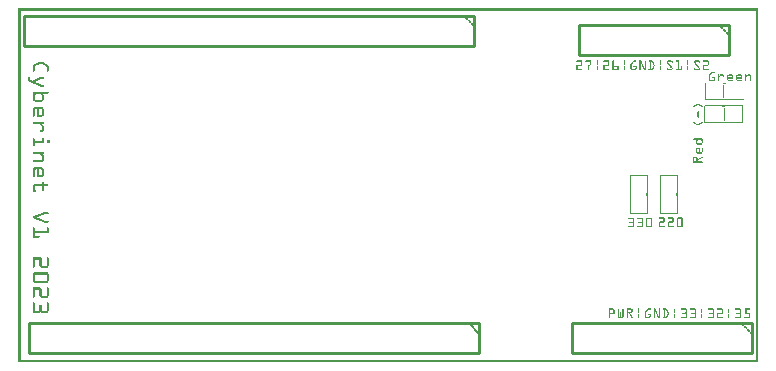
<source format=gto>
G04 MADE WITH FRITZING*
G04 WWW.FRITZING.ORG*
G04 DOUBLE SIDED*
G04 HOLES PLATED*
G04 CONTOUR ON CENTER OF CONTOUR VECTOR*
%ASAXBY*%
%FSLAX23Y23*%
%MOIN*%
%OFA0B0*%
%SFA1.0B1.0*%
%ADD10C,0.010000*%
%ADD11C,0.005000*%
%ADD12R,0.001000X0.001000*%
%LNSILK1*%
G90*
G70*
G54D10*
X1518Y1156D02*
X18Y1156D01*
D02*
X18Y1156D02*
X18Y1056D01*
D02*
X18Y1056D02*
X1518Y1056D01*
D02*
X1518Y1056D02*
X1518Y1156D01*
D02*
X1536Y130D02*
X36Y130D01*
D02*
X36Y130D02*
X36Y30D01*
D02*
X36Y30D02*
X1536Y30D01*
D02*
X1536Y30D02*
X1536Y130D01*
G54D11*
D02*
X1501Y130D02*
X1536Y95D01*
G54D10*
D02*
X2445Y130D02*
X1845Y130D01*
D02*
X1845Y130D02*
X1845Y30D01*
D02*
X1845Y30D02*
X2445Y30D01*
D02*
X2445Y30D02*
X2445Y130D01*
D02*
X2368Y1126D02*
X1868Y1126D01*
D02*
X1868Y1126D02*
X1868Y1026D01*
D02*
X1868Y1026D02*
X2368Y1026D01*
D02*
X2368Y1026D02*
X2368Y1126D01*
G54D12*
X1Y1179D02*
X2465Y1179D01*
X1Y1178D02*
X2465Y1178D01*
X1Y1177D02*
X2465Y1177D01*
X1Y1176D02*
X2465Y1176D01*
X1Y1175D02*
X2465Y1175D01*
X1Y1174D02*
X2465Y1174D01*
X1Y1173D02*
X2465Y1173D01*
X1Y1172D02*
X2465Y1172D01*
X1Y1171D02*
X8Y1171D01*
X2458Y1171D02*
X2465Y1171D01*
X1Y1170D02*
X8Y1170D01*
X2458Y1170D02*
X2465Y1170D01*
X1Y1169D02*
X8Y1169D01*
X2458Y1169D02*
X2465Y1169D01*
X1Y1168D02*
X8Y1168D01*
X2458Y1168D02*
X2465Y1168D01*
X1Y1167D02*
X8Y1167D01*
X2458Y1167D02*
X2465Y1167D01*
X1Y1166D02*
X8Y1166D01*
X2458Y1166D02*
X2465Y1166D01*
X1Y1165D02*
X8Y1165D01*
X2458Y1165D02*
X2465Y1165D01*
X1Y1164D02*
X8Y1164D01*
X2458Y1164D02*
X2465Y1164D01*
X1Y1163D02*
X8Y1163D01*
X2458Y1163D02*
X2465Y1163D01*
X1Y1162D02*
X8Y1162D01*
X2458Y1162D02*
X2465Y1162D01*
X1Y1161D02*
X8Y1161D01*
X2458Y1161D02*
X2465Y1161D01*
X1Y1160D02*
X8Y1160D01*
X2458Y1160D02*
X2465Y1160D01*
X1Y1159D02*
X8Y1159D01*
X2458Y1159D02*
X2465Y1159D01*
X1Y1158D02*
X8Y1158D01*
X2458Y1158D02*
X2465Y1158D01*
X1Y1157D02*
X8Y1157D01*
X1485Y1157D02*
X1486Y1157D01*
X2458Y1157D02*
X2465Y1157D01*
X1Y1156D02*
X8Y1156D01*
X1484Y1156D02*
X1487Y1156D01*
X2458Y1156D02*
X2465Y1156D01*
X1Y1155D02*
X8Y1155D01*
X1483Y1155D02*
X1488Y1155D01*
X2458Y1155D02*
X2465Y1155D01*
X1Y1154D02*
X8Y1154D01*
X1483Y1154D02*
X1489Y1154D01*
X2458Y1154D02*
X2465Y1154D01*
X1Y1153D02*
X8Y1153D01*
X1484Y1153D02*
X1490Y1153D01*
X2458Y1153D02*
X2465Y1153D01*
X1Y1152D02*
X8Y1152D01*
X1485Y1152D02*
X1491Y1152D01*
X2458Y1152D02*
X2465Y1152D01*
X1Y1151D02*
X8Y1151D01*
X1486Y1151D02*
X1492Y1151D01*
X2458Y1151D02*
X2465Y1151D01*
X1Y1150D02*
X8Y1150D01*
X1487Y1150D02*
X1493Y1150D01*
X2458Y1150D02*
X2465Y1150D01*
X1Y1149D02*
X8Y1149D01*
X1488Y1149D02*
X1494Y1149D01*
X2458Y1149D02*
X2465Y1149D01*
X1Y1148D02*
X8Y1148D01*
X1489Y1148D02*
X1495Y1148D01*
X2458Y1148D02*
X2465Y1148D01*
X1Y1147D02*
X8Y1147D01*
X1490Y1147D02*
X1496Y1147D01*
X2458Y1147D02*
X2465Y1147D01*
X1Y1146D02*
X8Y1146D01*
X1491Y1146D02*
X1497Y1146D01*
X2458Y1146D02*
X2465Y1146D01*
X1Y1145D02*
X8Y1145D01*
X1492Y1145D02*
X1498Y1145D01*
X2458Y1145D02*
X2465Y1145D01*
X1Y1144D02*
X8Y1144D01*
X1493Y1144D02*
X1499Y1144D01*
X2458Y1144D02*
X2465Y1144D01*
X1Y1143D02*
X8Y1143D01*
X1494Y1143D02*
X1500Y1143D01*
X2458Y1143D02*
X2465Y1143D01*
X1Y1142D02*
X8Y1142D01*
X1495Y1142D02*
X1501Y1142D01*
X2458Y1142D02*
X2465Y1142D01*
X1Y1141D02*
X8Y1141D01*
X1496Y1141D02*
X1502Y1141D01*
X2458Y1141D02*
X2465Y1141D01*
X1Y1140D02*
X8Y1140D01*
X1497Y1140D02*
X1503Y1140D01*
X2458Y1140D02*
X2465Y1140D01*
X1Y1139D02*
X8Y1139D01*
X1499Y1139D02*
X1504Y1139D01*
X2458Y1139D02*
X2465Y1139D01*
X1Y1138D02*
X8Y1138D01*
X1500Y1138D02*
X1505Y1138D01*
X2458Y1138D02*
X2465Y1138D01*
X1Y1137D02*
X8Y1137D01*
X1501Y1137D02*
X1506Y1137D01*
X2458Y1137D02*
X2465Y1137D01*
X1Y1136D02*
X8Y1136D01*
X1502Y1136D02*
X1507Y1136D01*
X2458Y1136D02*
X2465Y1136D01*
X1Y1135D02*
X8Y1135D01*
X1502Y1135D02*
X1508Y1135D01*
X2458Y1135D02*
X2465Y1135D01*
X1Y1134D02*
X8Y1134D01*
X1503Y1134D02*
X1509Y1134D01*
X2458Y1134D02*
X2465Y1134D01*
X1Y1133D02*
X8Y1133D01*
X1504Y1133D02*
X1510Y1133D01*
X2458Y1133D02*
X2465Y1133D01*
X1Y1132D02*
X8Y1132D01*
X1505Y1132D02*
X1511Y1132D01*
X2458Y1132D02*
X2465Y1132D01*
X1Y1131D02*
X8Y1131D01*
X1506Y1131D02*
X1512Y1131D01*
X2458Y1131D02*
X2465Y1131D01*
X1Y1130D02*
X8Y1130D01*
X1507Y1130D02*
X1513Y1130D01*
X2458Y1130D02*
X2465Y1130D01*
X1Y1129D02*
X8Y1129D01*
X1508Y1129D02*
X1514Y1129D01*
X2458Y1129D02*
X2465Y1129D01*
X1Y1128D02*
X8Y1128D01*
X1509Y1128D02*
X1515Y1128D01*
X2335Y1128D02*
X2335Y1128D01*
X2458Y1128D02*
X2465Y1128D01*
X1Y1127D02*
X8Y1127D01*
X1510Y1127D02*
X1516Y1127D01*
X2334Y1127D02*
X2336Y1127D01*
X2458Y1127D02*
X2465Y1127D01*
X1Y1126D02*
X8Y1126D01*
X1511Y1126D02*
X1517Y1126D01*
X2333Y1126D02*
X2337Y1126D01*
X2458Y1126D02*
X2465Y1126D01*
X1Y1125D02*
X8Y1125D01*
X1512Y1125D02*
X1518Y1125D01*
X2332Y1125D02*
X2338Y1125D01*
X2458Y1125D02*
X2465Y1125D01*
X1Y1124D02*
X8Y1124D01*
X1513Y1124D02*
X1519Y1124D01*
X2333Y1124D02*
X2339Y1124D01*
X2458Y1124D02*
X2465Y1124D01*
X1Y1123D02*
X8Y1123D01*
X1514Y1123D02*
X1519Y1123D01*
X2334Y1123D02*
X2340Y1123D01*
X2458Y1123D02*
X2465Y1123D01*
X1Y1122D02*
X8Y1122D01*
X1515Y1122D02*
X1519Y1122D01*
X2335Y1122D02*
X2341Y1122D01*
X2458Y1122D02*
X2465Y1122D01*
X1Y1121D02*
X8Y1121D01*
X1516Y1121D02*
X1518Y1121D01*
X2336Y1121D02*
X2342Y1121D01*
X2458Y1121D02*
X2465Y1121D01*
X1Y1120D02*
X8Y1120D01*
X2337Y1120D02*
X2343Y1120D01*
X2458Y1120D02*
X2465Y1120D01*
X1Y1119D02*
X8Y1119D01*
X2338Y1119D02*
X2344Y1119D01*
X2458Y1119D02*
X2465Y1119D01*
X1Y1118D02*
X8Y1118D01*
X2339Y1118D02*
X2345Y1118D01*
X2458Y1118D02*
X2465Y1118D01*
X1Y1117D02*
X8Y1117D01*
X2340Y1117D02*
X2346Y1117D01*
X2458Y1117D02*
X2465Y1117D01*
X1Y1116D02*
X8Y1116D01*
X2341Y1116D02*
X2347Y1116D01*
X2458Y1116D02*
X2465Y1116D01*
X1Y1115D02*
X8Y1115D01*
X2342Y1115D02*
X2348Y1115D01*
X2458Y1115D02*
X2465Y1115D01*
X1Y1114D02*
X8Y1114D01*
X2343Y1114D02*
X2349Y1114D01*
X2458Y1114D02*
X2465Y1114D01*
X1Y1113D02*
X8Y1113D01*
X2344Y1113D02*
X2350Y1113D01*
X2458Y1113D02*
X2465Y1113D01*
X1Y1112D02*
X8Y1112D01*
X2345Y1112D02*
X2351Y1112D01*
X2458Y1112D02*
X2465Y1112D01*
X1Y1111D02*
X8Y1111D01*
X2346Y1111D02*
X2352Y1111D01*
X2458Y1111D02*
X2465Y1111D01*
X1Y1110D02*
X8Y1110D01*
X2347Y1110D02*
X2353Y1110D01*
X2458Y1110D02*
X2465Y1110D01*
X1Y1109D02*
X8Y1109D01*
X2348Y1109D02*
X2354Y1109D01*
X2458Y1109D02*
X2465Y1109D01*
X1Y1108D02*
X8Y1108D01*
X2350Y1108D02*
X2355Y1108D01*
X2458Y1108D02*
X2465Y1108D01*
X1Y1107D02*
X8Y1107D01*
X2350Y1107D02*
X2356Y1107D01*
X2458Y1107D02*
X2465Y1107D01*
X1Y1106D02*
X8Y1106D01*
X2351Y1106D02*
X2357Y1106D01*
X2458Y1106D02*
X2465Y1106D01*
X1Y1105D02*
X8Y1105D01*
X2352Y1105D02*
X2358Y1105D01*
X2458Y1105D02*
X2465Y1105D01*
X1Y1104D02*
X8Y1104D01*
X2353Y1104D02*
X2359Y1104D01*
X2458Y1104D02*
X2465Y1104D01*
X1Y1103D02*
X8Y1103D01*
X2354Y1103D02*
X2360Y1103D01*
X2458Y1103D02*
X2465Y1103D01*
X1Y1102D02*
X8Y1102D01*
X2355Y1102D02*
X2361Y1102D01*
X2458Y1102D02*
X2465Y1102D01*
X1Y1101D02*
X8Y1101D01*
X2356Y1101D02*
X2362Y1101D01*
X2458Y1101D02*
X2465Y1101D01*
X1Y1100D02*
X8Y1100D01*
X2357Y1100D02*
X2363Y1100D01*
X2458Y1100D02*
X2465Y1100D01*
X1Y1099D02*
X8Y1099D01*
X2358Y1099D02*
X2364Y1099D01*
X2458Y1099D02*
X2465Y1099D01*
X1Y1098D02*
X8Y1098D01*
X2359Y1098D02*
X2365Y1098D01*
X2458Y1098D02*
X2465Y1098D01*
X1Y1097D02*
X8Y1097D01*
X2360Y1097D02*
X2366Y1097D01*
X2458Y1097D02*
X2465Y1097D01*
X1Y1096D02*
X8Y1096D01*
X2361Y1096D02*
X2367Y1096D01*
X2458Y1096D02*
X2465Y1096D01*
X1Y1095D02*
X8Y1095D01*
X2362Y1095D02*
X2368Y1095D01*
X2458Y1095D02*
X2465Y1095D01*
X1Y1094D02*
X8Y1094D01*
X2363Y1094D02*
X2369Y1094D01*
X2458Y1094D02*
X2465Y1094D01*
X1Y1093D02*
X8Y1093D01*
X2364Y1093D02*
X2369Y1093D01*
X2458Y1093D02*
X2465Y1093D01*
X1Y1092D02*
X8Y1092D01*
X2365Y1092D02*
X2368Y1092D01*
X2458Y1092D02*
X2465Y1092D01*
X1Y1091D02*
X8Y1091D01*
X2366Y1091D02*
X2367Y1091D01*
X2458Y1091D02*
X2465Y1091D01*
X1Y1090D02*
X8Y1090D01*
X2458Y1090D02*
X2465Y1090D01*
X1Y1089D02*
X8Y1089D01*
X2458Y1089D02*
X2465Y1089D01*
X1Y1088D02*
X8Y1088D01*
X2458Y1088D02*
X2465Y1088D01*
X1Y1087D02*
X8Y1087D01*
X2458Y1087D02*
X2465Y1087D01*
X1Y1086D02*
X8Y1086D01*
X2458Y1086D02*
X2465Y1086D01*
X1Y1085D02*
X8Y1085D01*
X2458Y1085D02*
X2465Y1085D01*
X1Y1084D02*
X8Y1084D01*
X2458Y1084D02*
X2465Y1084D01*
X1Y1083D02*
X8Y1083D01*
X2458Y1083D02*
X2465Y1083D01*
X1Y1082D02*
X8Y1082D01*
X2458Y1082D02*
X2465Y1082D01*
X1Y1081D02*
X8Y1081D01*
X2458Y1081D02*
X2465Y1081D01*
X1Y1080D02*
X8Y1080D01*
X2458Y1080D02*
X2465Y1080D01*
X1Y1079D02*
X8Y1079D01*
X2458Y1079D02*
X2465Y1079D01*
X1Y1078D02*
X8Y1078D01*
X2458Y1078D02*
X2465Y1078D01*
X1Y1077D02*
X8Y1077D01*
X2458Y1077D02*
X2465Y1077D01*
X1Y1076D02*
X8Y1076D01*
X2458Y1076D02*
X2465Y1076D01*
X1Y1075D02*
X8Y1075D01*
X2458Y1075D02*
X2465Y1075D01*
X1Y1074D02*
X8Y1074D01*
X2458Y1074D02*
X2465Y1074D01*
X1Y1073D02*
X8Y1073D01*
X2458Y1073D02*
X2465Y1073D01*
X1Y1072D02*
X8Y1072D01*
X2458Y1072D02*
X2465Y1072D01*
X1Y1071D02*
X8Y1071D01*
X2458Y1071D02*
X2465Y1071D01*
X1Y1070D02*
X8Y1070D01*
X2458Y1070D02*
X2465Y1070D01*
X1Y1069D02*
X8Y1069D01*
X2458Y1069D02*
X2465Y1069D01*
X1Y1068D02*
X8Y1068D01*
X2458Y1068D02*
X2465Y1068D01*
X1Y1067D02*
X8Y1067D01*
X2458Y1067D02*
X2465Y1067D01*
X1Y1066D02*
X8Y1066D01*
X2458Y1066D02*
X2465Y1066D01*
X1Y1065D02*
X8Y1065D01*
X2458Y1065D02*
X2465Y1065D01*
X1Y1064D02*
X8Y1064D01*
X2458Y1064D02*
X2465Y1064D01*
X1Y1063D02*
X8Y1063D01*
X2458Y1063D02*
X2465Y1063D01*
X1Y1062D02*
X8Y1062D01*
X2458Y1062D02*
X2465Y1062D01*
X1Y1061D02*
X8Y1061D01*
X2458Y1061D02*
X2465Y1061D01*
X1Y1060D02*
X8Y1060D01*
X2458Y1060D02*
X2465Y1060D01*
X1Y1059D02*
X8Y1059D01*
X2458Y1059D02*
X2465Y1059D01*
X1Y1058D02*
X8Y1058D01*
X2458Y1058D02*
X2465Y1058D01*
X1Y1057D02*
X8Y1057D01*
X2458Y1057D02*
X2465Y1057D01*
X1Y1056D02*
X8Y1056D01*
X2458Y1056D02*
X2465Y1056D01*
X1Y1055D02*
X8Y1055D01*
X2458Y1055D02*
X2465Y1055D01*
X1Y1054D02*
X8Y1054D01*
X2458Y1054D02*
X2465Y1054D01*
X1Y1053D02*
X8Y1053D01*
X2458Y1053D02*
X2465Y1053D01*
X1Y1052D02*
X8Y1052D01*
X2458Y1052D02*
X2465Y1052D01*
X1Y1051D02*
X8Y1051D01*
X2458Y1051D02*
X2465Y1051D01*
X1Y1050D02*
X8Y1050D01*
X2458Y1050D02*
X2465Y1050D01*
X1Y1049D02*
X8Y1049D01*
X2458Y1049D02*
X2465Y1049D01*
X1Y1048D02*
X8Y1048D01*
X2458Y1048D02*
X2465Y1048D01*
X1Y1047D02*
X8Y1047D01*
X2458Y1047D02*
X2465Y1047D01*
X1Y1046D02*
X8Y1046D01*
X2458Y1046D02*
X2465Y1046D01*
X1Y1045D02*
X8Y1045D01*
X2458Y1045D02*
X2465Y1045D01*
X1Y1044D02*
X8Y1044D01*
X2458Y1044D02*
X2465Y1044D01*
X1Y1043D02*
X8Y1043D01*
X2458Y1043D02*
X2465Y1043D01*
X1Y1042D02*
X8Y1042D01*
X2458Y1042D02*
X2465Y1042D01*
X1Y1041D02*
X8Y1041D01*
X2458Y1041D02*
X2465Y1041D01*
X1Y1040D02*
X8Y1040D01*
X2458Y1040D02*
X2465Y1040D01*
X1Y1039D02*
X8Y1039D01*
X2458Y1039D02*
X2465Y1039D01*
X1Y1038D02*
X8Y1038D01*
X2458Y1038D02*
X2465Y1038D01*
X1Y1037D02*
X8Y1037D01*
X2458Y1037D02*
X2465Y1037D01*
X1Y1036D02*
X8Y1036D01*
X2458Y1036D02*
X2465Y1036D01*
X1Y1035D02*
X8Y1035D01*
X2458Y1035D02*
X2465Y1035D01*
X1Y1034D02*
X8Y1034D01*
X2458Y1034D02*
X2465Y1034D01*
X1Y1033D02*
X8Y1033D01*
X2458Y1033D02*
X2465Y1033D01*
X1Y1032D02*
X8Y1032D01*
X2458Y1032D02*
X2465Y1032D01*
X1Y1031D02*
X8Y1031D01*
X2458Y1031D02*
X2465Y1031D01*
X1Y1030D02*
X8Y1030D01*
X2458Y1030D02*
X2465Y1030D01*
X1Y1029D02*
X8Y1029D01*
X2458Y1029D02*
X2465Y1029D01*
X1Y1028D02*
X8Y1028D01*
X2458Y1028D02*
X2465Y1028D01*
X1Y1027D02*
X8Y1027D01*
X2458Y1027D02*
X2465Y1027D01*
X1Y1026D02*
X8Y1026D01*
X2458Y1026D02*
X2465Y1026D01*
X1Y1025D02*
X8Y1025D01*
X2458Y1025D02*
X2465Y1025D01*
X1Y1024D02*
X8Y1024D01*
X2458Y1024D02*
X2465Y1024D01*
X1Y1023D02*
X8Y1023D01*
X2458Y1023D02*
X2465Y1023D01*
X1Y1022D02*
X8Y1022D01*
X2458Y1022D02*
X2465Y1022D01*
X1Y1021D02*
X8Y1021D01*
X2458Y1021D02*
X2465Y1021D01*
X1Y1020D02*
X8Y1020D01*
X2458Y1020D02*
X2465Y1020D01*
X1Y1019D02*
X8Y1019D01*
X2458Y1019D02*
X2465Y1019D01*
X1Y1018D02*
X8Y1018D01*
X2458Y1018D02*
X2465Y1018D01*
X1Y1017D02*
X8Y1017D01*
X2458Y1017D02*
X2465Y1017D01*
X1Y1016D02*
X8Y1016D01*
X2458Y1016D02*
X2465Y1016D01*
X1Y1015D02*
X8Y1015D01*
X2458Y1015D02*
X2465Y1015D01*
X1Y1014D02*
X8Y1014D01*
X2458Y1014D02*
X2465Y1014D01*
X1Y1013D02*
X8Y1013D01*
X2458Y1013D02*
X2465Y1013D01*
X1Y1012D02*
X8Y1012D01*
X2458Y1012D02*
X2465Y1012D01*
X1Y1011D02*
X8Y1011D01*
X2458Y1011D02*
X2465Y1011D01*
X1Y1010D02*
X8Y1010D01*
X2458Y1010D02*
X2465Y1010D01*
X1Y1009D02*
X8Y1009D01*
X2458Y1009D02*
X2465Y1009D01*
X1Y1008D02*
X8Y1008D01*
X2458Y1008D02*
X2465Y1008D01*
X1Y1007D02*
X8Y1007D01*
X2458Y1007D02*
X2465Y1007D01*
X1Y1006D02*
X8Y1006D01*
X1862Y1006D02*
X1877Y1006D01*
X1892Y1006D02*
X1910Y1006D01*
X1930Y1006D02*
X1931Y1006D01*
X1952Y1006D02*
X1967Y1006D01*
X1982Y1006D02*
X1985Y1006D01*
X2021Y1006D02*
X2021Y1006D01*
X2052Y1006D02*
X2059Y1006D01*
X2071Y1006D02*
X2076Y1006D01*
X2089Y1006D02*
X2089Y1006D01*
X2103Y1006D02*
X2111Y1006D01*
X2141Y1006D02*
X2141Y1006D01*
X2165Y1006D02*
X2176Y1006D01*
X2193Y1006D02*
X2203Y1006D01*
X2231Y1006D02*
X2232Y1006D01*
X2256Y1006D02*
X2267Y1006D01*
X2283Y1006D02*
X2298Y1006D01*
X2458Y1006D02*
X2465Y1006D01*
X1Y1005D02*
X8Y1005D01*
X1861Y1005D02*
X1879Y1005D01*
X1891Y1005D02*
X1910Y1005D01*
X1929Y1005D02*
X1932Y1005D01*
X1951Y1005D02*
X1969Y1005D01*
X1981Y1005D02*
X1986Y1005D01*
X2019Y1005D02*
X2022Y1005D01*
X2050Y1005D02*
X2060Y1005D01*
X2071Y1005D02*
X2076Y1005D01*
X2088Y1005D02*
X2091Y1005D01*
X2102Y1005D02*
X2114Y1005D01*
X2140Y1005D02*
X2143Y1005D01*
X2163Y1005D02*
X2179Y1005D01*
X2192Y1005D02*
X2203Y1005D01*
X2230Y1005D02*
X2233Y1005D01*
X2254Y1005D02*
X2269Y1005D01*
X2282Y1005D02*
X2300Y1005D01*
X2458Y1005D02*
X2465Y1005D01*
X1Y1004D02*
X8Y1004D01*
X1860Y1004D02*
X1879Y1004D01*
X1890Y1004D02*
X1910Y1004D01*
X1929Y1004D02*
X1932Y1004D01*
X1951Y1004D02*
X1970Y1004D01*
X1981Y1004D02*
X1986Y1004D01*
X2019Y1004D02*
X2022Y1004D01*
X2049Y1004D02*
X2061Y1004D01*
X2071Y1004D02*
X2077Y1004D01*
X2088Y1004D02*
X2091Y1004D01*
X2101Y1004D02*
X2115Y1004D01*
X2140Y1004D02*
X2143Y1004D01*
X2162Y1004D02*
X2180Y1004D01*
X2192Y1004D02*
X2203Y1004D01*
X2230Y1004D02*
X2233Y1004D01*
X2253Y1004D02*
X2270Y1004D01*
X2282Y1004D02*
X2301Y1004D01*
X2458Y1004D02*
X2465Y1004D01*
X1Y1003D02*
X8Y1003D01*
X1861Y1003D02*
X1880Y1003D01*
X1890Y1003D02*
X1910Y1003D01*
X1929Y1003D02*
X1932Y1003D01*
X1951Y1003D02*
X1970Y1003D01*
X1981Y1003D02*
X1986Y1003D01*
X2019Y1003D02*
X2022Y1003D01*
X2048Y1003D02*
X2060Y1003D01*
X2071Y1003D02*
X2077Y1003D01*
X2088Y1003D02*
X2091Y1003D01*
X2102Y1003D02*
X2115Y1003D01*
X2140Y1003D02*
X2143Y1003D01*
X2162Y1003D02*
X2181Y1003D01*
X2192Y1003D02*
X2203Y1003D01*
X2230Y1003D02*
X2233Y1003D01*
X2252Y1003D02*
X2271Y1003D01*
X2282Y1003D02*
X2301Y1003D01*
X2458Y1003D02*
X2465Y1003D01*
X1Y1002D02*
X8Y1002D01*
X72Y1002D02*
X77Y1002D01*
X1862Y1002D02*
X1880Y1002D01*
X1890Y1002D02*
X1910Y1002D01*
X1929Y1002D02*
X1932Y1002D01*
X1952Y1002D02*
X1970Y1002D01*
X1981Y1002D02*
X1984Y1002D01*
X2019Y1002D02*
X2022Y1002D01*
X2047Y1002D02*
X2059Y1002D01*
X2071Y1002D02*
X2078Y1002D01*
X2088Y1002D02*
X2091Y1002D01*
X2103Y1002D02*
X2116Y1002D01*
X2140Y1002D02*
X2143Y1002D01*
X2162Y1002D02*
X2181Y1002D01*
X2193Y1002D02*
X2203Y1002D01*
X2230Y1002D02*
X2233Y1002D01*
X2252Y1002D02*
X2271Y1002D01*
X2284Y1002D02*
X2302Y1002D01*
X2458Y1002D02*
X2465Y1002D01*
X1Y1001D02*
X8Y1001D01*
X69Y1001D02*
X80Y1001D01*
X1877Y1001D02*
X1880Y1001D01*
X1891Y1001D02*
X1893Y1001D01*
X1907Y1001D02*
X1910Y1001D01*
X1929Y1001D02*
X1932Y1001D01*
X1967Y1001D02*
X1970Y1001D01*
X1981Y1001D02*
X1984Y1001D01*
X2019Y1001D02*
X2022Y1001D01*
X2046Y1001D02*
X2051Y1001D01*
X2071Y1001D02*
X2078Y1001D01*
X2088Y1001D02*
X2091Y1001D01*
X2105Y1001D02*
X2109Y1001D01*
X2113Y1001D02*
X2117Y1001D01*
X2140Y1001D02*
X2143Y1001D01*
X2162Y1001D02*
X2165Y1001D01*
X2178Y1001D02*
X2181Y1001D01*
X2200Y1001D02*
X2203Y1001D01*
X2230Y1001D02*
X2233Y1001D01*
X2252Y1001D02*
X2255Y1001D01*
X2268Y1001D02*
X2272Y1001D01*
X2298Y1001D02*
X2302Y1001D01*
X2458Y1001D02*
X2465Y1001D01*
X1Y1000D02*
X8Y1000D01*
X67Y1000D02*
X82Y1000D01*
X1877Y1000D02*
X1880Y1000D01*
X1907Y1000D02*
X1910Y1000D01*
X1929Y1000D02*
X1932Y1000D01*
X1967Y1000D02*
X1970Y1000D01*
X1981Y1000D02*
X1984Y1000D01*
X2019Y1000D02*
X2022Y1000D01*
X2046Y1000D02*
X2050Y1000D01*
X2071Y1000D02*
X2078Y1000D01*
X2088Y1000D02*
X2091Y1000D01*
X2105Y1000D02*
X2109Y1000D01*
X2113Y1000D02*
X2117Y1000D01*
X2140Y1000D02*
X2143Y1000D01*
X2162Y1000D02*
X2166Y1000D01*
X2178Y1000D02*
X2181Y1000D01*
X2200Y1000D02*
X2203Y1000D01*
X2230Y1000D02*
X2233Y1000D01*
X2252Y1000D02*
X2256Y1000D01*
X2268Y1000D02*
X2271Y1000D01*
X2298Y1000D02*
X2302Y1000D01*
X2458Y1000D02*
X2465Y1000D01*
X1Y999D02*
X8Y999D01*
X65Y999D02*
X84Y999D01*
X1877Y999D02*
X1880Y999D01*
X1907Y999D02*
X1910Y999D01*
X1929Y999D02*
X1932Y999D01*
X1967Y999D02*
X1970Y999D01*
X1981Y999D02*
X1984Y999D01*
X2019Y999D02*
X2022Y999D01*
X2045Y999D02*
X2049Y999D01*
X2071Y999D02*
X2079Y999D01*
X2088Y999D02*
X2091Y999D01*
X2105Y999D02*
X2109Y999D01*
X2114Y999D02*
X2118Y999D01*
X2140Y999D02*
X2143Y999D01*
X2162Y999D02*
X2166Y999D01*
X2179Y999D02*
X2181Y999D01*
X2200Y999D02*
X2203Y999D01*
X2230Y999D02*
X2233Y999D01*
X2253Y999D02*
X2257Y999D01*
X2269Y999D02*
X2271Y999D01*
X2298Y999D02*
X2302Y999D01*
X2458Y999D02*
X2465Y999D01*
X1Y998D02*
X8Y998D01*
X63Y998D02*
X86Y998D01*
X1877Y998D02*
X1880Y998D01*
X1907Y998D02*
X1910Y998D01*
X1929Y998D02*
X1932Y998D01*
X1967Y998D02*
X1970Y998D01*
X1981Y998D02*
X1984Y998D01*
X2019Y998D02*
X2022Y998D01*
X2044Y998D02*
X2048Y998D01*
X2071Y998D02*
X2079Y998D01*
X2088Y998D02*
X2091Y998D01*
X2105Y998D02*
X2109Y998D01*
X2114Y998D02*
X2118Y998D01*
X2140Y998D02*
X2143Y998D01*
X2163Y998D02*
X2167Y998D01*
X2200Y998D02*
X2203Y998D01*
X2230Y998D02*
X2233Y998D01*
X2253Y998D02*
X2258Y998D01*
X2298Y998D02*
X2302Y998D01*
X2458Y998D02*
X2465Y998D01*
X1Y997D02*
X8Y997D01*
X61Y997D02*
X88Y997D01*
X1877Y997D02*
X1880Y997D01*
X1907Y997D02*
X1910Y997D01*
X1929Y997D02*
X1932Y997D01*
X1967Y997D02*
X1970Y997D01*
X1981Y997D02*
X1984Y997D01*
X2019Y997D02*
X2022Y997D01*
X2043Y997D02*
X2048Y997D01*
X2071Y997D02*
X2074Y997D01*
X2076Y997D02*
X2080Y997D01*
X2088Y997D02*
X2091Y997D01*
X2105Y997D02*
X2109Y997D01*
X2115Y997D02*
X2119Y997D01*
X2140Y997D02*
X2143Y997D01*
X2164Y997D02*
X2168Y997D01*
X2200Y997D02*
X2203Y997D01*
X2230Y997D02*
X2233Y997D01*
X2254Y997D02*
X2258Y997D01*
X2298Y997D02*
X2302Y997D01*
X2458Y997D02*
X2465Y997D01*
X1Y996D02*
X8Y996D01*
X59Y996D02*
X90Y996D01*
X1877Y996D02*
X1880Y996D01*
X1907Y996D02*
X1910Y996D01*
X1929Y996D02*
X1932Y996D01*
X1967Y996D02*
X1970Y996D01*
X1981Y996D02*
X1984Y996D01*
X2019Y996D02*
X2022Y996D01*
X2043Y996D02*
X2047Y996D01*
X2071Y996D02*
X2074Y996D01*
X2077Y996D02*
X2080Y996D01*
X2088Y996D02*
X2091Y996D01*
X2105Y996D02*
X2109Y996D01*
X2115Y996D02*
X2119Y996D01*
X2140Y996D02*
X2143Y996D01*
X2164Y996D02*
X2169Y996D01*
X2200Y996D02*
X2203Y996D01*
X2230Y996D02*
X2233Y996D01*
X2255Y996D02*
X2259Y996D01*
X2298Y996D02*
X2302Y996D01*
X2458Y996D02*
X2465Y996D01*
X1Y995D02*
X8Y995D01*
X57Y995D02*
X72Y995D01*
X77Y995D02*
X92Y995D01*
X1877Y995D02*
X1880Y995D01*
X1907Y995D02*
X1910Y995D01*
X1929Y995D02*
X1932Y995D01*
X1967Y995D02*
X1970Y995D01*
X1981Y995D02*
X1984Y995D01*
X2019Y995D02*
X2022Y995D01*
X2042Y995D02*
X2046Y995D01*
X2071Y995D02*
X2074Y995D01*
X2077Y995D02*
X2081Y995D01*
X2088Y995D02*
X2091Y995D01*
X2105Y995D02*
X2109Y995D01*
X2116Y995D02*
X2120Y995D01*
X2140Y995D02*
X2143Y995D01*
X2165Y995D02*
X2170Y995D01*
X2200Y995D02*
X2203Y995D01*
X2230Y995D02*
X2233Y995D01*
X2255Y995D02*
X2260Y995D01*
X2298Y995D02*
X2302Y995D01*
X2458Y995D02*
X2465Y995D01*
X1Y994D02*
X8Y994D01*
X55Y994D02*
X69Y994D01*
X80Y994D02*
X94Y994D01*
X1877Y994D02*
X1880Y994D01*
X1907Y994D02*
X1910Y994D01*
X1929Y994D02*
X1932Y994D01*
X1967Y994D02*
X1970Y994D01*
X1981Y994D02*
X1984Y994D01*
X2019Y994D02*
X2022Y994D01*
X2042Y994D02*
X2045Y994D01*
X2071Y994D02*
X2074Y994D01*
X2077Y994D02*
X2081Y994D01*
X2088Y994D02*
X2091Y994D01*
X2105Y994D02*
X2109Y994D01*
X2116Y994D02*
X2120Y994D01*
X2140Y994D02*
X2143Y994D01*
X2166Y994D02*
X2170Y994D01*
X2200Y994D02*
X2203Y994D01*
X2230Y994D02*
X2233Y994D01*
X2256Y994D02*
X2261Y994D01*
X2298Y994D02*
X2302Y994D01*
X2458Y994D02*
X2465Y994D01*
X1Y993D02*
X8Y993D01*
X53Y993D02*
X67Y993D01*
X82Y993D02*
X96Y993D01*
X1877Y993D02*
X1880Y993D01*
X1905Y993D02*
X1910Y993D01*
X1929Y993D02*
X1932Y993D01*
X1967Y993D02*
X1970Y993D01*
X1981Y993D02*
X1984Y993D01*
X2019Y993D02*
X2022Y993D01*
X2041Y993D02*
X2045Y993D01*
X2071Y993D02*
X2074Y993D01*
X2078Y993D02*
X2081Y993D01*
X2088Y993D02*
X2091Y993D01*
X2105Y993D02*
X2109Y993D01*
X2117Y993D02*
X2120Y993D01*
X2140Y993D02*
X2143Y993D01*
X2167Y993D02*
X2171Y993D01*
X2200Y993D02*
X2203Y993D01*
X2230Y993D02*
X2233Y993D01*
X2257Y993D02*
X2261Y993D01*
X2298Y993D02*
X2302Y993D01*
X2458Y993D02*
X2465Y993D01*
X1Y992D02*
X8Y992D01*
X52Y992D02*
X65Y992D01*
X84Y992D02*
X98Y992D01*
X1876Y992D02*
X1880Y992D01*
X1904Y992D02*
X1910Y992D01*
X1967Y992D02*
X1970Y992D01*
X1981Y992D02*
X1984Y992D01*
X2041Y992D02*
X2044Y992D01*
X2071Y992D02*
X2074Y992D01*
X2078Y992D02*
X2082Y992D01*
X2088Y992D02*
X2091Y992D01*
X2105Y992D02*
X2109Y992D01*
X2117Y992D02*
X2121Y992D01*
X2167Y992D02*
X2172Y992D01*
X2200Y992D02*
X2203Y992D01*
X2258Y992D02*
X2262Y992D01*
X2298Y992D02*
X2302Y992D01*
X2458Y992D02*
X2465Y992D01*
X1Y991D02*
X8Y991D01*
X51Y991D02*
X63Y991D01*
X86Y991D02*
X98Y991D01*
X1862Y991D02*
X1880Y991D01*
X1903Y991D02*
X1908Y991D01*
X1952Y991D02*
X1970Y991D01*
X1981Y991D02*
X1984Y991D01*
X2041Y991D02*
X2044Y991D01*
X2071Y991D02*
X2074Y991D01*
X2079Y991D02*
X2082Y991D01*
X2088Y991D02*
X2091Y991D01*
X2105Y991D02*
X2109Y991D01*
X2118Y991D02*
X2121Y991D01*
X2168Y991D02*
X2173Y991D01*
X2200Y991D02*
X2203Y991D01*
X2259Y991D02*
X2263Y991D01*
X2284Y991D02*
X2302Y991D01*
X2458Y991D02*
X2465Y991D01*
X1Y990D02*
X8Y990D01*
X50Y990D02*
X61Y990D01*
X88Y990D02*
X99Y990D01*
X1861Y990D02*
X1879Y990D01*
X1902Y990D02*
X1907Y990D01*
X1951Y990D02*
X1970Y990D01*
X1981Y990D02*
X1984Y990D01*
X2041Y990D02*
X2044Y990D01*
X2071Y990D02*
X2074Y990D01*
X2079Y990D02*
X2083Y990D01*
X2088Y990D02*
X2091Y990D01*
X2105Y990D02*
X2109Y990D01*
X2118Y990D02*
X2121Y990D01*
X2169Y990D02*
X2173Y990D01*
X2200Y990D02*
X2203Y990D01*
X2259Y990D02*
X2264Y990D01*
X2283Y990D02*
X2301Y990D01*
X2458Y990D02*
X2465Y990D01*
X1Y989D02*
X8Y989D01*
X49Y989D02*
X59Y989D01*
X90Y989D02*
X100Y989D01*
X1861Y989D02*
X1879Y989D01*
X1901Y989D02*
X1906Y989D01*
X1951Y989D02*
X1969Y989D01*
X1981Y989D02*
X1984Y989D01*
X2041Y989D02*
X2044Y989D01*
X2071Y989D02*
X2074Y989D01*
X2080Y989D02*
X2083Y989D01*
X2088Y989D02*
X2091Y989D01*
X2105Y989D02*
X2109Y989D01*
X2118Y989D02*
X2121Y989D01*
X2170Y989D02*
X2174Y989D01*
X2200Y989D02*
X2203Y989D01*
X2260Y989D02*
X2265Y989D01*
X2282Y989D02*
X2300Y989D01*
X2458Y989D02*
X2465Y989D01*
X1Y988D02*
X8Y988D01*
X49Y988D02*
X57Y988D01*
X92Y988D02*
X100Y988D01*
X1860Y988D02*
X1877Y988D01*
X1900Y988D02*
X1905Y988D01*
X1951Y988D02*
X1967Y988D01*
X1981Y988D02*
X2000Y988D01*
X2041Y988D02*
X2044Y988D01*
X2052Y988D02*
X2061Y988D01*
X2071Y988D02*
X2074Y988D01*
X2080Y988D02*
X2084Y988D01*
X2088Y988D02*
X2091Y988D01*
X2105Y988D02*
X2109Y988D01*
X2117Y988D02*
X2121Y988D01*
X2171Y988D02*
X2175Y988D01*
X2200Y988D02*
X2203Y988D01*
X2209Y988D02*
X2210Y988D01*
X2261Y988D02*
X2265Y988D01*
X2282Y988D02*
X2298Y988D01*
X2458Y988D02*
X2465Y988D01*
X1Y987D02*
X8Y987D01*
X48Y987D02*
X55Y987D01*
X93Y987D02*
X101Y987D01*
X1860Y987D02*
X1864Y987D01*
X1899Y987D02*
X1904Y987D01*
X1929Y987D02*
X1932Y987D01*
X1951Y987D02*
X1954Y987D01*
X1981Y987D02*
X2000Y987D01*
X2019Y987D02*
X2022Y987D01*
X2041Y987D02*
X2044Y987D01*
X2052Y987D02*
X2061Y987D01*
X2071Y987D02*
X2074Y987D01*
X2080Y987D02*
X2084Y987D01*
X2088Y987D02*
X2091Y987D01*
X2105Y987D02*
X2109Y987D01*
X2117Y987D02*
X2120Y987D01*
X2140Y987D02*
X2143Y987D01*
X2171Y987D02*
X2176Y987D01*
X2200Y987D02*
X2203Y987D01*
X2208Y987D02*
X2211Y987D01*
X2230Y987D02*
X2233Y987D01*
X2262Y987D02*
X2266Y987D01*
X2282Y987D02*
X2285Y987D01*
X2458Y987D02*
X2465Y987D01*
X1Y986D02*
X8Y986D01*
X48Y986D02*
X54Y986D01*
X94Y986D02*
X101Y986D01*
X1860Y986D02*
X1864Y986D01*
X1899Y986D02*
X1903Y986D01*
X1929Y986D02*
X1932Y986D01*
X1951Y986D02*
X1954Y986D01*
X1981Y986D02*
X2001Y986D01*
X2019Y986D02*
X2022Y986D01*
X2041Y986D02*
X2044Y986D01*
X2051Y986D02*
X2061Y986D01*
X2071Y986D02*
X2074Y986D01*
X2081Y986D02*
X2085Y986D01*
X2088Y986D02*
X2091Y986D01*
X2105Y986D02*
X2109Y986D01*
X2116Y986D02*
X2120Y986D01*
X2140Y986D02*
X2143Y986D01*
X2172Y986D02*
X2177Y986D01*
X2200Y986D02*
X2203Y986D01*
X2208Y986D02*
X2211Y986D01*
X2230Y986D02*
X2233Y986D01*
X2262Y986D02*
X2267Y986D01*
X2282Y986D02*
X2285Y986D01*
X2458Y986D02*
X2465Y986D01*
X1Y985D02*
X8Y985D01*
X48Y985D02*
X54Y985D01*
X95Y985D02*
X101Y985D01*
X1860Y985D02*
X1864Y985D01*
X1899Y985D02*
X1902Y985D01*
X1929Y985D02*
X1932Y985D01*
X1951Y985D02*
X1954Y985D01*
X1981Y985D02*
X2001Y985D01*
X2019Y985D02*
X2022Y985D01*
X2041Y985D02*
X2044Y985D01*
X2052Y985D02*
X2061Y985D01*
X2071Y985D02*
X2074Y985D01*
X2081Y985D02*
X2085Y985D01*
X2088Y985D02*
X2091Y985D01*
X2105Y985D02*
X2109Y985D01*
X2116Y985D02*
X2120Y985D01*
X2140Y985D02*
X2143Y985D01*
X2173Y985D02*
X2177Y985D01*
X2200Y985D02*
X2203Y985D01*
X2208Y985D02*
X2211Y985D01*
X2230Y985D02*
X2233Y985D01*
X2263Y985D02*
X2268Y985D01*
X2282Y985D02*
X2285Y985D01*
X2458Y985D02*
X2465Y985D01*
X1Y984D02*
X8Y984D01*
X48Y984D02*
X54Y984D01*
X95Y984D02*
X101Y984D01*
X1860Y984D02*
X1864Y984D01*
X1899Y984D02*
X1902Y984D01*
X1929Y984D02*
X1932Y984D01*
X1951Y984D02*
X1954Y984D01*
X1981Y984D02*
X1984Y984D01*
X1997Y984D02*
X2001Y984D01*
X2019Y984D02*
X2022Y984D01*
X2041Y984D02*
X2044Y984D01*
X2057Y984D02*
X2061Y984D01*
X2071Y984D02*
X2074Y984D01*
X2082Y984D02*
X2085Y984D01*
X2088Y984D02*
X2091Y984D01*
X2105Y984D02*
X2109Y984D01*
X2115Y984D02*
X2119Y984D01*
X2140Y984D02*
X2143Y984D01*
X2174Y984D02*
X2178Y984D01*
X2200Y984D02*
X2203Y984D01*
X2208Y984D02*
X2211Y984D01*
X2230Y984D02*
X2233Y984D01*
X2264Y984D02*
X2268Y984D01*
X2282Y984D02*
X2285Y984D01*
X2458Y984D02*
X2465Y984D01*
X1Y983D02*
X8Y983D01*
X48Y983D02*
X54Y983D01*
X95Y983D02*
X101Y983D01*
X1860Y983D02*
X1864Y983D01*
X1899Y983D02*
X1902Y983D01*
X1929Y983D02*
X1932Y983D01*
X1951Y983D02*
X1954Y983D01*
X1981Y983D02*
X1984Y983D01*
X1997Y983D02*
X2001Y983D01*
X2019Y983D02*
X2022Y983D01*
X2041Y983D02*
X2044Y983D01*
X2058Y983D02*
X2061Y983D01*
X2071Y983D02*
X2074Y983D01*
X2082Y983D02*
X2086Y983D01*
X2088Y983D02*
X2091Y983D01*
X2105Y983D02*
X2109Y983D01*
X2115Y983D02*
X2119Y983D01*
X2140Y983D02*
X2143Y983D01*
X2174Y983D02*
X2179Y983D01*
X2200Y983D02*
X2203Y983D01*
X2208Y983D02*
X2211Y983D01*
X2230Y983D02*
X2233Y983D01*
X2265Y983D02*
X2269Y983D01*
X2282Y983D02*
X2285Y983D01*
X2458Y983D02*
X2465Y983D01*
X1Y982D02*
X8Y982D01*
X48Y982D02*
X54Y982D01*
X95Y982D02*
X101Y982D01*
X1860Y982D02*
X1864Y982D01*
X1899Y982D02*
X1902Y982D01*
X1929Y982D02*
X1932Y982D01*
X1951Y982D02*
X1954Y982D01*
X1981Y982D02*
X1984Y982D01*
X1997Y982D02*
X2001Y982D01*
X2019Y982D02*
X2022Y982D01*
X2041Y982D02*
X2044Y982D01*
X2058Y982D02*
X2061Y982D01*
X2071Y982D02*
X2074Y982D01*
X2083Y982D02*
X2091Y982D01*
X2105Y982D02*
X2109Y982D01*
X2114Y982D02*
X2118Y982D01*
X2140Y982D02*
X2143Y982D01*
X2175Y982D02*
X2180Y982D01*
X2200Y982D02*
X2203Y982D01*
X2208Y982D02*
X2211Y982D01*
X2230Y982D02*
X2233Y982D01*
X2266Y982D02*
X2270Y982D01*
X2282Y982D02*
X2285Y982D01*
X2458Y982D02*
X2465Y982D01*
X1Y981D02*
X8Y981D01*
X48Y981D02*
X54Y981D01*
X95Y981D02*
X101Y981D01*
X1860Y981D02*
X1864Y981D01*
X1899Y981D02*
X1902Y981D01*
X1929Y981D02*
X1932Y981D01*
X1951Y981D02*
X1954Y981D01*
X1981Y981D02*
X1984Y981D01*
X1997Y981D02*
X2001Y981D01*
X2019Y981D02*
X2022Y981D01*
X2041Y981D02*
X2044Y981D01*
X2058Y981D02*
X2061Y981D01*
X2071Y981D02*
X2074Y981D01*
X2083Y981D02*
X2091Y981D01*
X2105Y981D02*
X2109Y981D01*
X2114Y981D02*
X2118Y981D01*
X2140Y981D02*
X2143Y981D01*
X2162Y981D02*
X2164Y981D01*
X2176Y981D02*
X2180Y981D01*
X2200Y981D02*
X2203Y981D01*
X2208Y981D02*
X2211Y981D01*
X2230Y981D02*
X2233Y981D01*
X2253Y981D02*
X2254Y981D01*
X2266Y981D02*
X2271Y981D01*
X2282Y981D02*
X2285Y981D01*
X2458Y981D02*
X2465Y981D01*
X1Y980D02*
X8Y980D01*
X48Y980D02*
X54Y980D01*
X95Y980D02*
X101Y980D01*
X1860Y980D02*
X1864Y980D01*
X1899Y980D02*
X1902Y980D01*
X1929Y980D02*
X1932Y980D01*
X1951Y980D02*
X1954Y980D01*
X1981Y980D02*
X1984Y980D01*
X1997Y980D02*
X2001Y980D01*
X2019Y980D02*
X2022Y980D01*
X2041Y980D02*
X2044Y980D01*
X2058Y980D02*
X2061Y980D01*
X2071Y980D02*
X2074Y980D01*
X2084Y980D02*
X2091Y980D01*
X2105Y980D02*
X2109Y980D01*
X2113Y980D02*
X2117Y980D01*
X2140Y980D02*
X2143Y980D01*
X2162Y980D02*
X2165Y980D01*
X2177Y980D02*
X2181Y980D01*
X2200Y980D02*
X2203Y980D01*
X2208Y980D02*
X2211Y980D01*
X2230Y980D02*
X2233Y980D01*
X2252Y980D02*
X2255Y980D01*
X2267Y980D02*
X2271Y980D01*
X2282Y980D02*
X2285Y980D01*
X2458Y980D02*
X2465Y980D01*
X1Y979D02*
X8Y979D01*
X48Y979D02*
X54Y979D01*
X95Y979D02*
X101Y979D01*
X1860Y979D02*
X1864Y979D01*
X1899Y979D02*
X1902Y979D01*
X1929Y979D02*
X1932Y979D01*
X1951Y979D02*
X1954Y979D01*
X1981Y979D02*
X1984Y979D01*
X1997Y979D02*
X2001Y979D01*
X2019Y979D02*
X2022Y979D01*
X2041Y979D02*
X2045Y979D01*
X2057Y979D02*
X2061Y979D01*
X2071Y979D02*
X2074Y979D01*
X2084Y979D02*
X2091Y979D01*
X2105Y979D02*
X2109Y979D01*
X2113Y979D02*
X2117Y979D01*
X2140Y979D02*
X2143Y979D01*
X2162Y979D02*
X2165Y979D01*
X2178Y979D02*
X2181Y979D01*
X2200Y979D02*
X2203Y979D01*
X2208Y979D02*
X2211Y979D01*
X2230Y979D02*
X2233Y979D01*
X2252Y979D02*
X2255Y979D01*
X2268Y979D02*
X2271Y979D01*
X2282Y979D02*
X2285Y979D01*
X2458Y979D02*
X2465Y979D01*
X1Y978D02*
X8Y978D01*
X48Y978D02*
X54Y978D01*
X95Y978D02*
X101Y978D01*
X1860Y978D02*
X1864Y978D01*
X1899Y978D02*
X1902Y978D01*
X1929Y978D02*
X1932Y978D01*
X1951Y978D02*
X1954Y978D01*
X1981Y978D02*
X1984Y978D01*
X1997Y978D02*
X2001Y978D01*
X2019Y978D02*
X2022Y978D01*
X2041Y978D02*
X2046Y978D01*
X2056Y978D02*
X2060Y978D01*
X2071Y978D02*
X2074Y978D01*
X2084Y978D02*
X2091Y978D01*
X2105Y978D02*
X2109Y978D01*
X2112Y978D02*
X2116Y978D01*
X2140Y978D02*
X2143Y978D01*
X2162Y978D02*
X2166Y978D01*
X2178Y978D02*
X2181Y978D01*
X2200Y978D02*
X2203Y978D01*
X2208Y978D02*
X2211Y978D01*
X2230Y978D02*
X2233Y978D01*
X2252Y978D02*
X2256Y978D01*
X2268Y978D02*
X2272Y978D01*
X2282Y978D02*
X2285Y978D01*
X2458Y978D02*
X2465Y978D01*
X1Y977D02*
X8Y977D01*
X48Y977D02*
X54Y977D01*
X95Y977D02*
X101Y977D01*
X1860Y977D02*
X1880Y977D01*
X1899Y977D02*
X1902Y977D01*
X1929Y977D02*
X1932Y977D01*
X1951Y977D02*
X1970Y977D01*
X1981Y977D02*
X2001Y977D01*
X2019Y977D02*
X2022Y977D01*
X2042Y977D02*
X2060Y977D01*
X2071Y977D02*
X2074Y977D01*
X2085Y977D02*
X2091Y977D01*
X2102Y977D02*
X2116Y977D01*
X2140Y977D02*
X2143Y977D01*
X2162Y977D02*
X2181Y977D01*
X2192Y977D02*
X2211Y977D01*
X2230Y977D02*
X2233Y977D01*
X2252Y977D02*
X2271Y977D01*
X2282Y977D02*
X2301Y977D01*
X2458Y977D02*
X2465Y977D01*
X1Y976D02*
X8Y976D01*
X48Y976D02*
X54Y976D01*
X95Y976D02*
X101Y976D01*
X1860Y976D02*
X1880Y976D01*
X1899Y976D02*
X1902Y976D01*
X1929Y976D02*
X1932Y976D01*
X1951Y976D02*
X1970Y976D01*
X1981Y976D02*
X2001Y976D01*
X2019Y976D02*
X2022Y976D01*
X2043Y976D02*
X2059Y976D01*
X2071Y976D02*
X2074Y976D01*
X2085Y976D02*
X2091Y976D01*
X2101Y976D02*
X2115Y976D01*
X2140Y976D02*
X2143Y976D01*
X2163Y976D02*
X2180Y976D01*
X2192Y976D02*
X2211Y976D01*
X2230Y976D02*
X2233Y976D01*
X2253Y976D02*
X2271Y976D01*
X2282Y976D02*
X2302Y976D01*
X2458Y976D02*
X2465Y976D01*
X1Y975D02*
X8Y975D01*
X48Y975D02*
X54Y975D01*
X95Y975D02*
X101Y975D01*
X1860Y975D02*
X1880Y975D01*
X1899Y975D02*
X1902Y975D01*
X1929Y975D02*
X1932Y975D01*
X1951Y975D02*
X1970Y975D01*
X1981Y975D02*
X2000Y975D01*
X2019Y975D02*
X2022Y975D01*
X2044Y975D02*
X2058Y975D01*
X2071Y975D02*
X2074Y975D01*
X2086Y975D02*
X2091Y975D01*
X2101Y975D02*
X2114Y975D01*
X2140Y975D02*
X2143Y975D01*
X2164Y975D02*
X2180Y975D01*
X2192Y975D02*
X2211Y975D01*
X2230Y975D02*
X2233Y975D01*
X2254Y975D02*
X2270Y975D01*
X2282Y975D02*
X2302Y975D01*
X2458Y975D02*
X2465Y975D01*
X1Y974D02*
X8Y974D01*
X48Y974D02*
X54Y974D01*
X95Y974D02*
X101Y974D01*
X1860Y974D02*
X1879Y974D01*
X1900Y974D02*
X1901Y974D01*
X1930Y974D02*
X1931Y974D01*
X1951Y974D02*
X1969Y974D01*
X1982Y974D02*
X1999Y974D01*
X2020Y974D02*
X2021Y974D01*
X2045Y974D02*
X2056Y974D01*
X2072Y974D02*
X2073Y974D01*
X2086Y974D02*
X2091Y974D01*
X2102Y974D02*
X2112Y974D01*
X2141Y974D02*
X2142Y974D01*
X2165Y974D02*
X2178Y974D01*
X2193Y974D02*
X2210Y974D01*
X2231Y974D02*
X2232Y974D01*
X2256Y974D02*
X2268Y974D01*
X2282Y974D02*
X2301Y974D01*
X2458Y974D02*
X2465Y974D01*
X1Y973D02*
X8Y973D01*
X48Y973D02*
X54Y973D01*
X95Y973D02*
X101Y973D01*
X2458Y973D02*
X2465Y973D01*
X1Y972D02*
X8Y972D01*
X48Y972D02*
X54Y972D01*
X95Y972D02*
X101Y972D01*
X2458Y972D02*
X2465Y972D01*
X1Y971D02*
X8Y971D01*
X48Y971D02*
X54Y971D01*
X95Y971D02*
X101Y971D01*
X2458Y971D02*
X2465Y971D01*
X1Y970D02*
X8Y970D01*
X48Y970D02*
X54Y970D01*
X95Y970D02*
X101Y970D01*
X2458Y970D02*
X2465Y970D01*
X1Y969D02*
X8Y969D01*
X49Y969D02*
X53Y969D01*
X96Y969D02*
X100Y969D01*
X2458Y969D02*
X2465Y969D01*
X1Y968D02*
X8Y968D01*
X50Y968D02*
X52Y968D01*
X97Y968D02*
X99Y968D01*
X2312Y968D02*
X2321Y968D01*
X2458Y968D02*
X2465Y968D01*
X1Y967D02*
X8Y967D01*
X2311Y967D02*
X2322Y967D01*
X2458Y967D02*
X2465Y967D01*
X1Y966D02*
X8Y966D01*
X2310Y966D02*
X2322Y966D01*
X2458Y966D02*
X2465Y966D01*
X1Y965D02*
X8Y965D01*
X2309Y965D02*
X2321Y965D01*
X2458Y965D02*
X2465Y965D01*
X1Y964D02*
X8Y964D01*
X2308Y964D02*
X2313Y964D01*
X2458Y964D02*
X2465Y964D01*
X1Y963D02*
X8Y963D01*
X2307Y963D02*
X2312Y963D01*
X2458Y963D02*
X2465Y963D01*
X1Y962D02*
X8Y962D01*
X2307Y962D02*
X2311Y962D01*
X2458Y962D02*
X2465Y962D01*
X1Y961D02*
X8Y961D01*
X2306Y961D02*
X2310Y961D01*
X2458Y961D02*
X2465Y961D01*
X1Y960D02*
X8Y960D01*
X2305Y960D02*
X2309Y960D01*
X2458Y960D02*
X2465Y960D01*
X1Y959D02*
X8Y959D01*
X2304Y959D02*
X2309Y959D01*
X2333Y959D02*
X2335Y959D01*
X2341Y959D02*
X2349Y959D01*
X2368Y959D02*
X2377Y959D01*
X2398Y959D02*
X2408Y959D01*
X2423Y959D02*
X2425Y959D01*
X2432Y959D02*
X2439Y959D01*
X2458Y959D02*
X2465Y959D01*
X1Y958D02*
X8Y958D01*
X2304Y958D02*
X2308Y958D01*
X2333Y958D02*
X2336Y958D01*
X2340Y958D02*
X2350Y958D01*
X2366Y958D02*
X2379Y958D01*
X2396Y958D02*
X2409Y958D01*
X2423Y958D02*
X2426Y958D01*
X2430Y958D02*
X2440Y958D01*
X2458Y958D02*
X2465Y958D01*
X1Y957D02*
X8Y957D01*
X2303Y957D02*
X2307Y957D01*
X2333Y957D02*
X2336Y957D01*
X2339Y957D02*
X2351Y957D01*
X2365Y957D02*
X2380Y957D01*
X2395Y957D02*
X2410Y957D01*
X2423Y957D02*
X2426Y957D01*
X2428Y957D02*
X2441Y957D01*
X2458Y957D02*
X2465Y957D01*
X1Y956D02*
X8Y956D01*
X2303Y956D02*
X2306Y956D01*
X2333Y956D02*
X2336Y956D01*
X2338Y956D02*
X2352Y956D01*
X2364Y956D02*
X2381Y956D01*
X2394Y956D02*
X2411Y956D01*
X2423Y956D02*
X2441Y956D01*
X2458Y956D02*
X2465Y956D01*
X1Y955D02*
X8Y955D01*
X2303Y955D02*
X2306Y955D01*
X2333Y955D02*
X2342Y955D01*
X2348Y955D02*
X2352Y955D01*
X2363Y955D02*
X2368Y955D01*
X2377Y955D02*
X2382Y955D01*
X2394Y955D02*
X2398Y955D01*
X2407Y955D02*
X2412Y955D01*
X2423Y955D02*
X2432Y955D01*
X2438Y955D02*
X2442Y955D01*
X2458Y955D02*
X2465Y955D01*
X1Y954D02*
X8Y954D01*
X2302Y954D02*
X2306Y954D01*
X2333Y954D02*
X2341Y954D01*
X2349Y954D02*
X2352Y954D01*
X2363Y954D02*
X2367Y954D01*
X2378Y954D02*
X2382Y954D01*
X2393Y954D02*
X2397Y954D01*
X2408Y954D02*
X2412Y954D01*
X2423Y954D02*
X2431Y954D01*
X2439Y954D02*
X2442Y954D01*
X2458Y954D02*
X2465Y954D01*
X1Y953D02*
X8Y953D01*
X2302Y953D02*
X2306Y953D01*
X2333Y953D02*
X2340Y953D01*
X2349Y953D02*
X2352Y953D01*
X2363Y953D02*
X2366Y953D01*
X2379Y953D02*
X2382Y953D01*
X2393Y953D02*
X2396Y953D01*
X2409Y953D02*
X2412Y953D01*
X2423Y953D02*
X2429Y953D01*
X2439Y953D02*
X2442Y953D01*
X2458Y953D02*
X2465Y953D01*
X1Y952D02*
X8Y952D01*
X36Y952D02*
X36Y952D01*
X77Y952D02*
X83Y952D01*
X2302Y952D02*
X2306Y952D01*
X2333Y952D02*
X2339Y952D01*
X2349Y952D02*
X2352Y952D01*
X2363Y952D02*
X2366Y952D01*
X2379Y952D02*
X2382Y952D01*
X2393Y952D02*
X2396Y952D01*
X2409Y952D02*
X2412Y952D01*
X2423Y952D02*
X2427Y952D01*
X2439Y952D02*
X2442Y952D01*
X2458Y952D02*
X2465Y952D01*
X1Y951D02*
X8Y951D01*
X34Y951D02*
X38Y951D01*
X75Y951D02*
X85Y951D01*
X2302Y951D02*
X2306Y951D01*
X2333Y951D02*
X2337Y951D01*
X2350Y951D02*
X2352Y951D01*
X2363Y951D02*
X2366Y951D01*
X2379Y951D02*
X2382Y951D01*
X2393Y951D02*
X2396Y951D01*
X2409Y951D02*
X2413Y951D01*
X2423Y951D02*
X2426Y951D01*
X2439Y951D02*
X2442Y951D01*
X2458Y951D02*
X2465Y951D01*
X1Y950D02*
X8Y950D01*
X33Y950D02*
X39Y950D01*
X72Y950D02*
X86Y950D01*
X2302Y950D02*
X2306Y950D01*
X2313Y950D02*
X2322Y950D01*
X2333Y950D02*
X2336Y950D01*
X2363Y950D02*
X2366Y950D01*
X2379Y950D02*
X2382Y950D01*
X2393Y950D02*
X2396Y950D01*
X2409Y950D02*
X2413Y950D01*
X2423Y950D02*
X2426Y950D01*
X2439Y950D02*
X2442Y950D01*
X2458Y950D02*
X2465Y950D01*
X1Y949D02*
X8Y949D01*
X33Y949D02*
X39Y949D01*
X70Y949D02*
X86Y949D01*
X2302Y949D02*
X2306Y949D01*
X2313Y949D02*
X2322Y949D01*
X2333Y949D02*
X2336Y949D01*
X2363Y949D02*
X2382Y949D01*
X2393Y949D02*
X2413Y949D01*
X2423Y949D02*
X2426Y949D01*
X2439Y949D02*
X2442Y949D01*
X2458Y949D02*
X2465Y949D01*
X1Y948D02*
X8Y948D01*
X33Y948D02*
X39Y948D01*
X68Y948D02*
X86Y948D01*
X2302Y948D02*
X2306Y948D01*
X2313Y948D02*
X2322Y948D01*
X2333Y948D02*
X2336Y948D01*
X2363Y948D02*
X2382Y948D01*
X2393Y948D02*
X2413Y948D01*
X2423Y948D02*
X2426Y948D01*
X2439Y948D02*
X2442Y948D01*
X2458Y948D02*
X2465Y948D01*
X1Y947D02*
X8Y947D01*
X33Y947D02*
X39Y947D01*
X66Y947D02*
X86Y947D01*
X2302Y947D02*
X2306Y947D01*
X2314Y947D02*
X2322Y947D01*
X2333Y947D02*
X2336Y947D01*
X2363Y947D02*
X2382Y947D01*
X2393Y947D02*
X2412Y947D01*
X2423Y947D02*
X2426Y947D01*
X2439Y947D02*
X2442Y947D01*
X2458Y947D02*
X2465Y947D01*
X1Y946D02*
X8Y946D01*
X33Y946D02*
X39Y946D01*
X63Y946D02*
X85Y946D01*
X2302Y946D02*
X2306Y946D01*
X2319Y946D02*
X2322Y946D01*
X2333Y946D02*
X2336Y946D01*
X2363Y946D02*
X2382Y946D01*
X2393Y946D02*
X2412Y946D01*
X2423Y946D02*
X2426Y946D01*
X2439Y946D02*
X2442Y946D01*
X2458Y946D02*
X2465Y946D01*
X1Y945D02*
X8Y945D01*
X33Y945D02*
X39Y945D01*
X61Y945D02*
X78Y945D01*
X2302Y945D02*
X2306Y945D01*
X2319Y945D02*
X2322Y945D01*
X2333Y945D02*
X2336Y945D01*
X2363Y945D02*
X2381Y945D01*
X2393Y945D02*
X2411Y945D01*
X2423Y945D02*
X2426Y945D01*
X2439Y945D02*
X2442Y945D01*
X2458Y945D02*
X2465Y945D01*
X1Y944D02*
X8Y944D01*
X33Y944D02*
X39Y944D01*
X59Y944D02*
X75Y944D01*
X2302Y944D02*
X2306Y944D01*
X2319Y944D02*
X2322Y944D01*
X2333Y944D02*
X2336Y944D01*
X2363Y944D02*
X2366Y944D01*
X2393Y944D02*
X2396Y944D01*
X2423Y944D02*
X2426Y944D01*
X2439Y944D02*
X2442Y944D01*
X2458Y944D02*
X2465Y944D01*
X1Y943D02*
X8Y943D01*
X33Y943D02*
X39Y943D01*
X56Y943D02*
X73Y943D01*
X2302Y943D02*
X2306Y943D01*
X2319Y943D02*
X2322Y943D01*
X2333Y943D02*
X2336Y943D01*
X2363Y943D02*
X2366Y943D01*
X2393Y943D02*
X2396Y943D01*
X2423Y943D02*
X2426Y943D01*
X2439Y943D02*
X2442Y943D01*
X2458Y943D02*
X2465Y943D01*
X1Y942D02*
X8Y942D01*
X33Y942D02*
X39Y942D01*
X54Y942D02*
X71Y942D01*
X2302Y942D02*
X2306Y942D01*
X2319Y942D02*
X2322Y942D01*
X2333Y942D02*
X2336Y942D01*
X2363Y942D02*
X2367Y942D01*
X2393Y942D02*
X2397Y942D01*
X2423Y942D02*
X2426Y942D01*
X2439Y942D02*
X2442Y942D01*
X2458Y942D02*
X2465Y942D01*
X1Y941D02*
X8Y941D01*
X33Y941D02*
X40Y941D01*
X52Y941D02*
X68Y941D01*
X2303Y941D02*
X2306Y941D01*
X2318Y941D02*
X2322Y941D01*
X2333Y941D02*
X2336Y941D01*
X2363Y941D02*
X2368Y941D01*
X2393Y941D02*
X2398Y941D01*
X2423Y941D02*
X2426Y941D01*
X2439Y941D02*
X2442Y941D01*
X2458Y941D02*
X2465Y941D01*
X1Y940D02*
X8Y940D01*
X33Y940D02*
X43Y940D01*
X51Y940D02*
X66Y940D01*
X2303Y940D02*
X2322Y940D01*
X2333Y940D02*
X2336Y940D01*
X2364Y940D02*
X2381Y940D01*
X2394Y940D02*
X2411Y940D01*
X2423Y940D02*
X2426Y940D01*
X2439Y940D02*
X2443Y940D01*
X2458Y940D02*
X2465Y940D01*
X1Y939D02*
X8Y939D01*
X33Y939D02*
X45Y939D01*
X51Y939D02*
X64Y939D01*
X2303Y939D02*
X2321Y939D01*
X2333Y939D02*
X2336Y939D01*
X2365Y939D02*
X2382Y939D01*
X2395Y939D02*
X2412Y939D01*
X2423Y939D02*
X2426Y939D01*
X2439Y939D02*
X2443Y939D01*
X2458Y939D02*
X2465Y939D01*
X1Y938D02*
X8Y938D01*
X33Y938D02*
X47Y938D01*
X51Y938D02*
X61Y938D01*
X2304Y938D02*
X2320Y938D01*
X2333Y938D02*
X2336Y938D01*
X2366Y938D02*
X2382Y938D01*
X2396Y938D02*
X2412Y938D01*
X2423Y938D02*
X2426Y938D01*
X2439Y938D02*
X2443Y938D01*
X2458Y938D02*
X2465Y938D01*
X1Y937D02*
X8Y937D01*
X34Y937D02*
X59Y937D01*
X2306Y937D02*
X2319Y937D01*
X2333Y937D02*
X2335Y937D01*
X2367Y937D02*
X2382Y937D01*
X2397Y937D02*
X2412Y937D01*
X2423Y937D02*
X2426Y937D01*
X2440Y937D02*
X2442Y937D01*
X2458Y937D02*
X2465Y937D01*
X1Y936D02*
X8Y936D01*
X35Y936D02*
X57Y936D01*
X2458Y936D02*
X2465Y936D01*
X1Y935D02*
X8Y935D01*
X37Y935D02*
X57Y935D01*
X2458Y935D02*
X2465Y935D01*
X1Y934D02*
X8Y934D01*
X40Y934D02*
X57Y934D01*
X2458Y934D02*
X2465Y934D01*
X1Y933D02*
X8Y933D01*
X42Y933D02*
X59Y933D01*
X2458Y933D02*
X2465Y933D01*
X1Y932D02*
X8Y932D01*
X44Y932D02*
X61Y932D01*
X2291Y932D02*
X2419Y932D01*
X2458Y932D02*
X2465Y932D01*
X1Y931D02*
X8Y931D01*
X46Y931D02*
X63Y931D01*
X2291Y931D02*
X2419Y931D01*
X2458Y931D02*
X2465Y931D01*
X1Y930D02*
X8Y930D01*
X49Y930D02*
X65Y930D01*
X2291Y930D02*
X2293Y930D01*
X2350Y930D02*
X2360Y930D01*
X2417Y930D02*
X2419Y930D01*
X2458Y930D02*
X2465Y930D01*
X1Y929D02*
X8Y929D01*
X51Y929D02*
X68Y929D01*
X2291Y929D02*
X2292Y929D01*
X2351Y929D02*
X2359Y929D01*
X2418Y929D02*
X2419Y929D01*
X2458Y929D02*
X2465Y929D01*
X1Y928D02*
X8Y928D01*
X53Y928D02*
X70Y928D01*
X2291Y928D02*
X2292Y928D01*
X2418Y928D02*
X2419Y928D01*
X2458Y928D02*
X2465Y928D01*
X1Y927D02*
X8Y927D01*
X56Y927D02*
X72Y927D01*
X2291Y927D02*
X2292Y927D01*
X2418Y927D02*
X2419Y927D01*
X2458Y927D02*
X2465Y927D01*
X1Y926D02*
X8Y926D01*
X58Y926D02*
X74Y926D01*
X2291Y926D02*
X2292Y926D01*
X2418Y926D02*
X2419Y926D01*
X2458Y926D02*
X2465Y926D01*
X1Y925D02*
X8Y925D01*
X60Y925D02*
X77Y925D01*
X2291Y925D02*
X2292Y925D01*
X2351Y925D02*
X2352Y925D01*
X2418Y925D02*
X2419Y925D01*
X2458Y925D02*
X2465Y925D01*
X1Y924D02*
X8Y924D01*
X62Y924D02*
X85Y924D01*
X2291Y924D02*
X2292Y924D01*
X2351Y924D02*
X2352Y924D01*
X2418Y924D02*
X2419Y924D01*
X2458Y924D02*
X2465Y924D01*
X1Y923D02*
X8Y923D01*
X65Y923D02*
X86Y923D01*
X2291Y923D02*
X2292Y923D01*
X2351Y923D02*
X2352Y923D01*
X2418Y923D02*
X2419Y923D01*
X2458Y923D02*
X2465Y923D01*
X1Y922D02*
X8Y922D01*
X67Y922D02*
X86Y922D01*
X2291Y922D02*
X2292Y922D01*
X2351Y922D02*
X2352Y922D01*
X2418Y922D02*
X2419Y922D01*
X2458Y922D02*
X2465Y922D01*
X1Y921D02*
X8Y921D01*
X69Y921D02*
X86Y921D01*
X2291Y921D02*
X2292Y921D01*
X2351Y921D02*
X2352Y921D01*
X2418Y921D02*
X2419Y921D01*
X2458Y921D02*
X2465Y921D01*
X1Y920D02*
X8Y920D01*
X72Y920D02*
X86Y920D01*
X2291Y920D02*
X2292Y920D01*
X2351Y920D02*
X2352Y920D01*
X2418Y920D02*
X2419Y920D01*
X2458Y920D02*
X2465Y920D01*
X1Y919D02*
X8Y919D01*
X74Y919D02*
X86Y919D01*
X2291Y919D02*
X2292Y919D01*
X2351Y919D02*
X2352Y919D01*
X2418Y919D02*
X2419Y919D01*
X2458Y919D02*
X2465Y919D01*
X1Y918D02*
X8Y918D01*
X76Y918D02*
X84Y918D01*
X2291Y918D02*
X2292Y918D01*
X2351Y918D02*
X2352Y918D01*
X2418Y918D02*
X2419Y918D01*
X2458Y918D02*
X2465Y918D01*
X1Y917D02*
X8Y917D01*
X2291Y917D02*
X2292Y917D01*
X2351Y917D02*
X2352Y917D01*
X2418Y917D02*
X2419Y917D01*
X2458Y917D02*
X2465Y917D01*
X1Y916D02*
X8Y916D01*
X2291Y916D02*
X2292Y916D01*
X2351Y916D02*
X2352Y916D01*
X2418Y916D02*
X2419Y916D01*
X2458Y916D02*
X2465Y916D01*
X1Y915D02*
X8Y915D01*
X2291Y915D02*
X2292Y915D01*
X2351Y915D02*
X2352Y915D01*
X2418Y915D02*
X2419Y915D01*
X2458Y915D02*
X2465Y915D01*
X1Y914D02*
X8Y914D01*
X2291Y914D02*
X2292Y914D01*
X2351Y914D02*
X2352Y914D01*
X2418Y914D02*
X2419Y914D01*
X2458Y914D02*
X2465Y914D01*
X1Y913D02*
X8Y913D01*
X2291Y913D02*
X2292Y913D01*
X2351Y913D02*
X2352Y913D01*
X2418Y913D02*
X2419Y913D01*
X2458Y913D02*
X2465Y913D01*
X1Y912D02*
X8Y912D01*
X2291Y912D02*
X2292Y912D01*
X2351Y912D02*
X2352Y912D01*
X2418Y912D02*
X2419Y912D01*
X2458Y912D02*
X2465Y912D01*
X1Y911D02*
X8Y911D01*
X2291Y911D02*
X2292Y911D01*
X2351Y911D02*
X2352Y911D01*
X2418Y911D02*
X2419Y911D01*
X2458Y911D02*
X2465Y911D01*
X1Y910D02*
X8Y910D01*
X2291Y910D02*
X2292Y910D01*
X2351Y910D02*
X2352Y910D01*
X2418Y910D02*
X2419Y910D01*
X2458Y910D02*
X2465Y910D01*
X1Y909D02*
X8Y909D01*
X2291Y909D02*
X2292Y909D01*
X2351Y909D02*
X2352Y909D01*
X2418Y909D02*
X2419Y909D01*
X2458Y909D02*
X2465Y909D01*
X1Y908D02*
X8Y908D01*
X2291Y908D02*
X2292Y908D01*
X2351Y908D02*
X2352Y908D01*
X2418Y908D02*
X2419Y908D01*
X2458Y908D02*
X2465Y908D01*
X1Y907D02*
X8Y907D01*
X2291Y907D02*
X2292Y907D01*
X2351Y907D02*
X2352Y907D01*
X2418Y907D02*
X2419Y907D01*
X2458Y907D02*
X2465Y907D01*
X1Y906D02*
X8Y906D01*
X2291Y906D02*
X2292Y906D01*
X2351Y906D02*
X2352Y906D01*
X2418Y906D02*
X2419Y906D01*
X2458Y906D02*
X2465Y906D01*
X1Y905D02*
X8Y905D01*
X2291Y905D02*
X2292Y905D01*
X2351Y905D02*
X2352Y905D01*
X2418Y905D02*
X2419Y905D01*
X2458Y905D02*
X2465Y905D01*
X1Y904D02*
X8Y904D01*
X2291Y904D02*
X2292Y904D01*
X2351Y904D02*
X2352Y904D01*
X2418Y904D02*
X2419Y904D01*
X2458Y904D02*
X2465Y904D01*
X1Y903D02*
X8Y903D01*
X2291Y903D02*
X2292Y903D01*
X2351Y903D02*
X2352Y903D01*
X2418Y903D02*
X2419Y903D01*
X2458Y903D02*
X2465Y903D01*
X1Y902D02*
X8Y902D01*
X2291Y902D02*
X2292Y902D01*
X2351Y902D02*
X2352Y902D01*
X2418Y902D02*
X2419Y902D01*
X2458Y902D02*
X2465Y902D01*
X1Y901D02*
X8Y901D01*
X49Y901D02*
X100Y901D01*
X2291Y901D02*
X2292Y901D01*
X2351Y901D02*
X2352Y901D01*
X2418Y901D02*
X2419Y901D01*
X2458Y901D02*
X2465Y901D01*
X1Y900D02*
X8Y900D01*
X48Y900D02*
X101Y900D01*
X2291Y900D02*
X2292Y900D01*
X2351Y900D02*
X2352Y900D01*
X2418Y900D02*
X2419Y900D01*
X2458Y900D02*
X2465Y900D01*
X1Y899D02*
X8Y899D01*
X48Y899D02*
X101Y899D01*
X2291Y899D02*
X2292Y899D01*
X2351Y899D02*
X2352Y899D01*
X2418Y899D02*
X2419Y899D01*
X2458Y899D02*
X2465Y899D01*
X1Y898D02*
X8Y898D01*
X48Y898D02*
X101Y898D01*
X2291Y898D02*
X2292Y898D01*
X2351Y898D02*
X2352Y898D01*
X2418Y898D02*
X2419Y898D01*
X2458Y898D02*
X2465Y898D01*
X1Y897D02*
X8Y897D01*
X48Y897D02*
X101Y897D01*
X2291Y897D02*
X2292Y897D01*
X2351Y897D02*
X2352Y897D01*
X2418Y897D02*
X2419Y897D01*
X2458Y897D02*
X2465Y897D01*
X1Y896D02*
X8Y896D01*
X49Y896D02*
X100Y896D01*
X2291Y896D02*
X2292Y896D01*
X2351Y896D02*
X2352Y896D01*
X2418Y896D02*
X2419Y896D01*
X2458Y896D02*
X2465Y896D01*
X1Y895D02*
X8Y895D01*
X51Y895D02*
X98Y895D01*
X2291Y895D02*
X2292Y895D01*
X2351Y895D02*
X2352Y895D01*
X2418Y895D02*
X2419Y895D01*
X2458Y895D02*
X2465Y895D01*
X1Y894D02*
X8Y894D01*
X52Y894D02*
X60Y894D01*
X74Y894D02*
X83Y894D01*
X2291Y894D02*
X2292Y894D01*
X2351Y894D02*
X2352Y894D01*
X2418Y894D02*
X2419Y894D01*
X2458Y894D02*
X2465Y894D01*
X1Y893D02*
X8Y893D01*
X51Y893D02*
X59Y893D01*
X75Y893D02*
X83Y893D01*
X2291Y893D02*
X2292Y893D01*
X2351Y893D02*
X2352Y893D01*
X2418Y893D02*
X2419Y893D01*
X2458Y893D02*
X2465Y893D01*
X1Y892D02*
X8Y892D01*
X50Y892D02*
X58Y892D01*
X76Y892D02*
X84Y892D01*
X2291Y892D02*
X2292Y892D01*
X2351Y892D02*
X2352Y892D01*
X2418Y892D02*
X2419Y892D01*
X2458Y892D02*
X2465Y892D01*
X1Y891D02*
X8Y891D01*
X49Y891D02*
X58Y891D01*
X77Y891D02*
X85Y891D01*
X2291Y891D02*
X2292Y891D01*
X2351Y891D02*
X2352Y891D01*
X2418Y891D02*
X2419Y891D01*
X2458Y891D02*
X2465Y891D01*
X1Y890D02*
X8Y890D01*
X49Y890D02*
X57Y890D01*
X78Y890D02*
X85Y890D01*
X2291Y890D02*
X2292Y890D01*
X2351Y890D02*
X2352Y890D01*
X2418Y890D02*
X2419Y890D01*
X2458Y890D02*
X2465Y890D01*
X1Y889D02*
X8Y889D01*
X49Y889D02*
X56Y889D01*
X78Y889D02*
X86Y889D01*
X2291Y889D02*
X2292Y889D01*
X2351Y889D02*
X2352Y889D01*
X2418Y889D02*
X2419Y889D01*
X2458Y889D02*
X2465Y889D01*
X1Y888D02*
X8Y888D01*
X48Y888D02*
X55Y888D01*
X79Y888D02*
X86Y888D01*
X2291Y888D02*
X2292Y888D01*
X2351Y888D02*
X2352Y888D01*
X2418Y888D02*
X2419Y888D01*
X2458Y888D02*
X2465Y888D01*
X1Y887D02*
X8Y887D01*
X48Y887D02*
X54Y887D01*
X80Y887D02*
X86Y887D01*
X2291Y887D02*
X2292Y887D01*
X2351Y887D02*
X2352Y887D01*
X2418Y887D02*
X2419Y887D01*
X2458Y887D02*
X2465Y887D01*
X1Y886D02*
X8Y886D01*
X48Y886D02*
X54Y886D01*
X80Y886D02*
X86Y886D01*
X2291Y886D02*
X2292Y886D01*
X2351Y886D02*
X2352Y886D01*
X2418Y886D02*
X2419Y886D01*
X2458Y886D02*
X2465Y886D01*
X1Y885D02*
X8Y885D01*
X48Y885D02*
X54Y885D01*
X80Y885D02*
X86Y885D01*
X2291Y885D02*
X2292Y885D01*
X2351Y885D02*
X2352Y885D01*
X2418Y885D02*
X2419Y885D01*
X2458Y885D02*
X2465Y885D01*
X1Y884D02*
X8Y884D01*
X48Y884D02*
X54Y884D01*
X80Y884D02*
X86Y884D01*
X2291Y884D02*
X2292Y884D01*
X2351Y884D02*
X2352Y884D01*
X2418Y884D02*
X2419Y884D01*
X2458Y884D02*
X2465Y884D01*
X1Y883D02*
X8Y883D01*
X48Y883D02*
X54Y883D01*
X80Y883D02*
X86Y883D01*
X2291Y883D02*
X2292Y883D01*
X2351Y883D02*
X2352Y883D01*
X2418Y883D02*
X2419Y883D01*
X2458Y883D02*
X2465Y883D01*
X1Y882D02*
X8Y882D01*
X48Y882D02*
X54Y882D01*
X80Y882D02*
X86Y882D01*
X2291Y882D02*
X2292Y882D01*
X2351Y882D02*
X2352Y882D01*
X2418Y882D02*
X2419Y882D01*
X2458Y882D02*
X2465Y882D01*
X1Y881D02*
X8Y881D01*
X48Y881D02*
X54Y881D01*
X80Y881D02*
X86Y881D01*
X2291Y881D02*
X2292Y881D01*
X2418Y881D02*
X2419Y881D01*
X2458Y881D02*
X2465Y881D01*
X1Y880D02*
X8Y880D01*
X48Y880D02*
X54Y880D01*
X80Y880D02*
X86Y880D01*
X2291Y880D02*
X2292Y880D01*
X2418Y880D02*
X2419Y880D01*
X2458Y880D02*
X2465Y880D01*
X1Y879D02*
X8Y879D01*
X48Y879D02*
X54Y879D01*
X80Y879D02*
X86Y879D01*
X2291Y879D02*
X2292Y879D01*
X2418Y879D02*
X2419Y879D01*
X2458Y879D02*
X2465Y879D01*
X1Y878D02*
X8Y878D01*
X48Y878D02*
X55Y878D01*
X79Y878D02*
X86Y878D01*
X2291Y878D02*
X2292Y878D01*
X2418Y878D02*
X2419Y878D01*
X2458Y878D02*
X2465Y878D01*
X1Y877D02*
X8Y877D01*
X48Y877D02*
X56Y877D01*
X79Y877D02*
X86Y877D01*
X2291Y877D02*
X2293Y877D01*
X2350Y877D02*
X2359Y877D01*
X2417Y877D02*
X2419Y877D01*
X2458Y877D02*
X2465Y877D01*
X1Y876D02*
X8Y876D01*
X49Y876D02*
X56Y876D01*
X78Y876D02*
X85Y876D01*
X2291Y876D02*
X2419Y876D01*
X2458Y876D02*
X2465Y876D01*
X1Y875D02*
X8Y875D01*
X49Y875D02*
X58Y875D01*
X77Y875D02*
X85Y875D01*
X2291Y875D02*
X2419Y875D01*
X2458Y875D02*
X2465Y875D01*
X1Y874D02*
X8Y874D01*
X50Y874D02*
X84Y874D01*
X2291Y874D02*
X2419Y874D01*
X2458Y874D02*
X2465Y874D01*
X1Y873D02*
X8Y873D01*
X51Y873D02*
X83Y873D01*
X2458Y873D02*
X2465Y873D01*
X1Y872D02*
X8Y872D01*
X52Y872D02*
X82Y872D01*
X2458Y872D02*
X2465Y872D01*
X1Y871D02*
X8Y871D01*
X53Y871D02*
X82Y871D01*
X2458Y871D02*
X2465Y871D01*
X1Y870D02*
X8Y870D01*
X54Y870D02*
X81Y870D01*
X2458Y870D02*
X2465Y870D01*
X1Y869D02*
X8Y869D01*
X55Y869D02*
X79Y869D01*
X2458Y869D02*
X2465Y869D01*
X1Y868D02*
X8Y868D01*
X57Y868D02*
X77Y868D01*
X2458Y868D02*
X2465Y868D01*
X1Y867D02*
X8Y867D01*
X2458Y867D02*
X2465Y867D01*
X1Y866D02*
X8Y866D01*
X2458Y866D02*
X2465Y866D01*
X1Y865D02*
X8Y865D01*
X2458Y865D02*
X2465Y865D01*
X1Y864D02*
X8Y864D01*
X2458Y864D02*
X2465Y864D01*
X1Y863D02*
X8Y863D01*
X2458Y863D02*
X2465Y863D01*
X1Y862D02*
X8Y862D01*
X2458Y862D02*
X2465Y862D01*
X1Y861D02*
X8Y861D01*
X2458Y861D02*
X2465Y861D01*
X1Y860D02*
X8Y860D01*
X2260Y860D02*
X2271Y860D01*
X2458Y860D02*
X2465Y860D01*
X1Y859D02*
X8Y859D01*
X2258Y859D02*
X2273Y859D01*
X2458Y859D02*
X2465Y859D01*
X1Y858D02*
X8Y858D01*
X2256Y858D02*
X2275Y858D01*
X2458Y858D02*
X2465Y858D01*
X1Y857D02*
X8Y857D01*
X2255Y857D02*
X2276Y857D01*
X2458Y857D02*
X2465Y857D01*
X1Y856D02*
X8Y856D01*
X2254Y856D02*
X2261Y856D01*
X2270Y856D02*
X2277Y856D01*
X2288Y856D02*
X2416Y856D01*
X2458Y856D02*
X2465Y856D01*
X1Y855D02*
X8Y855D01*
X2252Y855D02*
X2258Y855D01*
X2273Y855D02*
X2279Y855D01*
X2287Y855D02*
X2416Y855D01*
X2458Y855D02*
X2465Y855D01*
X1Y854D02*
X8Y854D01*
X2251Y854D02*
X2257Y854D01*
X2274Y854D02*
X2280Y854D01*
X2287Y854D02*
X2416Y854D01*
X2458Y854D02*
X2465Y854D01*
X1Y853D02*
X8Y853D01*
X2250Y853D02*
X2256Y853D01*
X2275Y853D02*
X2281Y853D01*
X2287Y853D02*
X2289Y853D01*
X2347Y853D02*
X2356Y853D01*
X2414Y853D02*
X2416Y853D01*
X2458Y853D02*
X2465Y853D01*
X1Y852D02*
X8Y852D01*
X2250Y852D02*
X2254Y852D01*
X2277Y852D02*
X2281Y852D01*
X2287Y852D02*
X2289Y852D01*
X2414Y852D02*
X2416Y852D01*
X2458Y852D02*
X2465Y852D01*
X1Y851D02*
X8Y851D01*
X57Y851D02*
X77Y851D01*
X2250Y851D02*
X2253Y851D01*
X2278Y851D02*
X2281Y851D01*
X2287Y851D02*
X2289Y851D01*
X2414Y851D02*
X2416Y851D01*
X2458Y851D02*
X2465Y851D01*
X1Y850D02*
X8Y850D01*
X55Y850D02*
X79Y850D01*
X2251Y850D02*
X2251Y850D01*
X2280Y850D02*
X2280Y850D01*
X2287Y850D02*
X2289Y850D01*
X2414Y850D02*
X2416Y850D01*
X2458Y850D02*
X2465Y850D01*
X1Y849D02*
X8Y849D01*
X53Y849D02*
X81Y849D01*
X2287Y849D02*
X2289Y849D01*
X2414Y849D02*
X2416Y849D01*
X2458Y849D02*
X2465Y849D01*
X1Y848D02*
X8Y848D01*
X52Y848D02*
X82Y848D01*
X2287Y848D02*
X2289Y848D01*
X2354Y848D02*
X2356Y848D01*
X2414Y848D02*
X2416Y848D01*
X2458Y848D02*
X2465Y848D01*
X1Y847D02*
X8Y847D01*
X52Y847D02*
X83Y847D01*
X2287Y847D02*
X2289Y847D01*
X2354Y847D02*
X2356Y847D01*
X2414Y847D02*
X2416Y847D01*
X2458Y847D02*
X2465Y847D01*
X1Y846D02*
X8Y846D01*
X51Y846D02*
X83Y846D01*
X2287Y846D02*
X2289Y846D01*
X2354Y846D02*
X2356Y846D01*
X2414Y846D02*
X2416Y846D01*
X2458Y846D02*
X2465Y846D01*
X1Y845D02*
X8Y845D01*
X50Y845D02*
X84Y845D01*
X2287Y845D02*
X2289Y845D01*
X2354Y845D02*
X2356Y845D01*
X2414Y845D02*
X2416Y845D01*
X2458Y845D02*
X2465Y845D01*
X1Y844D02*
X8Y844D01*
X49Y844D02*
X57Y844D01*
X63Y844D02*
X69Y844D01*
X77Y844D02*
X85Y844D01*
X2287Y844D02*
X2289Y844D01*
X2354Y844D02*
X2356Y844D01*
X2414Y844D02*
X2416Y844D01*
X2458Y844D02*
X2465Y844D01*
X1Y843D02*
X8Y843D01*
X49Y843D02*
X56Y843D01*
X63Y843D02*
X69Y843D01*
X78Y843D02*
X85Y843D01*
X2287Y843D02*
X2289Y843D01*
X2354Y843D02*
X2356Y843D01*
X2414Y843D02*
X2416Y843D01*
X2458Y843D02*
X2465Y843D01*
X1Y842D02*
X8Y842D01*
X48Y842D02*
X55Y842D01*
X63Y842D02*
X69Y842D01*
X79Y842D02*
X86Y842D01*
X2287Y842D02*
X2289Y842D01*
X2354Y842D02*
X2356Y842D01*
X2414Y842D02*
X2416Y842D01*
X2458Y842D02*
X2465Y842D01*
X1Y841D02*
X8Y841D01*
X48Y841D02*
X55Y841D01*
X63Y841D02*
X69Y841D01*
X80Y841D02*
X86Y841D01*
X2287Y841D02*
X2289Y841D01*
X2354Y841D02*
X2356Y841D01*
X2414Y841D02*
X2416Y841D01*
X2458Y841D02*
X2465Y841D01*
X1Y840D02*
X8Y840D01*
X48Y840D02*
X54Y840D01*
X63Y840D02*
X69Y840D01*
X80Y840D02*
X86Y840D01*
X2287Y840D02*
X2289Y840D01*
X2354Y840D02*
X2356Y840D01*
X2414Y840D02*
X2416Y840D01*
X2458Y840D02*
X2465Y840D01*
X1Y839D02*
X8Y839D01*
X48Y839D02*
X54Y839D01*
X63Y839D02*
X69Y839D01*
X80Y839D02*
X86Y839D01*
X2287Y839D02*
X2289Y839D01*
X2354Y839D02*
X2356Y839D01*
X2414Y839D02*
X2416Y839D01*
X2458Y839D02*
X2465Y839D01*
X1Y838D02*
X8Y838D01*
X48Y838D02*
X54Y838D01*
X63Y838D02*
X69Y838D01*
X80Y838D02*
X86Y838D01*
X2287Y838D02*
X2289Y838D01*
X2354Y838D02*
X2356Y838D01*
X2414Y838D02*
X2416Y838D01*
X2458Y838D02*
X2465Y838D01*
X1Y837D02*
X8Y837D01*
X48Y837D02*
X54Y837D01*
X63Y837D02*
X69Y837D01*
X80Y837D02*
X86Y837D01*
X2287Y837D02*
X2289Y837D01*
X2354Y837D02*
X2356Y837D01*
X2414Y837D02*
X2416Y837D01*
X2458Y837D02*
X2465Y837D01*
X1Y836D02*
X8Y836D01*
X48Y836D02*
X54Y836D01*
X63Y836D02*
X69Y836D01*
X80Y836D02*
X86Y836D01*
X2265Y836D02*
X2268Y836D01*
X2287Y836D02*
X2289Y836D01*
X2354Y836D02*
X2356Y836D01*
X2414Y836D02*
X2416Y836D01*
X2458Y836D02*
X2465Y836D01*
X1Y835D02*
X8Y835D01*
X48Y835D02*
X54Y835D01*
X63Y835D02*
X69Y835D01*
X80Y835D02*
X86Y835D01*
X2264Y835D02*
X2269Y835D01*
X2287Y835D02*
X2289Y835D01*
X2354Y835D02*
X2356Y835D01*
X2414Y835D02*
X2416Y835D01*
X2458Y835D02*
X2465Y835D01*
X1Y834D02*
X8Y834D01*
X48Y834D02*
X54Y834D01*
X63Y834D02*
X69Y834D01*
X80Y834D02*
X86Y834D01*
X2264Y834D02*
X2269Y834D01*
X2287Y834D02*
X2289Y834D01*
X2354Y834D02*
X2356Y834D01*
X2414Y834D02*
X2416Y834D01*
X2458Y834D02*
X2465Y834D01*
X1Y833D02*
X8Y833D01*
X48Y833D02*
X54Y833D01*
X63Y833D02*
X69Y833D01*
X80Y833D02*
X86Y833D01*
X2264Y833D02*
X2269Y833D01*
X2287Y833D02*
X2289Y833D01*
X2354Y833D02*
X2356Y833D01*
X2414Y833D02*
X2416Y833D01*
X2458Y833D02*
X2465Y833D01*
X1Y832D02*
X8Y832D01*
X48Y832D02*
X54Y832D01*
X63Y832D02*
X69Y832D01*
X80Y832D02*
X86Y832D01*
X2264Y832D02*
X2269Y832D01*
X2287Y832D02*
X2289Y832D01*
X2354Y832D02*
X2356Y832D01*
X2414Y832D02*
X2416Y832D01*
X2458Y832D02*
X2465Y832D01*
X1Y831D02*
X8Y831D01*
X48Y831D02*
X54Y831D01*
X63Y831D02*
X69Y831D01*
X80Y831D02*
X86Y831D01*
X2264Y831D02*
X2269Y831D01*
X2287Y831D02*
X2289Y831D01*
X2354Y831D02*
X2356Y831D01*
X2414Y831D02*
X2416Y831D01*
X2458Y831D02*
X2465Y831D01*
X1Y830D02*
X8Y830D01*
X48Y830D02*
X54Y830D01*
X63Y830D02*
X69Y830D01*
X80Y830D02*
X86Y830D01*
X2264Y830D02*
X2269Y830D01*
X2287Y830D02*
X2289Y830D01*
X2354Y830D02*
X2356Y830D01*
X2414Y830D02*
X2416Y830D01*
X2458Y830D02*
X2465Y830D01*
X1Y829D02*
X8Y829D01*
X48Y829D02*
X54Y829D01*
X63Y829D02*
X69Y829D01*
X80Y829D02*
X86Y829D01*
X2264Y829D02*
X2269Y829D01*
X2287Y829D02*
X2289Y829D01*
X2354Y829D02*
X2356Y829D01*
X2414Y829D02*
X2416Y829D01*
X2458Y829D02*
X2465Y829D01*
X1Y828D02*
X8Y828D01*
X48Y828D02*
X54Y828D01*
X63Y828D02*
X69Y828D01*
X80Y828D02*
X86Y828D01*
X2264Y828D02*
X2269Y828D01*
X2287Y828D02*
X2289Y828D01*
X2354Y828D02*
X2356Y828D01*
X2414Y828D02*
X2416Y828D01*
X2458Y828D02*
X2465Y828D01*
X1Y827D02*
X8Y827D01*
X48Y827D02*
X54Y827D01*
X63Y827D02*
X69Y827D01*
X79Y827D02*
X86Y827D01*
X2264Y827D02*
X2269Y827D01*
X2287Y827D02*
X2289Y827D01*
X2354Y827D02*
X2356Y827D01*
X2414Y827D02*
X2416Y827D01*
X2458Y827D02*
X2465Y827D01*
X1Y826D02*
X8Y826D01*
X48Y826D02*
X54Y826D01*
X63Y826D02*
X69Y826D01*
X78Y826D02*
X85Y826D01*
X2264Y826D02*
X2269Y826D01*
X2287Y826D02*
X2289Y826D01*
X2354Y826D02*
X2356Y826D01*
X2414Y826D02*
X2416Y826D01*
X2458Y826D02*
X2465Y826D01*
X1Y825D02*
X8Y825D01*
X48Y825D02*
X54Y825D01*
X63Y825D02*
X69Y825D01*
X77Y825D02*
X85Y825D01*
X2264Y825D02*
X2269Y825D01*
X2287Y825D02*
X2289Y825D01*
X2354Y825D02*
X2356Y825D01*
X2414Y825D02*
X2416Y825D01*
X2458Y825D02*
X2465Y825D01*
X1Y824D02*
X8Y824D01*
X48Y824D02*
X54Y824D01*
X63Y824D02*
X84Y824D01*
X2264Y824D02*
X2269Y824D01*
X2287Y824D02*
X2289Y824D01*
X2354Y824D02*
X2356Y824D01*
X2414Y824D02*
X2416Y824D01*
X2458Y824D02*
X2465Y824D01*
X1Y823D02*
X8Y823D01*
X48Y823D02*
X54Y823D01*
X63Y823D02*
X84Y823D01*
X2264Y823D02*
X2269Y823D01*
X2287Y823D02*
X2289Y823D01*
X2354Y823D02*
X2356Y823D01*
X2414Y823D02*
X2416Y823D01*
X2458Y823D02*
X2465Y823D01*
X1Y822D02*
X8Y822D01*
X48Y822D02*
X54Y822D01*
X63Y822D02*
X83Y822D01*
X2264Y822D02*
X2269Y822D01*
X2287Y822D02*
X2289Y822D01*
X2354Y822D02*
X2356Y822D01*
X2414Y822D02*
X2416Y822D01*
X2458Y822D02*
X2465Y822D01*
X1Y821D02*
X8Y821D01*
X48Y821D02*
X54Y821D01*
X63Y821D02*
X82Y821D01*
X2264Y821D02*
X2269Y821D01*
X2287Y821D02*
X2289Y821D01*
X2354Y821D02*
X2356Y821D01*
X2414Y821D02*
X2416Y821D01*
X2458Y821D02*
X2465Y821D01*
X1Y820D02*
X8Y820D01*
X48Y820D02*
X54Y820D01*
X63Y820D02*
X81Y820D01*
X2264Y820D02*
X2269Y820D01*
X2287Y820D02*
X2289Y820D01*
X2354Y820D02*
X2356Y820D01*
X2414Y820D02*
X2416Y820D01*
X2458Y820D02*
X2465Y820D01*
X1Y819D02*
X8Y819D01*
X48Y819D02*
X53Y819D01*
X63Y819D02*
X80Y819D01*
X2264Y819D02*
X2269Y819D01*
X2287Y819D02*
X2289Y819D01*
X2354Y819D02*
X2356Y819D01*
X2414Y819D02*
X2416Y819D01*
X2458Y819D02*
X2465Y819D01*
X1Y818D02*
X8Y818D01*
X49Y818D02*
X53Y818D01*
X64Y818D02*
X78Y818D01*
X2264Y818D02*
X2269Y818D01*
X2287Y818D02*
X2289Y818D01*
X2354Y818D02*
X2356Y818D01*
X2414Y818D02*
X2416Y818D01*
X2458Y818D02*
X2465Y818D01*
X1Y817D02*
X8Y817D01*
X2264Y817D02*
X2269Y817D01*
X2287Y817D02*
X2289Y817D01*
X2354Y817D02*
X2356Y817D01*
X2414Y817D02*
X2416Y817D01*
X2458Y817D02*
X2465Y817D01*
X1Y816D02*
X8Y816D01*
X2265Y816D02*
X2268Y816D01*
X2287Y816D02*
X2289Y816D01*
X2354Y816D02*
X2356Y816D01*
X2414Y816D02*
X2416Y816D01*
X2458Y816D02*
X2465Y816D01*
X1Y815D02*
X8Y815D01*
X2287Y815D02*
X2289Y815D01*
X2354Y815D02*
X2356Y815D01*
X2414Y815D02*
X2416Y815D01*
X2458Y815D02*
X2465Y815D01*
X1Y814D02*
X8Y814D01*
X2287Y814D02*
X2289Y814D01*
X2354Y814D02*
X2356Y814D01*
X2414Y814D02*
X2416Y814D01*
X2458Y814D02*
X2465Y814D01*
X1Y813D02*
X8Y813D01*
X2287Y813D02*
X2289Y813D01*
X2354Y813D02*
X2356Y813D01*
X2414Y813D02*
X2416Y813D01*
X2458Y813D02*
X2465Y813D01*
X1Y812D02*
X8Y812D01*
X2287Y812D02*
X2289Y812D01*
X2354Y812D02*
X2356Y812D01*
X2414Y812D02*
X2416Y812D01*
X2458Y812D02*
X2465Y812D01*
X1Y811D02*
X8Y811D01*
X2287Y811D02*
X2289Y811D01*
X2354Y811D02*
X2356Y811D01*
X2414Y811D02*
X2416Y811D01*
X2458Y811D02*
X2465Y811D01*
X1Y810D02*
X8Y810D01*
X2287Y810D02*
X2289Y810D01*
X2354Y810D02*
X2356Y810D01*
X2414Y810D02*
X2416Y810D01*
X2458Y810D02*
X2465Y810D01*
X1Y809D02*
X8Y809D01*
X2287Y809D02*
X2289Y809D01*
X2354Y809D02*
X2356Y809D01*
X2414Y809D02*
X2416Y809D01*
X2458Y809D02*
X2465Y809D01*
X1Y808D02*
X8Y808D01*
X2287Y808D02*
X2289Y808D01*
X2354Y808D02*
X2356Y808D01*
X2414Y808D02*
X2416Y808D01*
X2458Y808D02*
X2465Y808D01*
X1Y807D02*
X8Y807D01*
X2287Y807D02*
X2289Y807D01*
X2354Y807D02*
X2356Y807D01*
X2414Y807D02*
X2416Y807D01*
X2458Y807D02*
X2465Y807D01*
X1Y806D02*
X8Y806D01*
X2287Y806D02*
X2289Y806D01*
X2354Y806D02*
X2356Y806D01*
X2414Y806D02*
X2416Y806D01*
X2458Y806D02*
X2465Y806D01*
X1Y805D02*
X8Y805D01*
X2287Y805D02*
X2289Y805D01*
X2355Y805D02*
X2356Y805D01*
X2414Y805D02*
X2416Y805D01*
X2458Y805D02*
X2465Y805D01*
X1Y804D02*
X8Y804D01*
X2287Y804D02*
X2289Y804D01*
X2414Y804D02*
X2416Y804D01*
X2458Y804D02*
X2465Y804D01*
X1Y803D02*
X8Y803D01*
X2287Y803D02*
X2289Y803D01*
X2414Y803D02*
X2416Y803D01*
X2458Y803D02*
X2465Y803D01*
X1Y802D02*
X8Y802D01*
X2280Y802D02*
X2280Y802D01*
X2287Y802D02*
X2289Y802D01*
X2414Y802D02*
X2416Y802D01*
X2458Y802D02*
X2465Y802D01*
X1Y801D02*
X8Y801D01*
X50Y801D02*
X85Y801D01*
X2250Y801D02*
X2253Y801D01*
X2278Y801D02*
X2281Y801D01*
X2287Y801D02*
X2289Y801D01*
X2347Y801D02*
X2356Y801D01*
X2414Y801D02*
X2416Y801D01*
X2458Y801D02*
X2465Y801D01*
X1Y800D02*
X8Y800D01*
X49Y800D02*
X86Y800D01*
X2250Y800D02*
X2254Y800D01*
X2277Y800D02*
X2281Y800D01*
X2287Y800D02*
X2290Y800D01*
X2347Y800D02*
X2357Y800D01*
X2414Y800D02*
X2416Y800D01*
X2458Y800D02*
X2465Y800D01*
X1Y799D02*
X8Y799D01*
X48Y799D02*
X86Y799D01*
X2250Y799D02*
X2256Y799D01*
X2276Y799D02*
X2281Y799D01*
X2287Y799D02*
X2416Y799D01*
X2458Y799D02*
X2465Y799D01*
X1Y798D02*
X8Y798D01*
X48Y798D02*
X86Y798D01*
X2251Y798D02*
X2257Y798D01*
X2274Y798D02*
X2280Y798D01*
X2287Y798D02*
X2416Y798D01*
X2458Y798D02*
X2465Y798D01*
X1Y797D02*
X8Y797D01*
X48Y797D02*
X86Y797D01*
X2252Y797D02*
X2258Y797D01*
X2273Y797D02*
X2279Y797D01*
X2458Y797D02*
X2465Y797D01*
X1Y796D02*
X8Y796D01*
X49Y796D02*
X86Y796D01*
X2254Y796D02*
X2260Y796D01*
X2271Y796D02*
X2278Y796D01*
X2458Y796D02*
X2465Y796D01*
X1Y795D02*
X8Y795D01*
X50Y795D02*
X84Y795D01*
X2255Y795D02*
X2276Y795D01*
X2458Y795D02*
X2465Y795D01*
X1Y794D02*
X8Y794D01*
X71Y794D02*
X79Y794D01*
X2256Y794D02*
X2275Y794D01*
X2458Y794D02*
X2465Y794D01*
X1Y793D02*
X8Y793D01*
X72Y793D02*
X80Y793D01*
X2258Y793D02*
X2273Y793D01*
X2458Y793D02*
X2465Y793D01*
X1Y792D02*
X8Y792D01*
X73Y792D02*
X81Y792D01*
X2260Y792D02*
X2271Y792D01*
X2458Y792D02*
X2465Y792D01*
X1Y791D02*
X8Y791D01*
X73Y791D02*
X82Y791D01*
X2458Y791D02*
X2465Y791D01*
X1Y790D02*
X8Y790D01*
X74Y790D02*
X83Y790D01*
X2458Y790D02*
X2465Y790D01*
X1Y789D02*
X8Y789D01*
X75Y789D02*
X83Y789D01*
X2458Y789D02*
X2465Y789D01*
X1Y788D02*
X8Y788D01*
X76Y788D02*
X84Y788D01*
X2458Y788D02*
X2465Y788D01*
X1Y787D02*
X8Y787D01*
X77Y787D02*
X85Y787D01*
X2458Y787D02*
X2465Y787D01*
X1Y786D02*
X8Y786D01*
X78Y786D02*
X86Y786D01*
X2458Y786D02*
X2465Y786D01*
X1Y785D02*
X8Y785D01*
X79Y785D02*
X86Y785D01*
X2458Y785D02*
X2465Y785D01*
X1Y784D02*
X8Y784D01*
X79Y784D02*
X86Y784D01*
X2458Y784D02*
X2465Y784D01*
X1Y783D02*
X8Y783D01*
X80Y783D02*
X86Y783D01*
X2458Y783D02*
X2465Y783D01*
X1Y782D02*
X8Y782D01*
X80Y782D02*
X86Y782D01*
X2458Y782D02*
X2465Y782D01*
X1Y781D02*
X8Y781D01*
X80Y781D02*
X86Y781D01*
X2458Y781D02*
X2465Y781D01*
X1Y780D02*
X8Y780D01*
X80Y780D02*
X86Y780D01*
X2458Y780D02*
X2465Y780D01*
X1Y779D02*
X8Y779D01*
X80Y779D02*
X86Y779D01*
X2458Y779D02*
X2465Y779D01*
X1Y778D02*
X8Y778D01*
X80Y778D02*
X86Y778D01*
X2458Y778D02*
X2465Y778D01*
X1Y777D02*
X8Y777D01*
X80Y777D02*
X86Y777D01*
X2458Y777D02*
X2465Y777D01*
X1Y776D02*
X8Y776D01*
X80Y776D02*
X86Y776D01*
X2458Y776D02*
X2465Y776D01*
X1Y775D02*
X8Y775D01*
X79Y775D02*
X86Y775D01*
X2458Y775D02*
X2465Y775D01*
X1Y774D02*
X8Y774D01*
X77Y774D02*
X86Y774D01*
X2458Y774D02*
X2465Y774D01*
X1Y773D02*
X8Y773D01*
X73Y773D02*
X85Y773D01*
X2458Y773D02*
X2465Y773D01*
X1Y772D02*
X8Y772D01*
X72Y772D02*
X85Y772D01*
X2458Y772D02*
X2465Y772D01*
X1Y771D02*
X8Y771D01*
X72Y771D02*
X84Y771D01*
X2458Y771D02*
X2465Y771D01*
X1Y770D02*
X8Y770D01*
X72Y770D02*
X83Y770D01*
X2458Y770D02*
X2465Y770D01*
X1Y769D02*
X8Y769D01*
X72Y769D02*
X82Y769D01*
X2458Y769D02*
X2465Y769D01*
X1Y768D02*
X8Y768D01*
X73Y768D02*
X80Y768D01*
X2458Y768D02*
X2465Y768D01*
X1Y767D02*
X8Y767D01*
X75Y767D02*
X76Y767D01*
X2458Y767D02*
X2465Y767D01*
X1Y766D02*
X8Y766D01*
X2458Y766D02*
X2465Y766D01*
X1Y765D02*
X8Y765D01*
X2458Y765D02*
X2465Y765D01*
X1Y764D02*
X8Y764D01*
X2458Y764D02*
X2465Y764D01*
X1Y763D02*
X8Y763D01*
X2458Y763D02*
X2465Y763D01*
X1Y762D02*
X8Y762D01*
X2458Y762D02*
X2465Y762D01*
X1Y761D02*
X8Y761D01*
X2458Y761D02*
X2465Y761D01*
X1Y760D02*
X8Y760D01*
X2458Y760D02*
X2465Y760D01*
X1Y759D02*
X8Y759D01*
X2458Y759D02*
X2465Y759D01*
X1Y758D02*
X8Y758D01*
X2458Y758D02*
X2465Y758D01*
X1Y757D02*
X8Y757D01*
X2458Y757D02*
X2465Y757D01*
X1Y756D02*
X8Y756D01*
X2458Y756D02*
X2465Y756D01*
X1Y755D02*
X8Y755D01*
X2458Y755D02*
X2465Y755D01*
X1Y754D02*
X8Y754D01*
X2458Y754D02*
X2465Y754D01*
X1Y753D02*
X8Y753D01*
X2458Y753D02*
X2465Y753D01*
X1Y752D02*
X8Y752D01*
X2458Y752D02*
X2465Y752D01*
X1Y751D02*
X8Y751D01*
X2458Y751D02*
X2465Y751D01*
X1Y750D02*
X8Y750D01*
X2458Y750D02*
X2465Y750D01*
X1Y749D02*
X8Y749D01*
X2458Y749D02*
X2465Y749D01*
X1Y748D02*
X8Y748D01*
X2458Y748D02*
X2465Y748D01*
X1Y747D02*
X8Y747D01*
X49Y747D02*
X53Y747D01*
X81Y747D02*
X85Y747D01*
X2458Y747D02*
X2465Y747D01*
X1Y746D02*
X8Y746D01*
X48Y746D02*
X53Y746D01*
X81Y746D02*
X86Y746D01*
X2252Y746D02*
X2279Y746D01*
X2458Y746D02*
X2465Y746D01*
X1Y745D02*
X8Y745D01*
X48Y745D02*
X54Y745D01*
X80Y745D02*
X86Y745D01*
X2250Y745D02*
X2281Y745D01*
X2458Y745D02*
X2465Y745D01*
X1Y744D02*
X8Y744D01*
X48Y744D02*
X54Y744D01*
X80Y744D02*
X86Y744D01*
X2250Y744D02*
X2281Y744D01*
X2458Y744D02*
X2465Y744D01*
X1Y743D02*
X8Y743D01*
X48Y743D02*
X54Y743D01*
X80Y743D02*
X86Y743D01*
X2250Y743D02*
X2281Y743D01*
X2458Y743D02*
X2465Y743D01*
X1Y742D02*
X8Y742D01*
X48Y742D02*
X54Y742D01*
X80Y742D02*
X86Y742D01*
X2251Y742D02*
X2280Y742D01*
X2458Y742D02*
X2465Y742D01*
X1Y741D02*
X8Y741D01*
X48Y741D02*
X54Y741D01*
X80Y741D02*
X86Y741D01*
X98Y741D02*
X101Y741D01*
X2261Y741D02*
X2265Y741D01*
X2275Y741D02*
X2279Y741D01*
X2458Y741D02*
X2465Y741D01*
X1Y740D02*
X8Y740D01*
X48Y740D02*
X54Y740D01*
X80Y740D02*
X86Y740D01*
X96Y740D02*
X103Y740D01*
X2260Y740D02*
X2265Y740D01*
X2275Y740D02*
X2280Y740D01*
X2458Y740D02*
X2465Y740D01*
X1Y739D02*
X8Y739D01*
X48Y739D02*
X54Y739D01*
X80Y739D02*
X86Y739D01*
X95Y739D02*
X104Y739D01*
X2259Y739D02*
X2264Y739D01*
X2276Y739D02*
X2281Y739D01*
X2458Y739D02*
X2465Y739D01*
X1Y738D02*
X8Y738D01*
X48Y738D02*
X54Y738D01*
X80Y738D02*
X86Y738D01*
X95Y738D02*
X104Y738D01*
X2259Y738D02*
X2263Y738D01*
X2277Y738D02*
X2281Y738D01*
X2458Y738D02*
X2465Y738D01*
X1Y737D02*
X8Y737D01*
X48Y737D02*
X86Y737D01*
X95Y737D02*
X104Y737D01*
X2259Y737D02*
X2262Y737D01*
X2278Y737D02*
X2281Y737D01*
X2458Y737D02*
X2465Y737D01*
X1Y736D02*
X8Y736D01*
X48Y736D02*
X86Y736D01*
X95Y736D02*
X104Y736D01*
X2259Y736D02*
X2262Y736D01*
X2278Y736D02*
X2281Y736D01*
X2458Y736D02*
X2465Y736D01*
X1Y735D02*
X8Y735D01*
X48Y735D02*
X86Y735D01*
X95Y735D02*
X104Y735D01*
X2259Y735D02*
X2262Y735D01*
X2278Y735D02*
X2281Y735D01*
X2458Y735D02*
X2465Y735D01*
X1Y734D02*
X8Y734D01*
X48Y734D02*
X86Y734D01*
X95Y734D02*
X104Y734D01*
X2259Y734D02*
X2262Y734D01*
X2278Y734D02*
X2281Y734D01*
X2458Y734D02*
X2465Y734D01*
X1Y733D02*
X8Y733D01*
X48Y733D02*
X86Y733D01*
X95Y733D02*
X104Y733D01*
X2259Y733D02*
X2262Y733D01*
X2278Y733D02*
X2281Y733D01*
X2458Y733D02*
X2465Y733D01*
X1Y732D02*
X8Y732D01*
X48Y732D02*
X86Y732D01*
X96Y732D02*
X103Y732D01*
X2259Y732D02*
X2262Y732D01*
X2278Y732D02*
X2281Y732D01*
X2458Y732D02*
X2465Y732D01*
X1Y731D02*
X8Y731D01*
X48Y731D02*
X84Y731D01*
X97Y731D02*
X102Y731D01*
X2259Y731D02*
X2263Y731D01*
X2277Y731D02*
X2281Y731D01*
X2458Y731D02*
X2465Y731D01*
X1Y730D02*
X8Y730D01*
X48Y730D02*
X54Y730D01*
X2260Y730D02*
X2264Y730D01*
X2276Y730D02*
X2281Y730D01*
X2458Y730D02*
X2465Y730D01*
X1Y729D02*
X8Y729D01*
X48Y729D02*
X54Y729D01*
X2260Y729D02*
X2280Y729D01*
X2458Y729D02*
X2465Y729D01*
X1Y728D02*
X8Y728D01*
X48Y728D02*
X54Y728D01*
X2261Y728D02*
X2279Y728D01*
X2458Y728D02*
X2465Y728D01*
X1Y727D02*
X8Y727D01*
X48Y727D02*
X54Y727D01*
X2262Y727D02*
X2278Y727D01*
X2458Y727D02*
X2465Y727D01*
X1Y726D02*
X8Y726D01*
X48Y726D02*
X54Y726D01*
X2263Y726D02*
X2277Y726D01*
X2458Y726D02*
X2465Y726D01*
X1Y725D02*
X8Y725D01*
X48Y725D02*
X54Y725D01*
X2458Y725D02*
X2465Y725D01*
X1Y724D02*
X8Y724D01*
X48Y724D02*
X54Y724D01*
X2458Y724D02*
X2465Y724D01*
X1Y723D02*
X8Y723D01*
X48Y723D02*
X54Y723D01*
X2458Y723D02*
X2465Y723D01*
X1Y722D02*
X8Y722D01*
X48Y722D02*
X53Y722D01*
X2458Y722D02*
X2465Y722D01*
X1Y721D02*
X8Y721D01*
X49Y721D02*
X52Y721D01*
X2458Y721D02*
X2465Y721D01*
X1Y720D02*
X8Y720D01*
X2458Y720D02*
X2465Y720D01*
X1Y719D02*
X8Y719D01*
X2458Y719D02*
X2465Y719D01*
X1Y718D02*
X8Y718D01*
X2458Y718D02*
X2465Y718D01*
X1Y717D02*
X8Y717D01*
X2458Y717D02*
X2465Y717D01*
X1Y716D02*
X8Y716D01*
X2458Y716D02*
X2465Y716D01*
X1Y715D02*
X8Y715D01*
X2263Y715D02*
X2272Y715D01*
X2279Y715D02*
X2281Y715D01*
X2458Y715D02*
X2465Y715D01*
X1Y714D02*
X8Y714D01*
X2262Y714D02*
X2272Y714D01*
X2278Y714D02*
X2281Y714D01*
X2458Y714D02*
X2465Y714D01*
X1Y713D02*
X8Y713D01*
X2261Y713D02*
X2273Y713D01*
X2278Y713D02*
X2281Y713D01*
X2458Y713D02*
X2465Y713D01*
X1Y712D02*
X8Y712D01*
X2260Y712D02*
X2273Y712D01*
X2278Y712D02*
X2281Y712D01*
X2458Y712D02*
X2465Y712D01*
X1Y711D02*
X8Y711D01*
X2259Y711D02*
X2264Y711D01*
X2269Y711D02*
X2273Y711D01*
X2278Y711D02*
X2281Y711D01*
X2458Y711D02*
X2465Y711D01*
X1Y710D02*
X8Y710D01*
X2259Y710D02*
X2263Y710D01*
X2269Y710D02*
X2273Y710D01*
X2278Y710D02*
X2281Y710D01*
X2458Y710D02*
X2465Y710D01*
X1Y709D02*
X8Y709D01*
X2259Y709D02*
X2262Y709D01*
X2269Y709D02*
X2273Y709D01*
X2278Y709D02*
X2281Y709D01*
X2458Y709D02*
X2465Y709D01*
X1Y708D02*
X8Y708D01*
X2259Y708D02*
X2262Y708D01*
X2269Y708D02*
X2273Y708D01*
X2278Y708D02*
X2281Y708D01*
X2458Y708D02*
X2465Y708D01*
X1Y707D02*
X8Y707D01*
X2259Y707D02*
X2262Y707D01*
X2269Y707D02*
X2273Y707D01*
X2278Y707D02*
X2281Y707D01*
X2458Y707D02*
X2465Y707D01*
X1Y706D02*
X8Y706D01*
X2259Y706D02*
X2262Y706D01*
X2269Y706D02*
X2273Y706D01*
X2278Y706D02*
X2281Y706D01*
X2458Y706D02*
X2465Y706D01*
X1Y705D02*
X8Y705D01*
X2259Y705D02*
X2262Y705D01*
X2269Y705D02*
X2273Y705D01*
X2278Y705D02*
X2281Y705D01*
X2458Y705D02*
X2465Y705D01*
X1Y704D02*
X8Y704D01*
X2259Y704D02*
X2262Y704D01*
X2269Y704D02*
X2273Y704D01*
X2278Y704D02*
X2281Y704D01*
X2458Y704D02*
X2465Y704D01*
X1Y703D02*
X8Y703D01*
X2259Y703D02*
X2262Y703D01*
X2269Y703D02*
X2273Y703D01*
X2278Y703D02*
X2281Y703D01*
X2458Y703D02*
X2465Y703D01*
X1Y702D02*
X8Y702D01*
X2259Y702D02*
X2262Y702D01*
X2269Y702D02*
X2273Y702D01*
X2278Y702D02*
X2281Y702D01*
X2458Y702D02*
X2465Y702D01*
X1Y701D02*
X8Y701D01*
X50Y701D02*
X84Y701D01*
X2259Y701D02*
X2263Y701D01*
X2269Y701D02*
X2273Y701D01*
X2277Y701D02*
X2281Y701D01*
X2458Y701D02*
X2465Y701D01*
X1Y700D02*
X8Y700D01*
X49Y700D02*
X85Y700D01*
X2259Y700D02*
X2264Y700D01*
X2269Y700D02*
X2273Y700D01*
X2276Y700D02*
X2281Y700D01*
X2458Y700D02*
X2465Y700D01*
X1Y699D02*
X8Y699D01*
X48Y699D02*
X86Y699D01*
X2260Y699D02*
X2280Y699D01*
X2458Y699D02*
X2465Y699D01*
X1Y698D02*
X8Y698D01*
X48Y698D02*
X86Y698D01*
X2261Y698D02*
X2279Y698D01*
X2458Y698D02*
X2465Y698D01*
X1Y697D02*
X8Y697D01*
X48Y697D02*
X86Y697D01*
X2262Y697D02*
X2278Y697D01*
X2458Y697D02*
X2465Y697D01*
X1Y696D02*
X8Y696D01*
X48Y696D02*
X86Y696D01*
X2263Y696D02*
X2277Y696D01*
X2458Y696D02*
X2465Y696D01*
X1Y695D02*
X8Y695D01*
X49Y695D02*
X85Y695D01*
X2458Y695D02*
X2465Y695D01*
X1Y694D02*
X8Y694D01*
X73Y694D02*
X81Y694D01*
X2458Y694D02*
X2465Y694D01*
X1Y693D02*
X8Y693D01*
X74Y693D02*
X81Y693D01*
X2458Y693D02*
X2465Y693D01*
X1Y692D02*
X8Y692D01*
X74Y692D02*
X82Y692D01*
X2458Y692D02*
X2465Y692D01*
X1Y691D02*
X8Y691D01*
X75Y691D02*
X82Y691D01*
X2458Y691D02*
X2465Y691D01*
X1Y690D02*
X8Y690D01*
X76Y690D02*
X83Y690D01*
X2458Y690D02*
X2465Y690D01*
X1Y689D02*
X8Y689D01*
X76Y689D02*
X84Y689D01*
X2458Y689D02*
X2465Y689D01*
X1Y688D02*
X8Y688D01*
X77Y688D02*
X84Y688D01*
X2458Y688D02*
X2465Y688D01*
X1Y687D02*
X8Y687D01*
X78Y687D02*
X85Y687D01*
X2458Y687D02*
X2465Y687D01*
X1Y686D02*
X8Y686D01*
X78Y686D02*
X85Y686D01*
X2458Y686D02*
X2465Y686D01*
X1Y685D02*
X8Y685D01*
X79Y685D02*
X86Y685D01*
X2253Y685D02*
X2260Y685D01*
X2278Y685D02*
X2281Y685D01*
X2458Y685D02*
X2465Y685D01*
X1Y684D02*
X8Y684D01*
X80Y684D02*
X86Y684D01*
X2252Y684D02*
X2262Y684D01*
X2277Y684D02*
X2281Y684D01*
X2458Y684D02*
X2465Y684D01*
X1Y683D02*
X8Y683D01*
X80Y683D02*
X86Y683D01*
X2251Y683D02*
X2262Y683D01*
X2275Y683D02*
X2281Y683D01*
X2458Y683D02*
X2465Y683D01*
X1Y682D02*
X8Y682D01*
X80Y682D02*
X86Y682D01*
X2250Y682D02*
X2263Y682D01*
X2273Y682D02*
X2280Y682D01*
X2458Y682D02*
X2465Y682D01*
X1Y681D02*
X8Y681D01*
X80Y681D02*
X86Y681D01*
X2250Y681D02*
X2254Y681D01*
X2260Y681D02*
X2263Y681D01*
X2271Y681D02*
X2279Y681D01*
X2458Y681D02*
X2465Y681D01*
X1Y680D02*
X8Y680D01*
X80Y680D02*
X86Y680D01*
X2250Y680D02*
X2253Y680D01*
X2260Y680D02*
X2264Y680D01*
X2270Y680D02*
X2277Y680D01*
X2458Y680D02*
X2465Y680D01*
X1Y679D02*
X8Y679D01*
X80Y679D02*
X86Y679D01*
X2250Y679D02*
X2253Y679D01*
X2260Y679D02*
X2264Y679D01*
X2268Y679D02*
X2275Y679D01*
X2458Y679D02*
X2465Y679D01*
X1Y678D02*
X8Y678D01*
X80Y678D02*
X86Y678D01*
X2250Y678D02*
X2253Y678D01*
X2260Y678D02*
X2264Y678D01*
X2266Y678D02*
X2274Y678D01*
X2458Y678D02*
X2465Y678D01*
X1Y677D02*
X8Y677D01*
X80Y677D02*
X86Y677D01*
X2250Y677D02*
X2253Y677D01*
X2260Y677D02*
X2272Y677D01*
X2458Y677D02*
X2465Y677D01*
X1Y676D02*
X8Y676D01*
X80Y676D02*
X86Y676D01*
X2250Y676D02*
X2253Y676D01*
X2260Y676D02*
X2270Y676D01*
X2458Y676D02*
X2465Y676D01*
X1Y675D02*
X8Y675D01*
X78Y675D02*
X86Y675D01*
X2250Y675D02*
X2253Y675D01*
X2260Y675D02*
X2269Y675D01*
X2458Y675D02*
X2465Y675D01*
X1Y674D02*
X8Y674D01*
X62Y674D02*
X86Y674D01*
X2250Y674D02*
X2253Y674D01*
X2260Y674D02*
X2267Y674D01*
X2458Y674D02*
X2465Y674D01*
X1Y673D02*
X8Y673D01*
X49Y673D02*
X85Y673D01*
X2250Y673D02*
X2253Y673D01*
X2260Y673D02*
X2265Y673D01*
X2458Y673D02*
X2465Y673D01*
X1Y672D02*
X8Y672D01*
X48Y672D02*
X84Y672D01*
X2250Y672D02*
X2253Y672D01*
X2260Y672D02*
X2264Y672D01*
X2458Y672D02*
X2465Y672D01*
X1Y671D02*
X8Y671D01*
X48Y671D02*
X84Y671D01*
X2250Y671D02*
X2253Y671D01*
X2260Y671D02*
X2264Y671D01*
X2458Y671D02*
X2465Y671D01*
X1Y670D02*
X8Y670D01*
X48Y670D02*
X83Y670D01*
X2250Y670D02*
X2253Y670D01*
X2260Y670D02*
X2264Y670D01*
X2458Y670D02*
X2465Y670D01*
X1Y669D02*
X8Y669D01*
X48Y669D02*
X81Y669D01*
X2250Y669D02*
X2280Y669D01*
X2458Y669D02*
X2465Y669D01*
X1Y668D02*
X8Y668D01*
X49Y668D02*
X79Y668D01*
X2250Y668D02*
X2281Y668D01*
X2458Y668D02*
X2465Y668D01*
X1Y667D02*
X8Y667D01*
X50Y667D02*
X61Y667D01*
X2250Y667D02*
X2281Y667D01*
X2458Y667D02*
X2465Y667D01*
X1Y666D02*
X8Y666D01*
X2250Y666D02*
X2281Y666D01*
X2458Y666D02*
X2465Y666D01*
X1Y665D02*
X8Y665D01*
X2458Y665D02*
X2465Y665D01*
X1Y664D02*
X8Y664D01*
X2458Y664D02*
X2465Y664D01*
X1Y663D02*
X8Y663D01*
X2458Y663D02*
X2465Y663D01*
X1Y662D02*
X8Y662D01*
X2458Y662D02*
X2465Y662D01*
X1Y661D02*
X8Y661D01*
X2458Y661D02*
X2465Y661D01*
X1Y660D02*
X8Y660D01*
X2458Y660D02*
X2465Y660D01*
X1Y659D02*
X8Y659D01*
X2458Y659D02*
X2465Y659D01*
X1Y658D02*
X8Y658D01*
X2458Y658D02*
X2465Y658D01*
X1Y657D02*
X8Y657D01*
X2458Y657D02*
X2465Y657D01*
X1Y656D02*
X8Y656D01*
X2458Y656D02*
X2465Y656D01*
X1Y655D02*
X8Y655D01*
X2458Y655D02*
X2465Y655D01*
X1Y654D02*
X8Y654D01*
X2458Y654D02*
X2465Y654D01*
X1Y653D02*
X8Y653D01*
X2458Y653D02*
X2465Y653D01*
X1Y652D02*
X8Y652D01*
X2458Y652D02*
X2465Y652D01*
X1Y651D02*
X8Y651D01*
X2458Y651D02*
X2465Y651D01*
X1Y650D02*
X8Y650D01*
X56Y650D02*
X78Y650D01*
X2458Y650D02*
X2465Y650D01*
X1Y649D02*
X8Y649D01*
X54Y649D02*
X80Y649D01*
X2458Y649D02*
X2465Y649D01*
X1Y648D02*
X8Y648D01*
X53Y648D02*
X81Y648D01*
X2458Y648D02*
X2465Y648D01*
X1Y647D02*
X8Y647D01*
X52Y647D02*
X82Y647D01*
X2458Y647D02*
X2465Y647D01*
X1Y646D02*
X8Y646D01*
X51Y646D02*
X83Y646D01*
X2458Y646D02*
X2465Y646D01*
X1Y645D02*
X8Y645D01*
X50Y645D02*
X84Y645D01*
X2458Y645D02*
X2465Y645D01*
X1Y644D02*
X8Y644D01*
X50Y644D02*
X84Y644D01*
X2458Y644D02*
X2465Y644D01*
X1Y643D02*
X8Y643D01*
X49Y643D02*
X57Y643D01*
X63Y643D02*
X69Y643D01*
X77Y643D02*
X85Y643D01*
X2458Y643D02*
X2465Y643D01*
X1Y642D02*
X8Y642D01*
X49Y642D02*
X56Y642D01*
X63Y642D02*
X69Y642D01*
X78Y642D02*
X86Y642D01*
X2458Y642D02*
X2465Y642D01*
X1Y641D02*
X8Y641D01*
X48Y641D02*
X55Y641D01*
X63Y641D02*
X69Y641D01*
X79Y641D02*
X86Y641D01*
X2458Y641D02*
X2465Y641D01*
X1Y640D02*
X8Y640D01*
X48Y640D02*
X55Y640D01*
X63Y640D02*
X69Y640D01*
X80Y640D02*
X86Y640D01*
X2458Y640D02*
X2465Y640D01*
X1Y639D02*
X8Y639D01*
X48Y639D02*
X54Y639D01*
X63Y639D02*
X69Y639D01*
X80Y639D02*
X86Y639D01*
X2458Y639D02*
X2465Y639D01*
X1Y638D02*
X8Y638D01*
X48Y638D02*
X54Y638D01*
X63Y638D02*
X69Y638D01*
X80Y638D02*
X86Y638D01*
X2458Y638D02*
X2465Y638D01*
X1Y637D02*
X8Y637D01*
X48Y637D02*
X54Y637D01*
X63Y637D02*
X69Y637D01*
X80Y637D02*
X86Y637D01*
X2458Y637D02*
X2465Y637D01*
X1Y636D02*
X8Y636D01*
X48Y636D02*
X54Y636D01*
X63Y636D02*
X69Y636D01*
X80Y636D02*
X86Y636D01*
X2458Y636D02*
X2465Y636D01*
X1Y635D02*
X8Y635D01*
X48Y635D02*
X54Y635D01*
X63Y635D02*
X69Y635D01*
X80Y635D02*
X86Y635D01*
X2458Y635D02*
X2465Y635D01*
X1Y634D02*
X8Y634D01*
X48Y634D02*
X54Y634D01*
X63Y634D02*
X69Y634D01*
X80Y634D02*
X86Y634D01*
X2458Y634D02*
X2465Y634D01*
X1Y633D02*
X8Y633D01*
X48Y633D02*
X54Y633D01*
X63Y633D02*
X69Y633D01*
X80Y633D02*
X86Y633D01*
X2458Y633D02*
X2465Y633D01*
X1Y632D02*
X8Y632D01*
X48Y632D02*
X54Y632D01*
X63Y632D02*
X69Y632D01*
X80Y632D02*
X86Y632D01*
X2458Y632D02*
X2465Y632D01*
X1Y631D02*
X8Y631D01*
X48Y631D02*
X54Y631D01*
X63Y631D02*
X69Y631D01*
X80Y631D02*
X86Y631D01*
X2458Y631D02*
X2465Y631D01*
X1Y630D02*
X8Y630D01*
X48Y630D02*
X54Y630D01*
X63Y630D02*
X69Y630D01*
X80Y630D02*
X86Y630D01*
X2458Y630D02*
X2465Y630D01*
X1Y629D02*
X8Y629D01*
X48Y629D02*
X54Y629D01*
X63Y629D02*
X69Y629D01*
X80Y629D02*
X86Y629D01*
X2458Y629D02*
X2465Y629D01*
X1Y628D02*
X8Y628D01*
X48Y628D02*
X54Y628D01*
X63Y628D02*
X69Y628D01*
X80Y628D02*
X86Y628D01*
X2458Y628D02*
X2465Y628D01*
X1Y627D02*
X8Y627D01*
X48Y627D02*
X54Y627D01*
X63Y627D02*
X69Y627D01*
X79Y627D02*
X86Y627D01*
X2458Y627D02*
X2465Y627D01*
X1Y626D02*
X8Y626D01*
X48Y626D02*
X54Y626D01*
X63Y626D02*
X69Y626D01*
X79Y626D02*
X86Y626D01*
X2458Y626D02*
X2465Y626D01*
X1Y625D02*
X8Y625D01*
X48Y625D02*
X54Y625D01*
X63Y625D02*
X69Y625D01*
X78Y625D02*
X85Y625D01*
X2040Y625D02*
X2097Y625D01*
X2140Y625D02*
X2197Y625D01*
X2458Y625D02*
X2465Y625D01*
X1Y624D02*
X8Y624D01*
X48Y624D02*
X54Y624D01*
X63Y624D02*
X69Y624D01*
X77Y624D02*
X85Y624D01*
X2039Y624D02*
X2097Y624D01*
X2139Y624D02*
X2197Y624D01*
X2458Y624D02*
X2465Y624D01*
X1Y623D02*
X8Y623D01*
X48Y623D02*
X54Y623D01*
X63Y623D02*
X84Y623D01*
X2039Y623D02*
X2097Y623D01*
X2139Y623D02*
X2197Y623D01*
X2458Y623D02*
X2465Y623D01*
X1Y622D02*
X8Y622D01*
X48Y622D02*
X54Y622D01*
X63Y622D02*
X83Y622D01*
X2039Y622D02*
X2041Y622D01*
X2095Y622D02*
X2097Y622D01*
X2139Y622D02*
X2141Y622D01*
X2195Y622D02*
X2197Y622D01*
X2458Y622D02*
X2465Y622D01*
X1Y621D02*
X8Y621D01*
X48Y621D02*
X54Y621D01*
X63Y621D02*
X82Y621D01*
X2039Y621D02*
X2041Y621D01*
X2096Y621D02*
X2097Y621D01*
X2139Y621D02*
X2141Y621D01*
X2196Y621D02*
X2197Y621D01*
X2458Y621D02*
X2465Y621D01*
X1Y620D02*
X8Y620D01*
X48Y620D02*
X54Y620D01*
X63Y620D02*
X82Y620D01*
X2039Y620D02*
X2041Y620D01*
X2096Y620D02*
X2097Y620D01*
X2139Y620D02*
X2141Y620D01*
X2196Y620D02*
X2197Y620D01*
X2458Y620D02*
X2465Y620D01*
X1Y619D02*
X8Y619D01*
X48Y619D02*
X54Y619D01*
X63Y619D02*
X81Y619D01*
X2039Y619D02*
X2041Y619D01*
X2096Y619D02*
X2097Y619D01*
X2139Y619D02*
X2141Y619D01*
X2196Y619D02*
X2197Y619D01*
X2458Y619D02*
X2465Y619D01*
X1Y618D02*
X8Y618D01*
X49Y618D02*
X53Y618D01*
X63Y618D02*
X79Y618D01*
X2039Y618D02*
X2041Y618D01*
X2096Y618D02*
X2097Y618D01*
X2139Y618D02*
X2141Y618D01*
X2196Y618D02*
X2197Y618D01*
X2458Y618D02*
X2465Y618D01*
X1Y617D02*
X8Y617D01*
X50Y617D02*
X52Y617D01*
X64Y617D02*
X77Y617D01*
X2039Y617D02*
X2041Y617D01*
X2096Y617D02*
X2097Y617D01*
X2139Y617D02*
X2141Y617D01*
X2196Y617D02*
X2197Y617D01*
X2458Y617D02*
X2465Y617D01*
X1Y616D02*
X8Y616D01*
X2039Y616D02*
X2041Y616D01*
X2096Y616D02*
X2097Y616D01*
X2139Y616D02*
X2141Y616D01*
X2196Y616D02*
X2197Y616D01*
X2458Y616D02*
X2465Y616D01*
X1Y615D02*
X8Y615D01*
X2039Y615D02*
X2041Y615D01*
X2096Y615D02*
X2097Y615D01*
X2139Y615D02*
X2141Y615D01*
X2196Y615D02*
X2197Y615D01*
X2458Y615D02*
X2465Y615D01*
X1Y614D02*
X8Y614D01*
X2039Y614D02*
X2041Y614D01*
X2096Y614D02*
X2097Y614D01*
X2139Y614D02*
X2141Y614D01*
X2196Y614D02*
X2197Y614D01*
X2458Y614D02*
X2465Y614D01*
X1Y613D02*
X8Y613D01*
X2039Y613D02*
X2041Y613D01*
X2096Y613D02*
X2097Y613D01*
X2139Y613D02*
X2141Y613D01*
X2196Y613D02*
X2197Y613D01*
X2458Y613D02*
X2465Y613D01*
X1Y612D02*
X8Y612D01*
X2039Y612D02*
X2041Y612D01*
X2096Y612D02*
X2097Y612D01*
X2139Y612D02*
X2141Y612D01*
X2196Y612D02*
X2197Y612D01*
X2458Y612D02*
X2465Y612D01*
X1Y611D02*
X8Y611D01*
X2039Y611D02*
X2041Y611D01*
X2096Y611D02*
X2097Y611D01*
X2139Y611D02*
X2141Y611D01*
X2196Y611D02*
X2197Y611D01*
X2458Y611D02*
X2465Y611D01*
X1Y610D02*
X8Y610D01*
X2039Y610D02*
X2041Y610D01*
X2096Y610D02*
X2097Y610D01*
X2139Y610D02*
X2141Y610D01*
X2196Y610D02*
X2197Y610D01*
X2458Y610D02*
X2465Y610D01*
X1Y609D02*
X8Y609D01*
X2039Y609D02*
X2041Y609D01*
X2096Y609D02*
X2097Y609D01*
X2139Y609D02*
X2141Y609D01*
X2196Y609D02*
X2197Y609D01*
X2458Y609D02*
X2465Y609D01*
X1Y608D02*
X8Y608D01*
X2039Y608D02*
X2041Y608D01*
X2096Y608D02*
X2097Y608D01*
X2139Y608D02*
X2141Y608D01*
X2196Y608D02*
X2197Y608D01*
X2458Y608D02*
X2465Y608D01*
X1Y607D02*
X8Y607D01*
X2039Y607D02*
X2041Y607D01*
X2096Y607D02*
X2097Y607D01*
X2139Y607D02*
X2141Y607D01*
X2196Y607D02*
X2197Y607D01*
X2458Y607D02*
X2465Y607D01*
X1Y606D02*
X8Y606D01*
X2039Y606D02*
X2041Y606D01*
X2096Y606D02*
X2097Y606D01*
X2139Y606D02*
X2141Y606D01*
X2196Y606D02*
X2197Y606D01*
X2458Y606D02*
X2465Y606D01*
X1Y605D02*
X8Y605D01*
X2039Y605D02*
X2041Y605D01*
X2096Y605D02*
X2097Y605D01*
X2139Y605D02*
X2141Y605D01*
X2196Y605D02*
X2197Y605D01*
X2458Y605D02*
X2465Y605D01*
X1Y604D02*
X8Y604D01*
X2039Y604D02*
X2041Y604D01*
X2096Y604D02*
X2097Y604D01*
X2139Y604D02*
X2141Y604D01*
X2196Y604D02*
X2197Y604D01*
X2458Y604D02*
X2465Y604D01*
X1Y603D02*
X8Y603D01*
X2039Y603D02*
X2041Y603D01*
X2096Y603D02*
X2097Y603D01*
X2139Y603D02*
X2141Y603D01*
X2196Y603D02*
X2197Y603D01*
X2458Y603D02*
X2465Y603D01*
X1Y602D02*
X8Y602D01*
X2039Y602D02*
X2041Y602D01*
X2096Y602D02*
X2097Y602D01*
X2139Y602D02*
X2141Y602D01*
X2196Y602D02*
X2197Y602D01*
X2458Y602D02*
X2465Y602D01*
X1Y601D02*
X8Y601D01*
X2039Y601D02*
X2041Y601D01*
X2096Y601D02*
X2097Y601D01*
X2139Y601D02*
X2141Y601D01*
X2196Y601D02*
X2197Y601D01*
X2458Y601D02*
X2465Y601D01*
X1Y600D02*
X8Y600D01*
X82Y600D02*
X85Y600D01*
X2039Y600D02*
X2041Y600D01*
X2096Y600D02*
X2097Y600D01*
X2139Y600D02*
X2141Y600D01*
X2196Y600D02*
X2197Y600D01*
X2458Y600D02*
X2465Y600D01*
X1Y599D02*
X8Y599D01*
X81Y599D02*
X86Y599D01*
X2039Y599D02*
X2041Y599D01*
X2096Y599D02*
X2097Y599D01*
X2139Y599D02*
X2141Y599D01*
X2196Y599D02*
X2197Y599D01*
X2458Y599D02*
X2465Y599D01*
X1Y598D02*
X8Y598D01*
X80Y598D02*
X86Y598D01*
X2039Y598D02*
X2041Y598D01*
X2096Y598D02*
X2097Y598D01*
X2139Y598D02*
X2141Y598D01*
X2196Y598D02*
X2197Y598D01*
X2458Y598D02*
X2465Y598D01*
X1Y597D02*
X8Y597D01*
X80Y597D02*
X86Y597D01*
X2039Y597D02*
X2041Y597D01*
X2096Y597D02*
X2097Y597D01*
X2139Y597D02*
X2141Y597D01*
X2196Y597D02*
X2197Y597D01*
X2458Y597D02*
X2465Y597D01*
X1Y596D02*
X8Y596D01*
X80Y596D02*
X86Y596D01*
X2039Y596D02*
X2041Y596D01*
X2096Y596D02*
X2097Y596D01*
X2139Y596D02*
X2141Y596D01*
X2196Y596D02*
X2197Y596D01*
X2458Y596D02*
X2465Y596D01*
X1Y595D02*
X8Y595D01*
X80Y595D02*
X86Y595D01*
X2039Y595D02*
X2041Y595D01*
X2096Y595D02*
X2097Y595D01*
X2139Y595D02*
X2141Y595D01*
X2196Y595D02*
X2197Y595D01*
X2458Y595D02*
X2465Y595D01*
X1Y594D02*
X8Y594D01*
X80Y594D02*
X87Y594D01*
X2039Y594D02*
X2041Y594D01*
X2096Y594D02*
X2097Y594D01*
X2139Y594D02*
X2141Y594D01*
X2196Y594D02*
X2197Y594D01*
X2458Y594D02*
X2465Y594D01*
X1Y593D02*
X8Y593D01*
X54Y593D02*
X97Y593D01*
X2039Y593D02*
X2041Y593D01*
X2096Y593D02*
X2097Y593D01*
X2139Y593D02*
X2141Y593D01*
X2196Y593D02*
X2197Y593D01*
X2458Y593D02*
X2465Y593D01*
X1Y592D02*
X8Y592D01*
X52Y592D02*
X98Y592D01*
X2039Y592D02*
X2041Y592D01*
X2096Y592D02*
X2097Y592D01*
X2139Y592D02*
X2141Y592D01*
X2196Y592D02*
X2197Y592D01*
X2458Y592D02*
X2465Y592D01*
X1Y591D02*
X8Y591D01*
X51Y591D02*
X98Y591D01*
X2039Y591D02*
X2041Y591D01*
X2096Y591D02*
X2097Y591D01*
X2139Y591D02*
X2141Y591D01*
X2196Y591D02*
X2197Y591D01*
X2458Y591D02*
X2465Y591D01*
X1Y590D02*
X8Y590D01*
X50Y590D02*
X98Y590D01*
X2039Y590D02*
X2041Y590D01*
X2096Y590D02*
X2097Y590D01*
X2139Y590D02*
X2141Y590D01*
X2196Y590D02*
X2197Y590D01*
X2458Y590D02*
X2465Y590D01*
X1Y589D02*
X8Y589D01*
X49Y589D02*
X98Y589D01*
X2039Y589D02*
X2041Y589D01*
X2096Y589D02*
X2097Y589D01*
X2139Y589D02*
X2141Y589D01*
X2196Y589D02*
X2197Y589D01*
X2458Y589D02*
X2465Y589D01*
X1Y588D02*
X8Y588D01*
X49Y588D02*
X97Y588D01*
X2039Y588D02*
X2041Y588D01*
X2096Y588D02*
X2097Y588D01*
X2139Y588D02*
X2141Y588D01*
X2196Y588D02*
X2197Y588D01*
X2458Y588D02*
X2465Y588D01*
X1Y587D02*
X8Y587D01*
X48Y587D02*
X95Y587D01*
X2039Y587D02*
X2041Y587D01*
X2096Y587D02*
X2097Y587D01*
X2139Y587D02*
X2141Y587D01*
X2196Y587D02*
X2197Y587D01*
X2458Y587D02*
X2465Y587D01*
X1Y586D02*
X8Y586D01*
X48Y586D02*
X55Y586D01*
X80Y586D02*
X86Y586D01*
X2039Y586D02*
X2041Y586D01*
X2096Y586D02*
X2097Y586D01*
X2139Y586D02*
X2141Y586D01*
X2196Y586D02*
X2197Y586D01*
X2458Y586D02*
X2465Y586D01*
X1Y585D02*
X8Y585D01*
X48Y585D02*
X54Y585D01*
X80Y585D02*
X86Y585D01*
X2039Y585D02*
X2041Y585D01*
X2096Y585D02*
X2097Y585D01*
X2139Y585D02*
X2141Y585D01*
X2196Y585D02*
X2197Y585D01*
X2458Y585D02*
X2465Y585D01*
X1Y584D02*
X8Y584D01*
X48Y584D02*
X54Y584D01*
X80Y584D02*
X86Y584D01*
X2039Y584D02*
X2041Y584D01*
X2096Y584D02*
X2097Y584D01*
X2139Y584D02*
X2141Y584D01*
X2196Y584D02*
X2197Y584D01*
X2458Y584D02*
X2465Y584D01*
X1Y583D02*
X8Y583D01*
X48Y583D02*
X54Y583D01*
X80Y583D02*
X86Y583D01*
X2039Y583D02*
X2041Y583D01*
X2096Y583D02*
X2097Y583D01*
X2139Y583D02*
X2141Y583D01*
X2196Y583D02*
X2197Y583D01*
X2458Y583D02*
X2465Y583D01*
X1Y582D02*
X8Y582D01*
X48Y582D02*
X54Y582D01*
X80Y582D02*
X86Y582D01*
X2039Y582D02*
X2041Y582D01*
X2096Y582D02*
X2097Y582D01*
X2139Y582D02*
X2141Y582D01*
X2196Y582D02*
X2197Y582D01*
X2458Y582D02*
X2465Y582D01*
X1Y581D02*
X8Y581D01*
X48Y581D02*
X54Y581D01*
X80Y581D02*
X86Y581D01*
X2039Y581D02*
X2041Y581D01*
X2096Y581D02*
X2097Y581D01*
X2139Y581D02*
X2141Y581D01*
X2196Y581D02*
X2197Y581D01*
X2458Y581D02*
X2465Y581D01*
X1Y580D02*
X8Y580D01*
X48Y580D02*
X54Y580D01*
X80Y580D02*
X86Y580D01*
X2039Y580D02*
X2041Y580D01*
X2096Y580D02*
X2097Y580D01*
X2139Y580D02*
X2141Y580D01*
X2196Y580D02*
X2197Y580D01*
X2458Y580D02*
X2465Y580D01*
X1Y579D02*
X8Y579D01*
X48Y579D02*
X54Y579D01*
X80Y579D02*
X86Y579D01*
X2039Y579D02*
X2041Y579D01*
X2096Y579D02*
X2097Y579D01*
X2139Y579D02*
X2141Y579D01*
X2196Y579D02*
X2197Y579D01*
X2458Y579D02*
X2465Y579D01*
X1Y578D02*
X8Y578D01*
X48Y578D02*
X54Y578D01*
X80Y578D02*
X86Y578D01*
X2039Y578D02*
X2041Y578D01*
X2096Y578D02*
X2097Y578D01*
X2139Y578D02*
X2141Y578D01*
X2196Y578D02*
X2197Y578D01*
X2458Y578D02*
X2465Y578D01*
X1Y577D02*
X8Y577D01*
X48Y577D02*
X54Y577D01*
X80Y577D02*
X86Y577D01*
X2039Y577D02*
X2041Y577D01*
X2096Y577D02*
X2097Y577D01*
X2139Y577D02*
X2141Y577D01*
X2196Y577D02*
X2197Y577D01*
X2458Y577D02*
X2465Y577D01*
X1Y576D02*
X8Y576D01*
X48Y576D02*
X54Y576D01*
X80Y576D02*
X86Y576D01*
X2039Y576D02*
X2041Y576D01*
X2096Y576D02*
X2097Y576D01*
X2139Y576D02*
X2141Y576D01*
X2196Y576D02*
X2197Y576D01*
X2458Y576D02*
X2465Y576D01*
X1Y575D02*
X8Y575D01*
X48Y575D02*
X54Y575D01*
X80Y575D02*
X86Y575D01*
X2039Y575D02*
X2041Y575D01*
X2096Y575D02*
X2097Y575D01*
X2139Y575D02*
X2141Y575D01*
X2196Y575D02*
X2197Y575D01*
X2458Y575D02*
X2465Y575D01*
X1Y574D02*
X8Y574D01*
X48Y574D02*
X55Y574D01*
X80Y574D02*
X86Y574D01*
X2039Y574D02*
X2041Y574D01*
X2096Y574D02*
X2097Y574D01*
X2139Y574D02*
X2141Y574D01*
X2196Y574D02*
X2197Y574D01*
X2458Y574D02*
X2465Y574D01*
X1Y573D02*
X8Y573D01*
X49Y573D02*
X57Y573D01*
X80Y573D02*
X86Y573D01*
X2039Y573D02*
X2041Y573D01*
X2096Y573D02*
X2097Y573D01*
X2139Y573D02*
X2141Y573D01*
X2196Y573D02*
X2197Y573D01*
X2458Y573D02*
X2465Y573D01*
X1Y572D02*
X8Y572D01*
X49Y572D02*
X59Y572D01*
X81Y572D02*
X86Y572D01*
X2039Y572D02*
X2041Y572D01*
X2096Y572D02*
X2097Y572D01*
X2139Y572D02*
X2141Y572D01*
X2196Y572D02*
X2197Y572D01*
X2458Y572D02*
X2465Y572D01*
X1Y571D02*
X8Y571D01*
X50Y571D02*
X59Y571D01*
X81Y571D02*
X85Y571D01*
X2039Y571D02*
X2041Y571D01*
X2096Y571D02*
X2097Y571D01*
X2139Y571D02*
X2141Y571D01*
X2196Y571D02*
X2197Y571D01*
X2458Y571D02*
X2465Y571D01*
X1Y570D02*
X8Y570D01*
X50Y570D02*
X60Y570D01*
X83Y570D02*
X84Y570D01*
X2039Y570D02*
X2041Y570D01*
X2096Y570D02*
X2097Y570D01*
X2139Y570D02*
X2141Y570D01*
X2196Y570D02*
X2197Y570D01*
X2458Y570D02*
X2465Y570D01*
X1Y569D02*
X8Y569D01*
X51Y569D02*
X60Y569D01*
X2039Y569D02*
X2041Y569D01*
X2096Y569D02*
X2097Y569D01*
X2139Y569D02*
X2141Y569D01*
X2196Y569D02*
X2197Y569D01*
X2458Y569D02*
X2465Y569D01*
X1Y568D02*
X8Y568D01*
X53Y568D02*
X59Y568D01*
X2039Y568D02*
X2041Y568D01*
X2096Y568D02*
X2097Y568D01*
X2139Y568D02*
X2141Y568D01*
X2196Y568D02*
X2197Y568D01*
X2458Y568D02*
X2465Y568D01*
X1Y567D02*
X8Y567D01*
X54Y567D02*
X58Y567D01*
X2039Y567D02*
X2041Y567D01*
X2096Y567D02*
X2097Y567D01*
X2139Y567D02*
X2141Y567D01*
X2196Y567D02*
X2197Y567D01*
X2458Y567D02*
X2465Y567D01*
X1Y566D02*
X8Y566D01*
X2039Y566D02*
X2041Y566D01*
X2096Y566D02*
X2097Y566D01*
X2139Y566D02*
X2141Y566D01*
X2196Y566D02*
X2197Y566D01*
X2458Y566D02*
X2465Y566D01*
X1Y565D02*
X8Y565D01*
X2039Y565D02*
X2042Y565D01*
X2094Y565D02*
X2097Y565D01*
X2139Y565D02*
X2142Y565D01*
X2194Y565D02*
X2197Y565D01*
X2458Y565D02*
X2465Y565D01*
X1Y564D02*
X8Y564D01*
X2039Y564D02*
X2042Y564D01*
X2094Y564D02*
X2097Y564D01*
X2139Y564D02*
X2142Y564D01*
X2194Y564D02*
X2197Y564D01*
X2458Y564D02*
X2465Y564D01*
X1Y563D02*
X8Y563D01*
X2039Y563D02*
X2042Y563D01*
X2094Y563D02*
X2097Y563D01*
X2139Y563D02*
X2142Y563D01*
X2194Y563D02*
X2197Y563D01*
X2458Y563D02*
X2465Y563D01*
X1Y562D02*
X8Y562D01*
X2039Y562D02*
X2042Y562D01*
X2094Y562D02*
X2097Y562D01*
X2139Y562D02*
X2142Y562D01*
X2194Y562D02*
X2197Y562D01*
X2458Y562D02*
X2465Y562D01*
X1Y561D02*
X8Y561D01*
X2039Y561D02*
X2042Y561D01*
X2094Y561D02*
X2097Y561D01*
X2139Y561D02*
X2142Y561D01*
X2194Y561D02*
X2197Y561D01*
X2458Y561D02*
X2465Y561D01*
X1Y560D02*
X8Y560D01*
X2039Y560D02*
X2042Y560D01*
X2094Y560D02*
X2097Y560D01*
X2139Y560D02*
X2142Y560D01*
X2194Y560D02*
X2197Y560D01*
X2458Y560D02*
X2465Y560D01*
X1Y559D02*
X8Y559D01*
X2039Y559D02*
X2042Y559D01*
X2094Y559D02*
X2097Y559D01*
X2139Y559D02*
X2142Y559D01*
X2194Y559D02*
X2197Y559D01*
X2458Y559D02*
X2465Y559D01*
X1Y558D02*
X8Y558D01*
X2039Y558D02*
X2042Y558D01*
X2094Y558D02*
X2097Y558D01*
X2139Y558D02*
X2142Y558D01*
X2194Y558D02*
X2197Y558D01*
X2458Y558D02*
X2465Y558D01*
X1Y557D02*
X8Y557D01*
X2039Y557D02*
X2042Y557D01*
X2094Y557D02*
X2097Y557D01*
X2139Y557D02*
X2142Y557D01*
X2194Y557D02*
X2197Y557D01*
X2458Y557D02*
X2465Y557D01*
X1Y556D02*
X8Y556D01*
X2039Y556D02*
X2042Y556D01*
X2094Y556D02*
X2097Y556D01*
X2139Y556D02*
X2142Y556D01*
X2194Y556D02*
X2197Y556D01*
X2458Y556D02*
X2465Y556D01*
X1Y555D02*
X8Y555D01*
X2039Y555D02*
X2041Y555D01*
X2095Y555D02*
X2097Y555D01*
X2139Y555D02*
X2141Y555D01*
X2195Y555D02*
X2197Y555D01*
X2458Y555D02*
X2465Y555D01*
X1Y554D02*
X8Y554D01*
X2039Y554D02*
X2041Y554D01*
X2096Y554D02*
X2097Y554D01*
X2139Y554D02*
X2141Y554D01*
X2196Y554D02*
X2197Y554D01*
X2458Y554D02*
X2465Y554D01*
X1Y553D02*
X8Y553D01*
X2039Y553D02*
X2041Y553D01*
X2096Y553D02*
X2097Y553D01*
X2139Y553D02*
X2141Y553D01*
X2196Y553D02*
X2197Y553D01*
X2458Y553D02*
X2465Y553D01*
X1Y552D02*
X8Y552D01*
X2039Y552D02*
X2041Y552D01*
X2096Y552D02*
X2097Y552D01*
X2139Y552D02*
X2141Y552D01*
X2196Y552D02*
X2197Y552D01*
X2458Y552D02*
X2465Y552D01*
X1Y551D02*
X8Y551D01*
X2039Y551D02*
X2041Y551D01*
X2096Y551D02*
X2097Y551D01*
X2139Y551D02*
X2141Y551D01*
X2196Y551D02*
X2197Y551D01*
X2458Y551D02*
X2465Y551D01*
X1Y550D02*
X8Y550D01*
X2039Y550D02*
X2041Y550D01*
X2096Y550D02*
X2097Y550D01*
X2139Y550D02*
X2141Y550D01*
X2196Y550D02*
X2197Y550D01*
X2458Y550D02*
X2465Y550D01*
X1Y549D02*
X8Y549D01*
X2039Y549D02*
X2041Y549D01*
X2096Y549D02*
X2097Y549D01*
X2139Y549D02*
X2141Y549D01*
X2196Y549D02*
X2197Y549D01*
X2458Y549D02*
X2465Y549D01*
X1Y548D02*
X8Y548D01*
X2039Y548D02*
X2041Y548D01*
X2096Y548D02*
X2097Y548D01*
X2139Y548D02*
X2141Y548D01*
X2196Y548D02*
X2197Y548D01*
X2458Y548D02*
X2465Y548D01*
X1Y547D02*
X8Y547D01*
X2039Y547D02*
X2041Y547D01*
X2096Y547D02*
X2097Y547D01*
X2139Y547D02*
X2141Y547D01*
X2196Y547D02*
X2197Y547D01*
X2458Y547D02*
X2465Y547D01*
X1Y546D02*
X8Y546D01*
X2039Y546D02*
X2041Y546D01*
X2096Y546D02*
X2097Y546D01*
X2139Y546D02*
X2141Y546D01*
X2196Y546D02*
X2197Y546D01*
X2458Y546D02*
X2465Y546D01*
X1Y545D02*
X8Y545D01*
X2039Y545D02*
X2041Y545D01*
X2096Y545D02*
X2097Y545D01*
X2139Y545D02*
X2141Y545D01*
X2196Y545D02*
X2197Y545D01*
X2458Y545D02*
X2465Y545D01*
X1Y544D02*
X8Y544D01*
X2039Y544D02*
X2041Y544D01*
X2096Y544D02*
X2097Y544D01*
X2139Y544D02*
X2141Y544D01*
X2196Y544D02*
X2197Y544D01*
X2458Y544D02*
X2465Y544D01*
X1Y543D02*
X8Y543D01*
X2039Y543D02*
X2041Y543D01*
X2096Y543D02*
X2097Y543D01*
X2139Y543D02*
X2141Y543D01*
X2196Y543D02*
X2197Y543D01*
X2458Y543D02*
X2465Y543D01*
X1Y542D02*
X8Y542D01*
X2039Y542D02*
X2041Y542D01*
X2096Y542D02*
X2097Y542D01*
X2139Y542D02*
X2141Y542D01*
X2196Y542D02*
X2197Y542D01*
X2458Y542D02*
X2465Y542D01*
X1Y541D02*
X8Y541D01*
X2039Y541D02*
X2041Y541D01*
X2096Y541D02*
X2097Y541D01*
X2139Y541D02*
X2141Y541D01*
X2196Y541D02*
X2197Y541D01*
X2458Y541D02*
X2465Y541D01*
X1Y540D02*
X8Y540D01*
X2039Y540D02*
X2041Y540D01*
X2096Y540D02*
X2097Y540D01*
X2139Y540D02*
X2141Y540D01*
X2196Y540D02*
X2197Y540D01*
X2458Y540D02*
X2465Y540D01*
X1Y539D02*
X8Y539D01*
X2039Y539D02*
X2041Y539D01*
X2096Y539D02*
X2097Y539D01*
X2139Y539D02*
X2141Y539D01*
X2196Y539D02*
X2197Y539D01*
X2458Y539D02*
X2465Y539D01*
X1Y538D02*
X8Y538D01*
X2039Y538D02*
X2041Y538D01*
X2096Y538D02*
X2097Y538D01*
X2139Y538D02*
X2141Y538D01*
X2196Y538D02*
X2197Y538D01*
X2458Y538D02*
X2465Y538D01*
X1Y537D02*
X8Y537D01*
X2039Y537D02*
X2041Y537D01*
X2096Y537D02*
X2097Y537D01*
X2139Y537D02*
X2141Y537D01*
X2196Y537D02*
X2197Y537D01*
X2458Y537D02*
X2465Y537D01*
X1Y536D02*
X8Y536D01*
X2039Y536D02*
X2041Y536D01*
X2096Y536D02*
X2097Y536D01*
X2139Y536D02*
X2141Y536D01*
X2196Y536D02*
X2197Y536D01*
X2458Y536D02*
X2465Y536D01*
X1Y535D02*
X8Y535D01*
X2039Y535D02*
X2041Y535D01*
X2096Y535D02*
X2097Y535D01*
X2139Y535D02*
X2141Y535D01*
X2196Y535D02*
X2197Y535D01*
X2458Y535D02*
X2465Y535D01*
X1Y534D02*
X8Y534D01*
X2039Y534D02*
X2041Y534D01*
X2096Y534D02*
X2097Y534D01*
X2139Y534D02*
X2141Y534D01*
X2196Y534D02*
X2197Y534D01*
X2458Y534D02*
X2465Y534D01*
X1Y533D02*
X8Y533D01*
X2039Y533D02*
X2041Y533D01*
X2096Y533D02*
X2097Y533D01*
X2139Y533D02*
X2141Y533D01*
X2196Y533D02*
X2197Y533D01*
X2458Y533D02*
X2465Y533D01*
X1Y532D02*
X8Y532D01*
X2039Y532D02*
X2041Y532D01*
X2096Y532D02*
X2097Y532D01*
X2139Y532D02*
X2141Y532D01*
X2196Y532D02*
X2197Y532D01*
X2458Y532D02*
X2465Y532D01*
X1Y531D02*
X8Y531D01*
X2039Y531D02*
X2041Y531D01*
X2096Y531D02*
X2097Y531D01*
X2139Y531D02*
X2141Y531D01*
X2196Y531D02*
X2197Y531D01*
X2458Y531D02*
X2465Y531D01*
X1Y530D02*
X8Y530D01*
X2039Y530D02*
X2041Y530D01*
X2096Y530D02*
X2097Y530D01*
X2139Y530D02*
X2141Y530D01*
X2196Y530D02*
X2197Y530D01*
X2458Y530D02*
X2465Y530D01*
X1Y529D02*
X8Y529D01*
X2039Y529D02*
X2041Y529D01*
X2096Y529D02*
X2097Y529D01*
X2139Y529D02*
X2141Y529D01*
X2196Y529D02*
X2197Y529D01*
X2458Y529D02*
X2465Y529D01*
X1Y528D02*
X8Y528D01*
X2039Y528D02*
X2041Y528D01*
X2096Y528D02*
X2097Y528D01*
X2139Y528D02*
X2141Y528D01*
X2196Y528D02*
X2197Y528D01*
X2458Y528D02*
X2465Y528D01*
X1Y527D02*
X8Y527D01*
X2039Y527D02*
X2041Y527D01*
X2096Y527D02*
X2097Y527D01*
X2139Y527D02*
X2141Y527D01*
X2196Y527D02*
X2197Y527D01*
X2458Y527D02*
X2465Y527D01*
X1Y526D02*
X8Y526D01*
X2039Y526D02*
X2041Y526D01*
X2096Y526D02*
X2097Y526D01*
X2139Y526D02*
X2141Y526D01*
X2196Y526D02*
X2197Y526D01*
X2458Y526D02*
X2465Y526D01*
X1Y525D02*
X8Y525D01*
X2039Y525D02*
X2041Y525D01*
X2096Y525D02*
X2097Y525D01*
X2139Y525D02*
X2141Y525D01*
X2196Y525D02*
X2197Y525D01*
X2458Y525D02*
X2465Y525D01*
X1Y524D02*
X8Y524D01*
X2039Y524D02*
X2041Y524D01*
X2096Y524D02*
X2097Y524D01*
X2139Y524D02*
X2141Y524D01*
X2196Y524D02*
X2197Y524D01*
X2458Y524D02*
X2465Y524D01*
X1Y523D02*
X8Y523D01*
X2039Y523D02*
X2041Y523D01*
X2096Y523D02*
X2097Y523D01*
X2139Y523D02*
X2141Y523D01*
X2196Y523D02*
X2197Y523D01*
X2458Y523D02*
X2465Y523D01*
X1Y522D02*
X8Y522D01*
X2039Y522D02*
X2041Y522D01*
X2096Y522D02*
X2097Y522D01*
X2139Y522D02*
X2141Y522D01*
X2196Y522D02*
X2197Y522D01*
X2458Y522D02*
X2465Y522D01*
X1Y521D02*
X8Y521D01*
X2039Y521D02*
X2041Y521D01*
X2096Y521D02*
X2097Y521D01*
X2139Y521D02*
X2141Y521D01*
X2196Y521D02*
X2197Y521D01*
X2458Y521D02*
X2465Y521D01*
X1Y520D02*
X8Y520D01*
X2039Y520D02*
X2041Y520D01*
X2096Y520D02*
X2097Y520D01*
X2139Y520D02*
X2141Y520D01*
X2196Y520D02*
X2197Y520D01*
X2458Y520D02*
X2465Y520D01*
X1Y519D02*
X8Y519D01*
X2039Y519D02*
X2041Y519D01*
X2096Y519D02*
X2097Y519D01*
X2139Y519D02*
X2141Y519D01*
X2196Y519D02*
X2197Y519D01*
X2458Y519D02*
X2465Y519D01*
X1Y518D02*
X8Y518D01*
X2039Y518D02*
X2041Y518D01*
X2096Y518D02*
X2097Y518D01*
X2139Y518D02*
X2141Y518D01*
X2196Y518D02*
X2197Y518D01*
X2458Y518D02*
X2465Y518D01*
X1Y517D02*
X8Y517D01*
X2039Y517D02*
X2041Y517D01*
X2096Y517D02*
X2097Y517D01*
X2139Y517D02*
X2141Y517D01*
X2196Y517D02*
X2197Y517D01*
X2458Y517D02*
X2465Y517D01*
X1Y516D02*
X8Y516D01*
X2039Y516D02*
X2041Y516D01*
X2096Y516D02*
X2097Y516D01*
X2139Y516D02*
X2141Y516D01*
X2196Y516D02*
X2197Y516D01*
X2458Y516D02*
X2465Y516D01*
X1Y515D02*
X8Y515D01*
X2039Y515D02*
X2041Y515D01*
X2096Y515D02*
X2097Y515D01*
X2139Y515D02*
X2141Y515D01*
X2196Y515D02*
X2197Y515D01*
X2458Y515D02*
X2465Y515D01*
X1Y514D02*
X8Y514D01*
X2039Y514D02*
X2041Y514D01*
X2096Y514D02*
X2097Y514D01*
X2139Y514D02*
X2141Y514D01*
X2196Y514D02*
X2197Y514D01*
X2458Y514D02*
X2465Y514D01*
X1Y513D02*
X8Y513D01*
X2039Y513D02*
X2041Y513D01*
X2096Y513D02*
X2097Y513D01*
X2139Y513D02*
X2141Y513D01*
X2196Y513D02*
X2197Y513D01*
X2458Y513D02*
X2465Y513D01*
X1Y512D02*
X8Y512D01*
X2039Y512D02*
X2041Y512D01*
X2096Y512D02*
X2097Y512D01*
X2139Y512D02*
X2141Y512D01*
X2196Y512D02*
X2197Y512D01*
X2458Y512D02*
X2465Y512D01*
X1Y511D02*
X8Y511D01*
X2039Y511D02*
X2041Y511D01*
X2096Y511D02*
X2097Y511D01*
X2139Y511D02*
X2141Y511D01*
X2196Y511D02*
X2197Y511D01*
X2458Y511D02*
X2465Y511D01*
X1Y510D02*
X8Y510D01*
X2039Y510D02*
X2041Y510D01*
X2096Y510D02*
X2097Y510D01*
X2139Y510D02*
X2141Y510D01*
X2196Y510D02*
X2197Y510D01*
X2458Y510D02*
X2465Y510D01*
X1Y509D02*
X8Y509D01*
X2039Y509D02*
X2041Y509D01*
X2096Y509D02*
X2097Y509D01*
X2139Y509D02*
X2141Y509D01*
X2196Y509D02*
X2197Y509D01*
X2458Y509D02*
X2465Y509D01*
X1Y508D02*
X8Y508D01*
X2039Y508D02*
X2041Y508D01*
X2096Y508D02*
X2097Y508D01*
X2139Y508D02*
X2141Y508D01*
X2196Y508D02*
X2197Y508D01*
X2458Y508D02*
X2465Y508D01*
X1Y507D02*
X8Y507D01*
X2039Y507D02*
X2041Y507D01*
X2096Y507D02*
X2097Y507D01*
X2139Y507D02*
X2141Y507D01*
X2196Y507D02*
X2197Y507D01*
X2458Y507D02*
X2465Y507D01*
X1Y506D02*
X8Y506D01*
X2039Y506D02*
X2041Y506D01*
X2096Y506D02*
X2097Y506D01*
X2139Y506D02*
X2141Y506D01*
X2196Y506D02*
X2197Y506D01*
X2458Y506D02*
X2465Y506D01*
X1Y505D02*
X8Y505D01*
X2039Y505D02*
X2041Y505D01*
X2096Y505D02*
X2097Y505D01*
X2139Y505D02*
X2141Y505D01*
X2196Y505D02*
X2197Y505D01*
X2458Y505D02*
X2465Y505D01*
X1Y504D02*
X8Y504D01*
X2039Y504D02*
X2041Y504D01*
X2096Y504D02*
X2097Y504D01*
X2139Y504D02*
X2141Y504D01*
X2196Y504D02*
X2197Y504D01*
X2458Y504D02*
X2465Y504D01*
X1Y503D02*
X8Y503D01*
X2039Y503D02*
X2041Y503D01*
X2096Y503D02*
X2097Y503D01*
X2139Y503D02*
X2141Y503D01*
X2196Y503D02*
X2197Y503D01*
X2458Y503D02*
X2465Y503D01*
X1Y502D02*
X8Y502D01*
X2039Y502D02*
X2041Y502D01*
X2096Y502D02*
X2097Y502D01*
X2139Y502D02*
X2141Y502D01*
X2196Y502D02*
X2197Y502D01*
X2458Y502D02*
X2465Y502D01*
X1Y501D02*
X8Y501D01*
X2039Y501D02*
X2041Y501D01*
X2096Y501D02*
X2097Y501D01*
X2139Y501D02*
X2141Y501D01*
X2196Y501D02*
X2197Y501D01*
X2458Y501D02*
X2465Y501D01*
X1Y500D02*
X8Y500D01*
X85Y500D02*
X99Y500D01*
X2039Y500D02*
X2041Y500D01*
X2096Y500D02*
X2097Y500D01*
X2139Y500D02*
X2141Y500D01*
X2196Y500D02*
X2197Y500D01*
X2458Y500D02*
X2465Y500D01*
X1Y499D02*
X8Y499D01*
X82Y499D02*
X100Y499D01*
X2039Y499D02*
X2041Y499D01*
X2096Y499D02*
X2097Y499D01*
X2139Y499D02*
X2141Y499D01*
X2196Y499D02*
X2197Y499D01*
X2458Y499D02*
X2465Y499D01*
X1Y498D02*
X8Y498D01*
X80Y498D02*
X101Y498D01*
X2039Y498D02*
X2097Y498D01*
X2139Y498D02*
X2197Y498D01*
X2458Y498D02*
X2465Y498D01*
X1Y497D02*
X8Y497D01*
X77Y497D02*
X101Y497D01*
X2039Y497D02*
X2097Y497D01*
X2139Y497D02*
X2197Y497D01*
X2458Y497D02*
X2465Y497D01*
X1Y496D02*
X8Y496D01*
X75Y496D02*
X101Y496D01*
X2039Y496D02*
X2097Y496D01*
X2139Y496D02*
X2197Y496D01*
X2458Y496D02*
X2465Y496D01*
X1Y495D02*
X8Y495D01*
X72Y495D02*
X100Y495D01*
X2458Y495D02*
X2465Y495D01*
X1Y494D02*
X8Y494D01*
X69Y494D02*
X99Y494D01*
X2458Y494D02*
X2465Y494D01*
X1Y493D02*
X8Y493D01*
X67Y493D02*
X85Y493D01*
X2458Y493D02*
X2465Y493D01*
X1Y492D02*
X8Y492D01*
X64Y492D02*
X83Y492D01*
X2458Y492D02*
X2465Y492D01*
X1Y491D02*
X8Y491D01*
X62Y491D02*
X80Y491D01*
X2458Y491D02*
X2465Y491D01*
X1Y490D02*
X8Y490D01*
X59Y490D02*
X78Y490D01*
X2458Y490D02*
X2465Y490D01*
X1Y489D02*
X8Y489D01*
X57Y489D02*
X75Y489D01*
X2458Y489D02*
X2465Y489D01*
X1Y488D02*
X8Y488D01*
X54Y488D02*
X73Y488D01*
X2458Y488D02*
X2465Y488D01*
X1Y487D02*
X8Y487D01*
X51Y487D02*
X70Y487D01*
X2458Y487D02*
X2465Y487D01*
X1Y486D02*
X8Y486D01*
X49Y486D02*
X67Y486D01*
X2458Y486D02*
X2465Y486D01*
X1Y485D02*
X8Y485D01*
X48Y485D02*
X65Y485D01*
X2458Y485D02*
X2465Y485D01*
X1Y484D02*
X8Y484D01*
X48Y484D02*
X62Y484D01*
X2458Y484D02*
X2465Y484D01*
X1Y483D02*
X8Y483D01*
X48Y483D02*
X61Y483D01*
X2136Y483D02*
X2151Y483D01*
X2166Y483D02*
X2181Y483D01*
X2198Y483D02*
X2211Y483D01*
X2458Y483D02*
X2465Y483D01*
X1Y482D02*
X8Y482D01*
X48Y482D02*
X63Y482D01*
X2033Y482D02*
X2051Y482D01*
X2063Y482D02*
X2081Y482D01*
X2095Y482D02*
X2111Y482D01*
X2135Y482D02*
X2153Y482D01*
X2165Y482D02*
X2183Y482D01*
X2196Y482D02*
X2213Y482D01*
X2458Y482D02*
X2465Y482D01*
X1Y481D02*
X8Y481D01*
X49Y481D02*
X66Y481D01*
X2033Y481D02*
X2052Y481D01*
X2063Y481D02*
X2082Y481D01*
X2094Y481D02*
X2112Y481D01*
X2135Y481D02*
X2154Y481D01*
X2165Y481D02*
X2184Y481D01*
X2196Y481D02*
X2214Y481D01*
X2458Y481D02*
X2465Y481D01*
X1Y480D02*
X8Y480D01*
X50Y480D02*
X68Y480D01*
X2033Y480D02*
X2052Y480D01*
X2063Y480D02*
X2082Y480D01*
X2093Y480D02*
X2112Y480D01*
X2135Y480D02*
X2154Y480D01*
X2165Y480D02*
X2184Y480D01*
X2195Y480D02*
X2214Y480D01*
X2458Y480D02*
X2465Y480D01*
X1Y479D02*
X8Y479D01*
X52Y479D02*
X71Y479D01*
X2034Y479D02*
X2052Y479D01*
X2064Y479D02*
X2083Y479D01*
X2093Y479D02*
X2113Y479D01*
X2137Y479D02*
X2154Y479D01*
X2167Y479D02*
X2185Y479D01*
X2195Y479D02*
X2215Y479D01*
X2458Y479D02*
X2465Y479D01*
X1Y478D02*
X8Y478D01*
X55Y478D02*
X73Y478D01*
X2049Y478D02*
X2052Y478D01*
X2079Y478D02*
X2083Y478D01*
X2093Y478D02*
X2096Y478D01*
X2109Y478D02*
X2113Y478D01*
X2151Y478D02*
X2154Y478D01*
X2181Y478D02*
X2185Y478D01*
X2195Y478D02*
X2198Y478D01*
X2211Y478D02*
X2215Y478D01*
X2458Y478D02*
X2465Y478D01*
X1Y477D02*
X8Y477D01*
X57Y477D02*
X76Y477D01*
X2049Y477D02*
X2052Y477D01*
X2079Y477D02*
X2083Y477D01*
X2093Y477D02*
X2096Y477D01*
X2109Y477D02*
X2113Y477D01*
X2151Y477D02*
X2154Y477D01*
X2181Y477D02*
X2185Y477D01*
X2195Y477D02*
X2198Y477D01*
X2211Y477D02*
X2215Y477D01*
X2458Y477D02*
X2465Y477D01*
X1Y476D02*
X8Y476D01*
X60Y476D02*
X78Y476D01*
X2049Y476D02*
X2052Y476D01*
X2079Y476D02*
X2083Y476D01*
X2093Y476D02*
X2096Y476D01*
X2109Y476D02*
X2113Y476D01*
X2151Y476D02*
X2154Y476D01*
X2181Y476D02*
X2185Y476D01*
X2195Y476D02*
X2198Y476D01*
X2211Y476D02*
X2215Y476D01*
X2458Y476D02*
X2465Y476D01*
X1Y475D02*
X8Y475D01*
X63Y475D02*
X81Y475D01*
X2049Y475D02*
X2052Y475D01*
X2079Y475D02*
X2083Y475D01*
X2093Y475D02*
X2096Y475D01*
X2109Y475D02*
X2113Y475D01*
X2151Y475D02*
X2154Y475D01*
X2181Y475D02*
X2185Y475D01*
X2195Y475D02*
X2198Y475D01*
X2211Y475D02*
X2215Y475D01*
X2458Y475D02*
X2465Y475D01*
X1Y474D02*
X8Y474D01*
X65Y474D02*
X83Y474D01*
X2049Y474D02*
X2052Y474D01*
X2079Y474D02*
X2083Y474D01*
X2093Y474D02*
X2096Y474D01*
X2109Y474D02*
X2113Y474D01*
X2151Y474D02*
X2154Y474D01*
X2181Y474D02*
X2185Y474D01*
X2195Y474D02*
X2198Y474D01*
X2211Y474D02*
X2215Y474D01*
X2458Y474D02*
X2465Y474D01*
X1Y473D02*
X8Y473D01*
X68Y473D02*
X86Y473D01*
X2049Y473D02*
X2052Y473D01*
X2079Y473D02*
X2083Y473D01*
X2093Y473D02*
X2096Y473D01*
X2109Y473D02*
X2113Y473D01*
X2151Y473D02*
X2154Y473D01*
X2181Y473D02*
X2185Y473D01*
X2195Y473D02*
X2198Y473D01*
X2211Y473D02*
X2215Y473D01*
X2458Y473D02*
X2465Y473D01*
X1Y472D02*
X8Y472D01*
X70Y472D02*
X100Y472D01*
X2049Y472D02*
X2052Y472D01*
X2079Y472D02*
X2083Y472D01*
X2093Y472D02*
X2096Y472D01*
X2109Y472D02*
X2113Y472D01*
X2151Y472D02*
X2154Y472D01*
X2181Y472D02*
X2185Y472D01*
X2195Y472D02*
X2198Y472D01*
X2211Y472D02*
X2215Y472D01*
X2458Y472D02*
X2465Y472D01*
X1Y471D02*
X8Y471D01*
X73Y471D02*
X101Y471D01*
X2049Y471D02*
X2052Y471D01*
X2079Y471D02*
X2083Y471D01*
X2093Y471D02*
X2096Y471D01*
X2109Y471D02*
X2113Y471D01*
X2151Y471D02*
X2154Y471D01*
X2181Y471D02*
X2185Y471D01*
X2195Y471D02*
X2198Y471D01*
X2211Y471D02*
X2215Y471D01*
X2458Y471D02*
X2465Y471D01*
X1Y470D02*
X8Y470D01*
X75Y470D02*
X101Y470D01*
X2049Y470D02*
X2052Y470D01*
X2079Y470D02*
X2082Y470D01*
X2093Y470D02*
X2096Y470D01*
X2109Y470D02*
X2113Y470D01*
X2151Y470D02*
X2154Y470D01*
X2181Y470D02*
X2185Y470D01*
X2195Y470D02*
X2198Y470D01*
X2211Y470D02*
X2215Y470D01*
X2458Y470D02*
X2465Y470D01*
X1Y469D02*
X8Y469D01*
X78Y469D02*
X101Y469D01*
X2048Y469D02*
X2052Y469D01*
X2078Y469D02*
X2082Y469D01*
X2093Y469D02*
X2096Y469D01*
X2109Y469D02*
X2113Y469D01*
X2139Y469D02*
X2154Y469D01*
X2169Y469D02*
X2185Y469D01*
X2195Y469D02*
X2198Y469D01*
X2211Y469D02*
X2215Y469D01*
X2458Y469D02*
X2465Y469D01*
X1Y468D02*
X8Y468D01*
X81Y468D02*
X101Y468D01*
X2037Y468D02*
X2052Y468D01*
X2067Y468D02*
X2082Y468D01*
X2093Y468D02*
X2096Y468D01*
X2109Y468D02*
X2113Y468D01*
X2136Y468D02*
X2154Y468D01*
X2166Y468D02*
X2184Y468D01*
X2195Y468D02*
X2198Y468D01*
X2211Y468D02*
X2215Y468D01*
X2458Y468D02*
X2465Y468D01*
X1Y467D02*
X8Y467D01*
X83Y467D02*
X100Y467D01*
X2037Y467D02*
X2051Y467D01*
X2067Y467D02*
X2081Y467D01*
X2093Y467D02*
X2096Y467D01*
X2109Y467D02*
X2113Y467D01*
X2135Y467D02*
X2154Y467D01*
X2166Y467D02*
X2184Y467D01*
X2195Y467D02*
X2198Y467D01*
X2211Y467D02*
X2215Y467D01*
X2458Y467D02*
X2465Y467D01*
X1Y466D02*
X8Y466D01*
X86Y466D02*
X98Y466D01*
X2037Y466D02*
X2051Y466D01*
X2067Y466D02*
X2081Y466D01*
X2093Y466D02*
X2096Y466D01*
X2109Y466D02*
X2113Y466D01*
X2135Y466D02*
X2153Y466D01*
X2165Y466D02*
X2183Y466D01*
X2195Y466D02*
X2198Y466D01*
X2211Y466D02*
X2215Y466D01*
X2458Y466D02*
X2465Y466D01*
X1Y465D02*
X8Y465D01*
X2038Y465D02*
X2052Y465D01*
X2068Y465D02*
X2082Y465D01*
X2093Y465D02*
X2096Y465D01*
X2109Y465D02*
X2113Y465D01*
X2135Y465D02*
X2151Y465D01*
X2165Y465D02*
X2181Y465D01*
X2195Y465D02*
X2198Y465D01*
X2211Y465D02*
X2215Y465D01*
X2458Y465D02*
X2465Y465D01*
X1Y464D02*
X8Y464D01*
X2048Y464D02*
X2052Y464D01*
X2079Y464D02*
X2082Y464D01*
X2093Y464D02*
X2096Y464D01*
X2109Y464D02*
X2113Y464D01*
X2135Y464D02*
X2138Y464D01*
X2165Y464D02*
X2168Y464D01*
X2195Y464D02*
X2198Y464D01*
X2211Y464D02*
X2215Y464D01*
X2458Y464D02*
X2465Y464D01*
X1Y463D02*
X8Y463D01*
X2049Y463D02*
X2052Y463D01*
X2079Y463D02*
X2083Y463D01*
X2093Y463D02*
X2096Y463D01*
X2109Y463D02*
X2113Y463D01*
X2135Y463D02*
X2138Y463D01*
X2165Y463D02*
X2168Y463D01*
X2195Y463D02*
X2198Y463D01*
X2211Y463D02*
X2215Y463D01*
X2458Y463D02*
X2465Y463D01*
X1Y462D02*
X8Y462D01*
X2049Y462D02*
X2052Y462D01*
X2079Y462D02*
X2083Y462D01*
X2093Y462D02*
X2096Y462D01*
X2109Y462D02*
X2113Y462D01*
X2135Y462D02*
X2138Y462D01*
X2165Y462D02*
X2168Y462D01*
X2195Y462D02*
X2198Y462D01*
X2211Y462D02*
X2215Y462D01*
X2458Y462D02*
X2465Y462D01*
X1Y461D02*
X8Y461D01*
X2049Y461D02*
X2052Y461D01*
X2079Y461D02*
X2083Y461D01*
X2093Y461D02*
X2096Y461D01*
X2109Y461D02*
X2113Y461D01*
X2135Y461D02*
X2138Y461D01*
X2165Y461D02*
X2168Y461D01*
X2195Y461D02*
X2198Y461D01*
X2211Y461D02*
X2215Y461D01*
X2458Y461D02*
X2465Y461D01*
X1Y460D02*
X8Y460D01*
X2049Y460D02*
X2052Y460D01*
X2079Y460D02*
X2083Y460D01*
X2093Y460D02*
X2096Y460D01*
X2109Y460D02*
X2113Y460D01*
X2135Y460D02*
X2138Y460D01*
X2165Y460D02*
X2168Y460D01*
X2195Y460D02*
X2198Y460D01*
X2211Y460D02*
X2215Y460D01*
X2458Y460D02*
X2465Y460D01*
X1Y459D02*
X8Y459D01*
X2049Y459D02*
X2052Y459D01*
X2079Y459D02*
X2083Y459D01*
X2093Y459D02*
X2096Y459D01*
X2109Y459D02*
X2113Y459D01*
X2135Y459D02*
X2138Y459D01*
X2165Y459D02*
X2168Y459D01*
X2195Y459D02*
X2198Y459D01*
X2211Y459D02*
X2215Y459D01*
X2458Y459D02*
X2465Y459D01*
X1Y458D02*
X8Y458D01*
X2049Y458D02*
X2052Y458D01*
X2079Y458D02*
X2083Y458D01*
X2093Y458D02*
X2096Y458D01*
X2109Y458D02*
X2113Y458D01*
X2135Y458D02*
X2138Y458D01*
X2165Y458D02*
X2168Y458D01*
X2195Y458D02*
X2198Y458D01*
X2211Y458D02*
X2215Y458D01*
X2458Y458D02*
X2465Y458D01*
X1Y457D02*
X8Y457D01*
X2049Y457D02*
X2052Y457D01*
X2079Y457D02*
X2083Y457D01*
X2093Y457D02*
X2096Y457D01*
X2109Y457D02*
X2113Y457D01*
X2135Y457D02*
X2138Y457D01*
X2165Y457D02*
X2168Y457D01*
X2195Y457D02*
X2198Y457D01*
X2211Y457D02*
X2215Y457D01*
X2458Y457D02*
X2465Y457D01*
X1Y456D02*
X8Y456D01*
X2049Y456D02*
X2052Y456D01*
X2079Y456D02*
X2083Y456D01*
X2093Y456D02*
X2096Y456D01*
X2109Y456D02*
X2113Y456D01*
X2135Y456D02*
X2138Y456D01*
X2165Y456D02*
X2168Y456D01*
X2195Y456D02*
X2198Y456D01*
X2211Y456D02*
X2215Y456D01*
X2458Y456D02*
X2465Y456D01*
X1Y455D02*
X8Y455D01*
X2049Y455D02*
X2052Y455D01*
X2079Y455D02*
X2083Y455D01*
X2093Y455D02*
X2096Y455D01*
X2109Y455D02*
X2113Y455D01*
X2135Y455D02*
X2138Y455D01*
X2165Y455D02*
X2168Y455D01*
X2195Y455D02*
X2198Y455D01*
X2211Y455D02*
X2215Y455D01*
X2458Y455D02*
X2465Y455D01*
X1Y454D02*
X8Y454D01*
X2033Y454D02*
X2052Y454D01*
X2064Y454D02*
X2082Y454D01*
X2093Y454D02*
X2113Y454D01*
X2135Y454D02*
X2154Y454D01*
X2165Y454D02*
X2184Y454D01*
X2195Y454D02*
X2215Y454D01*
X2458Y454D02*
X2465Y454D01*
X1Y453D02*
X8Y453D01*
X2033Y453D02*
X2052Y453D01*
X2063Y453D02*
X2082Y453D01*
X2093Y453D02*
X2112Y453D01*
X2135Y453D02*
X2154Y453D01*
X2165Y453D02*
X2185Y453D01*
X2195Y453D02*
X2214Y453D01*
X2458Y453D02*
X2465Y453D01*
X1Y452D02*
X8Y452D01*
X2033Y452D02*
X2051Y452D01*
X2063Y452D02*
X2082Y452D01*
X2094Y452D02*
X2112Y452D01*
X2135Y452D02*
X2154Y452D01*
X2165Y452D02*
X2184Y452D01*
X2196Y452D02*
X2213Y452D01*
X2458Y452D02*
X2465Y452D01*
X1Y451D02*
X8Y451D01*
X2033Y451D02*
X2050Y451D01*
X2064Y451D02*
X2080Y451D01*
X2095Y451D02*
X2110Y451D01*
X2135Y451D02*
X2153Y451D01*
X2173Y451D02*
X2184Y451D01*
X2198Y451D02*
X2212Y451D01*
X2458Y451D02*
X2465Y451D01*
X1Y450D02*
X8Y450D01*
X50Y450D02*
X52Y450D01*
X97Y450D02*
X99Y450D01*
X2458Y450D02*
X2465Y450D01*
X1Y449D02*
X8Y449D01*
X49Y449D02*
X53Y449D01*
X96Y449D02*
X100Y449D01*
X2458Y449D02*
X2465Y449D01*
X1Y448D02*
X8Y448D01*
X48Y448D02*
X54Y448D01*
X95Y448D02*
X101Y448D01*
X2458Y448D02*
X2465Y448D01*
X1Y447D02*
X8Y447D01*
X48Y447D02*
X54Y447D01*
X95Y447D02*
X101Y447D01*
X2458Y447D02*
X2465Y447D01*
X1Y446D02*
X8Y446D01*
X48Y446D02*
X54Y446D01*
X95Y446D02*
X101Y446D01*
X2458Y446D02*
X2465Y446D01*
X1Y445D02*
X8Y445D01*
X48Y445D02*
X54Y445D01*
X95Y445D02*
X101Y445D01*
X2458Y445D02*
X2465Y445D01*
X1Y444D02*
X8Y444D01*
X48Y444D02*
X54Y444D01*
X95Y444D02*
X101Y444D01*
X2458Y444D02*
X2465Y444D01*
X1Y443D02*
X8Y443D01*
X48Y443D02*
X54Y443D01*
X95Y443D02*
X101Y443D01*
X2458Y443D02*
X2465Y443D01*
X1Y442D02*
X8Y442D01*
X48Y442D02*
X54Y442D01*
X95Y442D02*
X101Y442D01*
X2458Y442D02*
X2465Y442D01*
X1Y441D02*
X8Y441D01*
X48Y441D02*
X54Y441D01*
X95Y441D02*
X101Y441D01*
X2458Y441D02*
X2465Y441D01*
X1Y440D02*
X8Y440D01*
X48Y440D02*
X54Y440D01*
X95Y440D02*
X101Y440D01*
X2458Y440D02*
X2465Y440D01*
X1Y439D02*
X8Y439D01*
X48Y439D02*
X54Y439D01*
X95Y439D02*
X101Y439D01*
X2458Y439D02*
X2465Y439D01*
X1Y438D02*
X8Y438D01*
X48Y438D02*
X54Y438D01*
X95Y438D02*
X101Y438D01*
X2458Y438D02*
X2465Y438D01*
X1Y437D02*
X8Y437D01*
X48Y437D02*
X54Y437D01*
X95Y437D02*
X101Y437D01*
X2458Y437D02*
X2465Y437D01*
X1Y436D02*
X8Y436D01*
X48Y436D02*
X101Y436D01*
X2458Y436D02*
X2465Y436D01*
X1Y435D02*
X8Y435D01*
X48Y435D02*
X101Y435D01*
X2458Y435D02*
X2465Y435D01*
X1Y434D02*
X8Y434D01*
X48Y434D02*
X101Y434D01*
X2458Y434D02*
X2465Y434D01*
X1Y433D02*
X8Y433D01*
X48Y433D02*
X101Y433D01*
X2458Y433D02*
X2465Y433D01*
X1Y432D02*
X8Y432D01*
X48Y432D02*
X101Y432D01*
X2458Y432D02*
X2465Y432D01*
X1Y431D02*
X8Y431D01*
X48Y431D02*
X101Y431D01*
X2458Y431D02*
X2465Y431D01*
X1Y430D02*
X8Y430D01*
X48Y430D02*
X101Y430D01*
X2458Y430D02*
X2465Y430D01*
X1Y429D02*
X8Y429D01*
X48Y429D02*
X54Y429D01*
X2458Y429D02*
X2465Y429D01*
X1Y428D02*
X8Y428D01*
X48Y428D02*
X54Y428D01*
X2458Y428D02*
X2465Y428D01*
X1Y427D02*
X8Y427D01*
X48Y427D02*
X54Y427D01*
X2458Y427D02*
X2465Y427D01*
X1Y426D02*
X8Y426D01*
X48Y426D02*
X54Y426D01*
X2458Y426D02*
X2465Y426D01*
X1Y425D02*
X8Y425D01*
X48Y425D02*
X54Y425D01*
X2458Y425D02*
X2465Y425D01*
X1Y424D02*
X8Y424D01*
X48Y424D02*
X54Y424D01*
X2458Y424D02*
X2465Y424D01*
X1Y423D02*
X8Y423D01*
X48Y423D02*
X54Y423D01*
X2458Y423D02*
X2465Y423D01*
X1Y422D02*
X8Y422D01*
X48Y422D02*
X70Y422D01*
X2458Y422D02*
X2465Y422D01*
X1Y421D02*
X8Y421D01*
X48Y421D02*
X71Y421D01*
X2458Y421D02*
X2465Y421D01*
X1Y420D02*
X8Y420D01*
X48Y420D02*
X71Y420D01*
X2458Y420D02*
X2465Y420D01*
X1Y419D02*
X8Y419D01*
X48Y419D02*
X72Y419D01*
X2458Y419D02*
X2465Y419D01*
X1Y418D02*
X8Y418D01*
X48Y418D02*
X71Y418D01*
X2458Y418D02*
X2465Y418D01*
X1Y417D02*
X8Y417D01*
X49Y417D02*
X71Y417D01*
X2458Y417D02*
X2465Y417D01*
X1Y416D02*
X8Y416D01*
X50Y416D02*
X69Y416D01*
X2458Y416D02*
X2465Y416D01*
X1Y415D02*
X8Y415D01*
X2458Y415D02*
X2465Y415D01*
X1Y414D02*
X8Y414D01*
X2458Y414D02*
X2465Y414D01*
X1Y413D02*
X8Y413D01*
X2458Y413D02*
X2465Y413D01*
X1Y412D02*
X8Y412D01*
X2458Y412D02*
X2465Y412D01*
X1Y411D02*
X8Y411D01*
X2458Y411D02*
X2465Y411D01*
X1Y410D02*
X8Y410D01*
X2458Y410D02*
X2465Y410D01*
X1Y409D02*
X8Y409D01*
X2458Y409D02*
X2465Y409D01*
X1Y408D02*
X8Y408D01*
X2458Y408D02*
X2465Y408D01*
X1Y407D02*
X8Y407D01*
X2458Y407D02*
X2465Y407D01*
X1Y406D02*
X8Y406D01*
X2458Y406D02*
X2465Y406D01*
X1Y405D02*
X8Y405D01*
X2458Y405D02*
X2465Y405D01*
X1Y404D02*
X8Y404D01*
X2458Y404D02*
X2465Y404D01*
X1Y403D02*
X8Y403D01*
X2458Y403D02*
X2465Y403D01*
X1Y402D02*
X8Y402D01*
X2458Y402D02*
X2465Y402D01*
X1Y401D02*
X8Y401D01*
X2458Y401D02*
X2465Y401D01*
X1Y400D02*
X8Y400D01*
X2458Y400D02*
X2465Y400D01*
X1Y399D02*
X8Y399D01*
X2458Y399D02*
X2465Y399D01*
X1Y398D02*
X8Y398D01*
X2458Y398D02*
X2465Y398D01*
X1Y397D02*
X8Y397D01*
X2458Y397D02*
X2465Y397D01*
X1Y396D02*
X8Y396D01*
X2458Y396D02*
X2465Y396D01*
X1Y395D02*
X8Y395D01*
X2458Y395D02*
X2465Y395D01*
X1Y394D02*
X8Y394D01*
X2458Y394D02*
X2465Y394D01*
X1Y393D02*
X8Y393D01*
X2458Y393D02*
X2465Y393D01*
X1Y392D02*
X8Y392D01*
X2458Y392D02*
X2465Y392D01*
X1Y391D02*
X8Y391D01*
X2458Y391D02*
X2465Y391D01*
X1Y390D02*
X8Y390D01*
X2458Y390D02*
X2465Y390D01*
X1Y389D02*
X8Y389D01*
X2458Y389D02*
X2465Y389D01*
X1Y388D02*
X8Y388D01*
X2458Y388D02*
X2465Y388D01*
X1Y387D02*
X8Y387D01*
X2458Y387D02*
X2465Y387D01*
X1Y386D02*
X8Y386D01*
X2458Y386D02*
X2465Y386D01*
X1Y385D02*
X8Y385D01*
X2458Y385D02*
X2465Y385D01*
X1Y384D02*
X8Y384D01*
X2458Y384D02*
X2465Y384D01*
X1Y383D02*
X8Y383D01*
X2458Y383D02*
X2465Y383D01*
X1Y382D02*
X8Y382D01*
X2458Y382D02*
X2465Y382D01*
X1Y381D02*
X8Y381D01*
X2458Y381D02*
X2465Y381D01*
X1Y380D02*
X8Y380D01*
X2458Y380D02*
X2465Y380D01*
X1Y379D02*
X8Y379D01*
X2458Y379D02*
X2465Y379D01*
X1Y378D02*
X8Y378D01*
X2458Y378D02*
X2465Y378D01*
X1Y377D02*
X8Y377D01*
X2458Y377D02*
X2465Y377D01*
X1Y376D02*
X8Y376D01*
X2458Y376D02*
X2465Y376D01*
X1Y375D02*
X8Y375D01*
X2458Y375D02*
X2465Y375D01*
X1Y374D02*
X8Y374D01*
X2458Y374D02*
X2465Y374D01*
X1Y373D02*
X8Y373D01*
X2458Y373D02*
X2465Y373D01*
X1Y372D02*
X8Y372D01*
X2458Y372D02*
X2465Y372D01*
X1Y371D02*
X8Y371D01*
X2458Y371D02*
X2465Y371D01*
X1Y370D02*
X8Y370D01*
X2458Y370D02*
X2465Y370D01*
X1Y369D02*
X8Y369D01*
X2458Y369D02*
X2465Y369D01*
X1Y368D02*
X8Y368D01*
X2458Y368D02*
X2465Y368D01*
X1Y367D02*
X8Y367D01*
X2458Y367D02*
X2465Y367D01*
X1Y366D02*
X8Y366D01*
X2458Y366D02*
X2465Y366D01*
X1Y365D02*
X8Y365D01*
X2458Y365D02*
X2465Y365D01*
X1Y364D02*
X8Y364D01*
X2458Y364D02*
X2465Y364D01*
X1Y363D02*
X8Y363D01*
X2458Y363D02*
X2465Y363D01*
X1Y362D02*
X8Y362D01*
X2458Y362D02*
X2465Y362D01*
X1Y361D02*
X8Y361D01*
X2458Y361D02*
X2465Y361D01*
X1Y360D02*
X8Y360D01*
X2458Y360D02*
X2465Y360D01*
X1Y359D02*
X8Y359D01*
X2458Y359D02*
X2465Y359D01*
X1Y358D02*
X8Y358D01*
X2458Y358D02*
X2465Y358D01*
X1Y357D02*
X8Y357D01*
X2458Y357D02*
X2465Y357D01*
X1Y356D02*
X8Y356D01*
X2458Y356D02*
X2465Y356D01*
X1Y355D02*
X8Y355D01*
X2458Y355D02*
X2465Y355D01*
X1Y354D02*
X8Y354D01*
X2458Y354D02*
X2465Y354D01*
X1Y353D02*
X8Y353D01*
X2458Y353D02*
X2465Y353D01*
X1Y352D02*
X8Y352D01*
X2458Y352D02*
X2465Y352D01*
X1Y351D02*
X8Y351D01*
X2458Y351D02*
X2465Y351D01*
X1Y350D02*
X8Y350D01*
X2458Y350D02*
X2465Y350D01*
X1Y349D02*
X8Y349D01*
X48Y349D02*
X74Y349D01*
X96Y349D02*
X100Y349D01*
X2458Y349D02*
X2465Y349D01*
X1Y348D02*
X8Y348D01*
X48Y348D02*
X75Y348D01*
X95Y348D02*
X101Y348D01*
X2458Y348D02*
X2465Y348D01*
X1Y347D02*
X8Y347D01*
X48Y347D02*
X76Y347D01*
X95Y347D02*
X101Y347D01*
X2458Y347D02*
X2465Y347D01*
X1Y346D02*
X8Y346D01*
X48Y346D02*
X77Y346D01*
X95Y346D02*
X101Y346D01*
X2458Y346D02*
X2465Y346D01*
X1Y345D02*
X8Y345D01*
X48Y345D02*
X77Y345D01*
X95Y345D02*
X101Y345D01*
X2458Y345D02*
X2465Y345D01*
X1Y344D02*
X8Y344D01*
X48Y344D02*
X77Y344D01*
X95Y344D02*
X101Y344D01*
X2458Y344D02*
X2465Y344D01*
X1Y343D02*
X8Y343D01*
X48Y343D02*
X77Y343D01*
X95Y343D02*
X101Y343D01*
X2458Y343D02*
X2465Y343D01*
X1Y342D02*
X8Y342D01*
X48Y342D02*
X54Y342D01*
X71Y342D02*
X77Y342D01*
X95Y342D02*
X101Y342D01*
X2458Y342D02*
X2465Y342D01*
X1Y341D02*
X8Y341D01*
X48Y341D02*
X54Y341D01*
X71Y341D02*
X77Y341D01*
X95Y341D02*
X101Y341D01*
X2458Y341D02*
X2465Y341D01*
X1Y340D02*
X8Y340D01*
X48Y340D02*
X54Y340D01*
X71Y340D02*
X77Y340D01*
X95Y340D02*
X101Y340D01*
X2458Y340D02*
X2465Y340D01*
X1Y339D02*
X8Y339D01*
X48Y339D02*
X54Y339D01*
X71Y339D02*
X77Y339D01*
X95Y339D02*
X101Y339D01*
X2458Y339D02*
X2465Y339D01*
X1Y338D02*
X8Y338D01*
X48Y338D02*
X54Y338D01*
X71Y338D02*
X77Y338D01*
X95Y338D02*
X101Y338D01*
X2458Y338D02*
X2465Y338D01*
X1Y337D02*
X8Y337D01*
X48Y337D02*
X54Y337D01*
X71Y337D02*
X77Y337D01*
X95Y337D02*
X101Y337D01*
X2458Y337D02*
X2465Y337D01*
X1Y336D02*
X8Y336D01*
X48Y336D02*
X54Y336D01*
X71Y336D02*
X77Y336D01*
X95Y336D02*
X101Y336D01*
X2458Y336D02*
X2465Y336D01*
X1Y335D02*
X8Y335D01*
X48Y335D02*
X54Y335D01*
X71Y335D02*
X77Y335D01*
X95Y335D02*
X101Y335D01*
X2458Y335D02*
X2465Y335D01*
X1Y334D02*
X8Y334D01*
X48Y334D02*
X54Y334D01*
X71Y334D02*
X77Y334D01*
X95Y334D02*
X101Y334D01*
X2458Y334D02*
X2465Y334D01*
X1Y333D02*
X8Y333D01*
X48Y333D02*
X54Y333D01*
X71Y333D02*
X77Y333D01*
X95Y333D02*
X101Y333D01*
X2458Y333D02*
X2465Y333D01*
X1Y332D02*
X8Y332D01*
X48Y332D02*
X54Y332D01*
X71Y332D02*
X77Y332D01*
X95Y332D02*
X101Y332D01*
X2458Y332D02*
X2465Y332D01*
X1Y331D02*
X8Y331D01*
X48Y331D02*
X54Y331D01*
X71Y331D02*
X77Y331D01*
X95Y331D02*
X101Y331D01*
X2458Y331D02*
X2465Y331D01*
X1Y330D02*
X8Y330D01*
X48Y330D02*
X54Y330D01*
X71Y330D02*
X77Y330D01*
X95Y330D02*
X101Y330D01*
X2458Y330D02*
X2465Y330D01*
X1Y329D02*
X8Y329D01*
X48Y329D02*
X54Y329D01*
X71Y329D02*
X77Y329D01*
X95Y329D02*
X101Y329D01*
X2458Y329D02*
X2465Y329D01*
X1Y328D02*
X8Y328D01*
X48Y328D02*
X54Y328D01*
X71Y328D02*
X77Y328D01*
X95Y328D02*
X101Y328D01*
X2458Y328D02*
X2465Y328D01*
X1Y327D02*
X8Y327D01*
X48Y327D02*
X54Y327D01*
X71Y327D02*
X77Y327D01*
X95Y327D02*
X101Y327D01*
X2458Y327D02*
X2465Y327D01*
X1Y326D02*
X8Y326D01*
X48Y326D02*
X54Y326D01*
X71Y326D02*
X77Y326D01*
X95Y326D02*
X101Y326D01*
X2458Y326D02*
X2465Y326D01*
X1Y325D02*
X8Y325D01*
X48Y325D02*
X54Y325D01*
X71Y325D02*
X77Y325D01*
X95Y325D02*
X101Y325D01*
X2458Y325D02*
X2465Y325D01*
X1Y324D02*
X8Y324D01*
X48Y324D02*
X54Y324D01*
X71Y324D02*
X77Y324D01*
X95Y324D02*
X101Y324D01*
X2458Y324D02*
X2465Y324D01*
X1Y323D02*
X8Y323D01*
X48Y323D02*
X54Y323D01*
X71Y323D02*
X77Y323D01*
X95Y323D02*
X101Y323D01*
X2458Y323D02*
X2465Y323D01*
X1Y322D02*
X8Y322D01*
X48Y322D02*
X54Y322D01*
X71Y322D02*
X101Y322D01*
X2458Y322D02*
X2465Y322D01*
X1Y321D02*
X8Y321D01*
X48Y321D02*
X54Y321D01*
X72Y321D02*
X101Y321D01*
X2458Y321D02*
X2465Y321D01*
X1Y320D02*
X8Y320D01*
X48Y320D02*
X54Y320D01*
X72Y320D02*
X101Y320D01*
X2458Y320D02*
X2465Y320D01*
X1Y319D02*
X8Y319D01*
X48Y319D02*
X54Y319D01*
X72Y319D02*
X100Y319D01*
X2458Y319D02*
X2465Y319D01*
X1Y318D02*
X8Y318D01*
X48Y318D02*
X54Y318D01*
X73Y318D02*
X99Y318D01*
X2458Y318D02*
X2465Y318D01*
X1Y317D02*
X8Y317D01*
X48Y317D02*
X53Y317D01*
X74Y317D02*
X98Y317D01*
X2458Y317D02*
X2465Y317D01*
X1Y316D02*
X8Y316D01*
X49Y316D02*
X52Y316D01*
X75Y316D02*
X97Y316D01*
X2458Y316D02*
X2465Y316D01*
X1Y315D02*
X8Y315D01*
X2458Y315D02*
X2465Y315D01*
X1Y314D02*
X8Y314D01*
X2458Y314D02*
X2465Y314D01*
X1Y313D02*
X8Y313D01*
X2458Y313D02*
X2465Y313D01*
X1Y312D02*
X8Y312D01*
X2458Y312D02*
X2465Y312D01*
X1Y311D02*
X8Y311D01*
X2458Y311D02*
X2465Y311D01*
X1Y310D02*
X8Y310D01*
X2458Y310D02*
X2465Y310D01*
X1Y309D02*
X8Y309D01*
X2458Y309D02*
X2465Y309D01*
X1Y308D02*
X8Y308D01*
X2458Y308D02*
X2465Y308D01*
X1Y307D02*
X8Y307D01*
X2458Y307D02*
X2465Y307D01*
X1Y306D02*
X8Y306D01*
X2458Y306D02*
X2465Y306D01*
X1Y305D02*
X8Y305D01*
X2458Y305D02*
X2465Y305D01*
X1Y304D02*
X8Y304D01*
X2458Y304D02*
X2465Y304D01*
X1Y303D02*
X8Y303D01*
X2458Y303D02*
X2465Y303D01*
X1Y302D02*
X8Y302D01*
X2458Y302D02*
X2465Y302D01*
X1Y301D02*
X8Y301D01*
X2458Y301D02*
X2465Y301D01*
X1Y300D02*
X8Y300D01*
X2458Y300D02*
X2465Y300D01*
X1Y299D02*
X8Y299D01*
X52Y299D02*
X97Y299D01*
X2458Y299D02*
X2465Y299D01*
X1Y298D02*
X8Y298D01*
X50Y298D02*
X98Y298D01*
X2458Y298D02*
X2465Y298D01*
X1Y297D02*
X8Y297D01*
X49Y297D02*
X99Y297D01*
X2458Y297D02*
X2465Y297D01*
X1Y296D02*
X8Y296D01*
X49Y296D02*
X100Y296D01*
X2458Y296D02*
X2465Y296D01*
X1Y295D02*
X8Y295D01*
X48Y295D02*
X101Y295D01*
X2458Y295D02*
X2465Y295D01*
X1Y294D02*
X8Y294D01*
X48Y294D02*
X101Y294D01*
X2458Y294D02*
X2465Y294D01*
X1Y293D02*
X8Y293D01*
X48Y293D02*
X101Y293D01*
X2458Y293D02*
X2465Y293D01*
X1Y292D02*
X8Y292D01*
X48Y292D02*
X54Y292D01*
X95Y292D02*
X101Y292D01*
X2458Y292D02*
X2465Y292D01*
X1Y291D02*
X8Y291D01*
X48Y291D02*
X54Y291D01*
X95Y291D02*
X101Y291D01*
X2458Y291D02*
X2465Y291D01*
X1Y290D02*
X8Y290D01*
X48Y290D02*
X54Y290D01*
X95Y290D02*
X101Y290D01*
X2458Y290D02*
X2465Y290D01*
X1Y289D02*
X8Y289D01*
X48Y289D02*
X54Y289D01*
X95Y289D02*
X101Y289D01*
X2458Y289D02*
X2465Y289D01*
X1Y288D02*
X8Y288D01*
X48Y288D02*
X54Y288D01*
X95Y288D02*
X101Y288D01*
X2458Y288D02*
X2465Y288D01*
X1Y287D02*
X8Y287D01*
X48Y287D02*
X54Y287D01*
X95Y287D02*
X101Y287D01*
X2458Y287D02*
X2465Y287D01*
X1Y286D02*
X8Y286D01*
X48Y286D02*
X54Y286D01*
X95Y286D02*
X101Y286D01*
X2458Y286D02*
X2465Y286D01*
X1Y285D02*
X8Y285D01*
X48Y285D02*
X54Y285D01*
X95Y285D02*
X101Y285D01*
X2458Y285D02*
X2465Y285D01*
X1Y284D02*
X8Y284D01*
X48Y284D02*
X54Y284D01*
X95Y284D02*
X101Y284D01*
X2458Y284D02*
X2465Y284D01*
X1Y283D02*
X8Y283D01*
X48Y283D02*
X54Y283D01*
X95Y283D02*
X101Y283D01*
X2458Y283D02*
X2465Y283D01*
X1Y282D02*
X8Y282D01*
X48Y282D02*
X54Y282D01*
X95Y282D02*
X101Y282D01*
X2458Y282D02*
X2465Y282D01*
X1Y281D02*
X8Y281D01*
X48Y281D02*
X54Y281D01*
X95Y281D02*
X101Y281D01*
X2458Y281D02*
X2465Y281D01*
X1Y280D02*
X8Y280D01*
X48Y280D02*
X54Y280D01*
X95Y280D02*
X101Y280D01*
X2458Y280D02*
X2465Y280D01*
X1Y279D02*
X8Y279D01*
X48Y279D02*
X54Y279D01*
X95Y279D02*
X101Y279D01*
X2458Y279D02*
X2465Y279D01*
X1Y278D02*
X8Y278D01*
X48Y278D02*
X54Y278D01*
X95Y278D02*
X101Y278D01*
X2458Y278D02*
X2465Y278D01*
X1Y277D02*
X8Y277D01*
X48Y277D02*
X54Y277D01*
X95Y277D02*
X101Y277D01*
X2458Y277D02*
X2465Y277D01*
X1Y276D02*
X8Y276D01*
X48Y276D02*
X54Y276D01*
X95Y276D02*
X101Y276D01*
X2458Y276D02*
X2465Y276D01*
X1Y275D02*
X8Y275D01*
X48Y275D02*
X54Y275D01*
X95Y275D02*
X101Y275D01*
X2458Y275D02*
X2465Y275D01*
X1Y274D02*
X8Y274D01*
X48Y274D02*
X54Y274D01*
X95Y274D02*
X101Y274D01*
X2458Y274D02*
X2465Y274D01*
X1Y273D02*
X8Y273D01*
X48Y273D02*
X54Y273D01*
X95Y273D02*
X101Y273D01*
X2458Y273D02*
X2465Y273D01*
X1Y272D02*
X8Y272D01*
X48Y272D02*
X101Y272D01*
X2458Y272D02*
X2465Y272D01*
X1Y271D02*
X8Y271D01*
X48Y271D02*
X101Y271D01*
X2458Y271D02*
X2465Y271D01*
X1Y270D02*
X8Y270D01*
X48Y270D02*
X101Y270D01*
X2458Y270D02*
X2465Y270D01*
X1Y269D02*
X8Y269D01*
X49Y269D02*
X100Y269D01*
X2458Y269D02*
X2465Y269D01*
X1Y268D02*
X8Y268D01*
X49Y268D02*
X100Y268D01*
X2458Y268D02*
X2465Y268D01*
X1Y267D02*
X8Y267D01*
X50Y267D02*
X99Y267D01*
X2458Y267D02*
X2465Y267D01*
X1Y266D02*
X8Y266D01*
X52Y266D02*
X97Y266D01*
X2458Y266D02*
X2465Y266D01*
X1Y265D02*
X8Y265D01*
X2458Y265D02*
X2465Y265D01*
X1Y264D02*
X8Y264D01*
X2458Y264D02*
X2465Y264D01*
X1Y263D02*
X8Y263D01*
X2458Y263D02*
X2465Y263D01*
X1Y262D02*
X8Y262D01*
X2458Y262D02*
X2465Y262D01*
X1Y261D02*
X8Y261D01*
X2458Y261D02*
X2465Y261D01*
X1Y260D02*
X8Y260D01*
X2458Y260D02*
X2465Y260D01*
X1Y259D02*
X8Y259D01*
X2458Y259D02*
X2465Y259D01*
X1Y258D02*
X8Y258D01*
X2458Y258D02*
X2465Y258D01*
X1Y257D02*
X8Y257D01*
X2458Y257D02*
X2465Y257D01*
X1Y256D02*
X8Y256D01*
X2458Y256D02*
X2465Y256D01*
X1Y255D02*
X8Y255D01*
X2458Y255D02*
X2465Y255D01*
X1Y254D02*
X8Y254D01*
X2458Y254D02*
X2465Y254D01*
X1Y253D02*
X8Y253D01*
X2458Y253D02*
X2465Y253D01*
X1Y252D02*
X8Y252D01*
X2458Y252D02*
X2465Y252D01*
X1Y251D02*
X8Y251D01*
X2458Y251D02*
X2465Y251D01*
X1Y250D02*
X8Y250D01*
X2458Y250D02*
X2465Y250D01*
X1Y249D02*
X8Y249D01*
X48Y249D02*
X73Y249D01*
X97Y249D02*
X99Y249D01*
X2458Y249D02*
X2465Y249D01*
X1Y248D02*
X8Y248D01*
X48Y248D02*
X75Y248D01*
X96Y248D02*
X100Y248D01*
X2458Y248D02*
X2465Y248D01*
X1Y247D02*
X8Y247D01*
X48Y247D02*
X76Y247D01*
X95Y247D02*
X101Y247D01*
X2458Y247D02*
X2465Y247D01*
X1Y246D02*
X8Y246D01*
X48Y246D02*
X76Y246D01*
X95Y246D02*
X101Y246D01*
X2458Y246D02*
X2465Y246D01*
X1Y245D02*
X8Y245D01*
X48Y245D02*
X77Y245D01*
X95Y245D02*
X101Y245D01*
X2458Y245D02*
X2465Y245D01*
X1Y244D02*
X8Y244D01*
X48Y244D02*
X77Y244D01*
X95Y244D02*
X101Y244D01*
X2458Y244D02*
X2465Y244D01*
X1Y243D02*
X8Y243D01*
X48Y243D02*
X77Y243D01*
X95Y243D02*
X101Y243D01*
X2458Y243D02*
X2465Y243D01*
X1Y242D02*
X8Y242D01*
X48Y242D02*
X54Y242D01*
X71Y242D02*
X77Y242D01*
X95Y242D02*
X101Y242D01*
X2458Y242D02*
X2465Y242D01*
X1Y241D02*
X8Y241D01*
X48Y241D02*
X54Y241D01*
X71Y241D02*
X77Y241D01*
X95Y241D02*
X101Y241D01*
X2458Y241D02*
X2465Y241D01*
X1Y240D02*
X8Y240D01*
X48Y240D02*
X54Y240D01*
X71Y240D02*
X77Y240D01*
X95Y240D02*
X101Y240D01*
X2458Y240D02*
X2465Y240D01*
X1Y239D02*
X8Y239D01*
X48Y239D02*
X54Y239D01*
X71Y239D02*
X77Y239D01*
X95Y239D02*
X101Y239D01*
X2458Y239D02*
X2465Y239D01*
X1Y238D02*
X8Y238D01*
X48Y238D02*
X54Y238D01*
X71Y238D02*
X77Y238D01*
X95Y238D02*
X101Y238D01*
X2458Y238D02*
X2465Y238D01*
X1Y237D02*
X8Y237D01*
X48Y237D02*
X54Y237D01*
X71Y237D02*
X77Y237D01*
X95Y237D02*
X101Y237D01*
X2458Y237D02*
X2465Y237D01*
X1Y236D02*
X8Y236D01*
X48Y236D02*
X54Y236D01*
X71Y236D02*
X77Y236D01*
X95Y236D02*
X101Y236D01*
X2458Y236D02*
X2465Y236D01*
X1Y235D02*
X8Y235D01*
X48Y235D02*
X54Y235D01*
X71Y235D02*
X77Y235D01*
X95Y235D02*
X101Y235D01*
X2458Y235D02*
X2465Y235D01*
X1Y234D02*
X8Y234D01*
X48Y234D02*
X54Y234D01*
X71Y234D02*
X77Y234D01*
X95Y234D02*
X101Y234D01*
X2458Y234D02*
X2465Y234D01*
X1Y233D02*
X8Y233D01*
X48Y233D02*
X54Y233D01*
X71Y233D02*
X77Y233D01*
X95Y233D02*
X101Y233D01*
X2458Y233D02*
X2465Y233D01*
X1Y232D02*
X8Y232D01*
X48Y232D02*
X54Y232D01*
X71Y232D02*
X77Y232D01*
X95Y232D02*
X101Y232D01*
X2458Y232D02*
X2465Y232D01*
X1Y231D02*
X8Y231D01*
X48Y231D02*
X54Y231D01*
X71Y231D02*
X77Y231D01*
X95Y231D02*
X101Y231D01*
X2458Y231D02*
X2465Y231D01*
X1Y230D02*
X8Y230D01*
X48Y230D02*
X54Y230D01*
X71Y230D02*
X77Y230D01*
X95Y230D02*
X101Y230D01*
X2458Y230D02*
X2465Y230D01*
X1Y229D02*
X8Y229D01*
X48Y229D02*
X54Y229D01*
X71Y229D02*
X77Y229D01*
X95Y229D02*
X101Y229D01*
X2458Y229D02*
X2465Y229D01*
X1Y228D02*
X8Y228D01*
X48Y228D02*
X54Y228D01*
X71Y228D02*
X77Y228D01*
X95Y228D02*
X101Y228D01*
X2458Y228D02*
X2465Y228D01*
X1Y227D02*
X8Y227D01*
X48Y227D02*
X54Y227D01*
X71Y227D02*
X77Y227D01*
X95Y227D02*
X101Y227D01*
X2458Y227D02*
X2465Y227D01*
X1Y226D02*
X8Y226D01*
X48Y226D02*
X54Y226D01*
X71Y226D02*
X77Y226D01*
X95Y226D02*
X101Y226D01*
X2458Y226D02*
X2465Y226D01*
X1Y225D02*
X8Y225D01*
X48Y225D02*
X54Y225D01*
X71Y225D02*
X77Y225D01*
X95Y225D02*
X101Y225D01*
X2458Y225D02*
X2465Y225D01*
X1Y224D02*
X8Y224D01*
X48Y224D02*
X54Y224D01*
X71Y224D02*
X77Y224D01*
X95Y224D02*
X101Y224D01*
X2458Y224D02*
X2465Y224D01*
X1Y223D02*
X8Y223D01*
X48Y223D02*
X54Y223D01*
X71Y223D02*
X77Y223D01*
X95Y223D02*
X101Y223D01*
X2458Y223D02*
X2465Y223D01*
X1Y222D02*
X8Y222D01*
X48Y222D02*
X54Y222D01*
X71Y222D02*
X78Y222D01*
X95Y222D02*
X101Y222D01*
X2458Y222D02*
X2465Y222D01*
X1Y221D02*
X8Y221D01*
X48Y221D02*
X54Y221D01*
X72Y221D02*
X101Y221D01*
X2458Y221D02*
X2465Y221D01*
X1Y220D02*
X8Y220D01*
X48Y220D02*
X54Y220D01*
X72Y220D02*
X101Y220D01*
X2458Y220D02*
X2465Y220D01*
X1Y219D02*
X8Y219D01*
X48Y219D02*
X54Y219D01*
X72Y219D02*
X100Y219D01*
X2458Y219D02*
X2465Y219D01*
X1Y218D02*
X8Y218D01*
X48Y218D02*
X54Y218D01*
X73Y218D02*
X100Y218D01*
X2458Y218D02*
X2465Y218D01*
X1Y217D02*
X8Y217D01*
X48Y217D02*
X54Y217D01*
X74Y217D02*
X99Y217D01*
X2458Y217D02*
X2465Y217D01*
X1Y216D02*
X8Y216D01*
X49Y216D02*
X53Y216D01*
X75Y216D02*
X98Y216D01*
X2458Y216D02*
X2465Y216D01*
X1Y215D02*
X8Y215D01*
X51Y215D02*
X51Y215D01*
X78Y215D02*
X95Y215D01*
X2458Y215D02*
X2465Y215D01*
X1Y214D02*
X8Y214D01*
X2458Y214D02*
X2465Y214D01*
X1Y213D02*
X8Y213D01*
X2458Y213D02*
X2465Y213D01*
X1Y212D02*
X8Y212D01*
X2458Y212D02*
X2465Y212D01*
X1Y211D02*
X8Y211D01*
X2458Y211D02*
X2465Y211D01*
X1Y210D02*
X8Y210D01*
X2458Y210D02*
X2465Y210D01*
X1Y209D02*
X8Y209D01*
X2458Y209D02*
X2465Y209D01*
X1Y208D02*
X8Y208D01*
X2458Y208D02*
X2465Y208D01*
X1Y207D02*
X8Y207D01*
X2458Y207D02*
X2465Y207D01*
X1Y206D02*
X8Y206D01*
X2458Y206D02*
X2465Y206D01*
X1Y205D02*
X8Y205D01*
X2458Y205D02*
X2465Y205D01*
X1Y204D02*
X8Y204D01*
X2458Y204D02*
X2465Y204D01*
X1Y203D02*
X8Y203D01*
X2458Y203D02*
X2465Y203D01*
X1Y202D02*
X8Y202D01*
X2458Y202D02*
X2465Y202D01*
X1Y201D02*
X8Y201D01*
X2458Y201D02*
X2465Y201D01*
X1Y200D02*
X8Y200D01*
X2458Y200D02*
X2465Y200D01*
X1Y199D02*
X8Y199D01*
X50Y199D02*
X52Y199D01*
X97Y199D02*
X99Y199D01*
X2458Y199D02*
X2465Y199D01*
X1Y198D02*
X8Y198D01*
X49Y198D02*
X53Y198D01*
X96Y198D02*
X100Y198D01*
X2458Y198D02*
X2465Y198D01*
X1Y197D02*
X8Y197D01*
X48Y197D02*
X54Y197D01*
X95Y197D02*
X101Y197D01*
X2458Y197D02*
X2465Y197D01*
X1Y196D02*
X8Y196D01*
X48Y196D02*
X54Y196D01*
X95Y196D02*
X101Y196D01*
X2458Y196D02*
X2465Y196D01*
X1Y195D02*
X8Y195D01*
X48Y195D02*
X54Y195D01*
X95Y195D02*
X101Y195D01*
X2458Y195D02*
X2465Y195D01*
X1Y194D02*
X8Y194D01*
X48Y194D02*
X54Y194D01*
X95Y194D02*
X101Y194D01*
X2458Y194D02*
X2465Y194D01*
X1Y193D02*
X8Y193D01*
X48Y193D02*
X54Y193D01*
X95Y193D02*
X101Y193D01*
X2458Y193D02*
X2465Y193D01*
X1Y192D02*
X8Y192D01*
X48Y192D02*
X54Y192D01*
X73Y192D02*
X76Y192D01*
X95Y192D02*
X101Y192D01*
X2458Y192D02*
X2465Y192D01*
X1Y191D02*
X8Y191D01*
X48Y191D02*
X54Y191D01*
X72Y191D02*
X77Y191D01*
X95Y191D02*
X101Y191D01*
X2458Y191D02*
X2465Y191D01*
X1Y190D02*
X8Y190D01*
X48Y190D02*
X54Y190D01*
X72Y190D02*
X77Y190D01*
X95Y190D02*
X101Y190D01*
X2458Y190D02*
X2465Y190D01*
X1Y189D02*
X8Y189D01*
X48Y189D02*
X54Y189D01*
X71Y189D02*
X77Y189D01*
X95Y189D02*
X101Y189D01*
X2458Y189D02*
X2465Y189D01*
X1Y188D02*
X8Y188D01*
X48Y188D02*
X54Y188D01*
X71Y188D02*
X77Y188D01*
X95Y188D02*
X101Y188D01*
X2458Y188D02*
X2465Y188D01*
X1Y187D02*
X8Y187D01*
X48Y187D02*
X54Y187D01*
X71Y187D02*
X77Y187D01*
X95Y187D02*
X101Y187D01*
X2458Y187D02*
X2465Y187D01*
X1Y186D02*
X8Y186D01*
X48Y186D02*
X54Y186D01*
X71Y186D02*
X77Y186D01*
X95Y186D02*
X101Y186D01*
X2458Y186D02*
X2465Y186D01*
X1Y185D02*
X8Y185D01*
X48Y185D02*
X54Y185D01*
X71Y185D02*
X77Y185D01*
X95Y185D02*
X101Y185D01*
X2458Y185D02*
X2465Y185D01*
X1Y184D02*
X8Y184D01*
X48Y184D02*
X54Y184D01*
X71Y184D02*
X77Y184D01*
X95Y184D02*
X101Y184D01*
X2458Y184D02*
X2465Y184D01*
X1Y183D02*
X8Y183D01*
X48Y183D02*
X54Y183D01*
X71Y183D02*
X77Y183D01*
X95Y183D02*
X101Y183D01*
X2458Y183D02*
X2465Y183D01*
X1Y182D02*
X8Y182D01*
X48Y182D02*
X54Y182D01*
X71Y182D02*
X77Y182D01*
X95Y182D02*
X101Y182D01*
X2458Y182D02*
X2465Y182D01*
X1Y181D02*
X8Y181D01*
X48Y181D02*
X54Y181D01*
X71Y181D02*
X77Y181D01*
X95Y181D02*
X101Y181D01*
X2458Y181D02*
X2465Y181D01*
X1Y180D02*
X8Y180D01*
X48Y180D02*
X54Y180D01*
X71Y180D02*
X77Y180D01*
X95Y180D02*
X101Y180D01*
X2458Y180D02*
X2465Y180D01*
X1Y179D02*
X8Y179D01*
X48Y179D02*
X54Y179D01*
X71Y179D02*
X77Y179D01*
X95Y179D02*
X101Y179D01*
X1968Y179D02*
X1983Y179D01*
X1999Y179D02*
X2000Y179D01*
X2015Y179D02*
X2016Y179D01*
X2028Y179D02*
X2043Y179D01*
X2067Y179D02*
X2068Y179D01*
X2099Y179D02*
X2107Y179D01*
X2118Y179D02*
X2123Y179D01*
X2136Y179D02*
X2137Y179D01*
X2149Y179D02*
X2159Y179D01*
X2188Y179D02*
X2189Y179D01*
X2210Y179D02*
X2225Y179D01*
X2240Y179D02*
X2255Y179D01*
X2278Y179D02*
X2279Y179D01*
X2300Y179D02*
X2316Y179D01*
X2330Y179D02*
X2346Y179D01*
X2369Y179D02*
X2369Y179D01*
X2390Y179D02*
X2406Y179D01*
X2424Y179D02*
X2438Y179D01*
X2458Y179D02*
X2465Y179D01*
X1Y178D02*
X8Y178D01*
X48Y178D02*
X54Y178D01*
X71Y178D02*
X77Y178D01*
X95Y178D02*
X101Y178D01*
X1968Y178D02*
X1985Y178D01*
X1998Y178D02*
X2001Y178D01*
X2014Y178D02*
X2017Y178D01*
X2028Y178D02*
X2045Y178D01*
X2066Y178D02*
X2069Y178D01*
X2097Y178D02*
X2107Y178D01*
X2118Y178D02*
X2123Y178D01*
X2135Y178D02*
X2138Y178D01*
X2148Y178D02*
X2161Y178D01*
X2187Y178D02*
X2190Y178D01*
X2209Y178D02*
X2227Y178D01*
X2239Y178D02*
X2257Y178D01*
X2277Y178D02*
X2280Y178D01*
X2299Y178D02*
X2317Y178D01*
X2329Y178D02*
X2347Y178D01*
X2368Y178D02*
X2370Y178D01*
X2389Y178D02*
X2408Y178D01*
X2423Y178D02*
X2439Y178D01*
X2458Y178D02*
X2465Y178D01*
X1Y177D02*
X8Y177D01*
X48Y177D02*
X54Y177D01*
X71Y177D02*
X77Y177D01*
X95Y177D02*
X101Y177D01*
X1968Y177D02*
X1986Y177D01*
X1998Y177D02*
X2001Y177D01*
X2014Y177D02*
X2017Y177D01*
X2028Y177D02*
X2046Y177D01*
X2066Y177D02*
X2069Y177D01*
X2096Y177D02*
X2108Y177D01*
X2118Y177D02*
X2124Y177D01*
X2135Y177D02*
X2138Y177D01*
X2148Y177D02*
X2162Y177D01*
X2187Y177D02*
X2190Y177D01*
X2209Y177D02*
X2228Y177D01*
X2239Y177D02*
X2258Y177D01*
X2277Y177D02*
X2280Y177D01*
X2299Y177D02*
X2318Y177D01*
X2329Y177D02*
X2348Y177D01*
X2367Y177D02*
X2370Y177D01*
X2389Y177D02*
X2408Y177D01*
X2423Y177D02*
X2439Y177D01*
X2458Y177D02*
X2465Y177D01*
X1Y176D02*
X8Y176D01*
X48Y176D02*
X54Y176D01*
X71Y176D02*
X77Y176D01*
X95Y176D02*
X101Y176D01*
X1968Y176D02*
X1986Y176D01*
X1998Y176D02*
X2001Y176D01*
X2014Y176D02*
X2017Y176D01*
X2028Y176D02*
X2047Y176D01*
X2066Y176D02*
X2069Y176D01*
X2095Y176D02*
X2107Y176D01*
X2118Y176D02*
X2124Y176D01*
X2135Y176D02*
X2138Y176D01*
X2149Y176D02*
X2162Y176D01*
X2187Y176D02*
X2190Y176D01*
X2209Y176D02*
X2228Y176D01*
X2239Y176D02*
X2258Y176D01*
X2277Y176D02*
X2280Y176D01*
X2299Y176D02*
X2318Y176D01*
X2329Y176D02*
X2348Y176D01*
X2367Y176D02*
X2370Y176D01*
X2390Y176D02*
X2409Y176D01*
X2423Y176D02*
X2439Y176D01*
X2458Y176D02*
X2465Y176D01*
X1Y175D02*
X8Y175D01*
X48Y175D02*
X54Y175D01*
X71Y175D02*
X78Y175D01*
X95Y175D02*
X101Y175D01*
X1968Y175D02*
X1971Y175D01*
X1982Y175D02*
X1987Y175D01*
X1998Y175D02*
X2001Y175D01*
X2014Y175D02*
X2017Y175D01*
X2028Y175D02*
X2031Y175D01*
X2042Y175D02*
X2047Y175D01*
X2066Y175D02*
X2069Y175D01*
X2094Y175D02*
X2099Y175D01*
X2118Y175D02*
X2125Y175D01*
X2135Y175D02*
X2138Y175D01*
X2152Y175D02*
X2156Y175D01*
X2158Y175D02*
X2163Y175D01*
X2187Y175D02*
X2190Y175D01*
X2225Y175D02*
X2228Y175D01*
X2255Y175D02*
X2258Y175D01*
X2277Y175D02*
X2280Y175D01*
X2315Y175D02*
X2319Y175D01*
X2345Y175D02*
X2349Y175D01*
X2367Y175D02*
X2370Y175D01*
X2405Y175D02*
X2409Y175D01*
X2423Y175D02*
X2427Y175D01*
X2458Y175D02*
X2465Y175D01*
X1Y174D02*
X8Y174D01*
X48Y174D02*
X54Y174D01*
X71Y174D02*
X78Y174D01*
X95Y174D02*
X101Y174D01*
X1968Y174D02*
X1971Y174D01*
X1984Y174D02*
X1987Y174D01*
X1998Y174D02*
X2001Y174D01*
X2014Y174D02*
X2017Y174D01*
X2028Y174D02*
X2031Y174D01*
X2044Y174D02*
X2047Y174D01*
X2066Y174D02*
X2069Y174D01*
X2093Y174D02*
X2098Y174D01*
X2118Y174D02*
X2125Y174D01*
X2135Y174D02*
X2138Y174D01*
X2152Y174D02*
X2156Y174D01*
X2160Y174D02*
X2164Y174D01*
X2187Y174D02*
X2190Y174D01*
X2225Y174D02*
X2228Y174D01*
X2255Y174D02*
X2258Y174D01*
X2277Y174D02*
X2280Y174D01*
X2315Y174D02*
X2319Y174D01*
X2345Y174D02*
X2349Y174D01*
X2367Y174D02*
X2370Y174D01*
X2406Y174D02*
X2409Y174D01*
X2423Y174D02*
X2427Y174D01*
X2458Y174D02*
X2465Y174D01*
X1Y173D02*
X8Y173D01*
X48Y173D02*
X54Y173D01*
X70Y173D02*
X78Y173D01*
X95Y173D02*
X101Y173D01*
X1968Y173D02*
X1971Y173D01*
X1984Y173D02*
X1987Y173D01*
X1998Y173D02*
X2001Y173D01*
X2014Y173D02*
X2017Y173D01*
X2028Y173D02*
X2031Y173D01*
X2044Y173D02*
X2047Y173D01*
X2066Y173D02*
X2069Y173D01*
X2092Y173D02*
X2097Y173D01*
X2118Y173D02*
X2125Y173D01*
X2135Y173D02*
X2138Y173D01*
X2152Y173D02*
X2156Y173D01*
X2160Y173D02*
X2164Y173D01*
X2187Y173D02*
X2190Y173D01*
X2225Y173D02*
X2228Y173D01*
X2255Y173D02*
X2258Y173D01*
X2277Y173D02*
X2280Y173D01*
X2315Y173D02*
X2319Y173D01*
X2345Y173D02*
X2349Y173D01*
X2367Y173D02*
X2370Y173D01*
X2406Y173D02*
X2409Y173D01*
X2423Y173D02*
X2427Y173D01*
X2458Y173D02*
X2465Y173D01*
X1Y172D02*
X8Y172D01*
X48Y172D02*
X54Y172D01*
X69Y172D02*
X80Y172D01*
X95Y172D02*
X101Y172D01*
X1968Y172D02*
X1971Y172D01*
X1984Y172D02*
X1987Y172D01*
X1998Y172D02*
X2001Y172D01*
X2014Y172D02*
X2017Y172D01*
X2028Y172D02*
X2031Y172D01*
X2044Y172D02*
X2048Y172D01*
X2066Y172D02*
X2069Y172D01*
X2092Y172D02*
X2096Y172D01*
X2118Y172D02*
X2126Y172D01*
X2135Y172D02*
X2138Y172D01*
X2152Y172D02*
X2156Y172D01*
X2161Y172D02*
X2165Y172D01*
X2187Y172D02*
X2190Y172D01*
X2225Y172D02*
X2228Y172D01*
X2255Y172D02*
X2258Y172D01*
X2277Y172D02*
X2280Y172D01*
X2315Y172D02*
X2319Y172D01*
X2345Y172D02*
X2349Y172D01*
X2367Y172D02*
X2370Y172D01*
X2406Y172D02*
X2409Y172D01*
X2423Y172D02*
X2427Y172D01*
X2458Y172D02*
X2465Y172D01*
X1Y171D02*
X8Y171D01*
X48Y171D02*
X101Y171D01*
X1968Y171D02*
X1971Y171D01*
X1984Y171D02*
X1987Y171D01*
X1998Y171D02*
X2001Y171D01*
X2014Y171D02*
X2017Y171D01*
X2028Y171D02*
X2031Y171D01*
X2044Y171D02*
X2048Y171D01*
X2066Y171D02*
X2069Y171D01*
X2091Y171D02*
X2095Y171D01*
X2118Y171D02*
X2126Y171D01*
X2135Y171D02*
X2138Y171D01*
X2152Y171D02*
X2156Y171D01*
X2161Y171D02*
X2165Y171D01*
X2187Y171D02*
X2190Y171D01*
X2225Y171D02*
X2228Y171D01*
X2255Y171D02*
X2258Y171D01*
X2277Y171D02*
X2280Y171D01*
X2315Y171D02*
X2319Y171D01*
X2345Y171D02*
X2349Y171D01*
X2367Y171D02*
X2370Y171D01*
X2406Y171D02*
X2409Y171D01*
X2423Y171D02*
X2427Y171D01*
X2458Y171D02*
X2465Y171D01*
X1Y170D02*
X8Y170D01*
X48Y170D02*
X101Y170D01*
X1968Y170D02*
X1971Y170D01*
X1984Y170D02*
X1987Y170D01*
X1998Y170D02*
X2001Y170D01*
X2014Y170D02*
X2017Y170D01*
X2028Y170D02*
X2031Y170D01*
X2044Y170D02*
X2047Y170D01*
X2066Y170D02*
X2069Y170D01*
X2090Y170D02*
X2094Y170D01*
X2118Y170D02*
X2121Y170D01*
X2123Y170D02*
X2127Y170D01*
X2135Y170D02*
X2138Y170D01*
X2152Y170D02*
X2156Y170D01*
X2162Y170D02*
X2166Y170D01*
X2187Y170D02*
X2190Y170D01*
X2225Y170D02*
X2228Y170D01*
X2255Y170D02*
X2258Y170D01*
X2277Y170D02*
X2280Y170D01*
X2315Y170D02*
X2319Y170D01*
X2345Y170D02*
X2349Y170D01*
X2367Y170D02*
X2370Y170D01*
X2406Y170D02*
X2409Y170D01*
X2423Y170D02*
X2427Y170D01*
X2458Y170D02*
X2465Y170D01*
X1Y169D02*
X8Y169D01*
X48Y169D02*
X100Y169D01*
X1968Y169D02*
X1971Y169D01*
X1984Y169D02*
X1987Y169D01*
X1998Y169D02*
X2001Y169D01*
X2014Y169D02*
X2017Y169D01*
X2028Y169D02*
X2031Y169D01*
X2043Y169D02*
X2047Y169D01*
X2066Y169D02*
X2069Y169D01*
X2089Y169D02*
X2094Y169D01*
X2118Y169D02*
X2121Y169D01*
X2124Y169D02*
X2127Y169D01*
X2135Y169D02*
X2138Y169D01*
X2152Y169D02*
X2156Y169D01*
X2162Y169D02*
X2166Y169D01*
X2187Y169D02*
X2190Y169D01*
X2225Y169D02*
X2228Y169D01*
X2255Y169D02*
X2258Y169D01*
X2277Y169D02*
X2280Y169D01*
X2315Y169D02*
X2319Y169D01*
X2345Y169D02*
X2349Y169D01*
X2367Y169D02*
X2370Y169D01*
X2406Y169D02*
X2409Y169D01*
X2423Y169D02*
X2427Y169D01*
X2458Y169D02*
X2465Y169D01*
X1Y168D02*
X8Y168D01*
X49Y168D02*
X100Y168D01*
X1968Y168D02*
X1971Y168D01*
X1984Y168D02*
X1987Y168D01*
X1998Y168D02*
X2001Y168D01*
X2007Y168D02*
X2008Y168D01*
X2014Y168D02*
X2017Y168D01*
X2028Y168D02*
X2047Y168D01*
X2066Y168D02*
X2069Y168D01*
X2089Y168D02*
X2093Y168D01*
X2118Y168D02*
X2121Y168D01*
X2124Y168D02*
X2128Y168D01*
X2135Y168D02*
X2138Y168D01*
X2152Y168D02*
X2156Y168D01*
X2163Y168D02*
X2167Y168D01*
X2187Y168D02*
X2190Y168D01*
X2225Y168D02*
X2228Y168D01*
X2255Y168D02*
X2258Y168D01*
X2277Y168D02*
X2280Y168D01*
X2315Y168D02*
X2319Y168D01*
X2345Y168D02*
X2349Y168D01*
X2367Y168D02*
X2370Y168D01*
X2406Y168D02*
X2409Y168D01*
X2423Y168D02*
X2427Y168D01*
X2458Y168D02*
X2465Y168D01*
X1Y167D02*
X8Y167D01*
X50Y167D02*
X73Y167D01*
X76Y167D02*
X99Y167D01*
X1968Y167D02*
X1971Y167D01*
X1984Y167D02*
X1987Y167D01*
X1998Y167D02*
X2001Y167D01*
X2006Y167D02*
X2009Y167D01*
X2014Y167D02*
X2017Y167D01*
X2028Y167D02*
X2046Y167D01*
X2066Y167D02*
X2069Y167D01*
X2088Y167D02*
X2092Y167D01*
X2118Y167D02*
X2121Y167D01*
X2124Y167D02*
X2128Y167D01*
X2135Y167D02*
X2138Y167D01*
X2152Y167D02*
X2156Y167D01*
X2163Y167D02*
X2167Y167D01*
X2187Y167D02*
X2190Y167D01*
X2225Y167D02*
X2228Y167D01*
X2255Y167D02*
X2258Y167D01*
X2277Y167D02*
X2280Y167D01*
X2315Y167D02*
X2319Y167D01*
X2345Y167D02*
X2349Y167D01*
X2367Y167D02*
X2370Y167D01*
X2406Y167D02*
X2409Y167D01*
X2423Y167D02*
X2427Y167D01*
X2458Y167D02*
X2465Y167D01*
X1Y166D02*
X8Y166D01*
X51Y166D02*
X72Y166D01*
X77Y166D02*
X98Y166D01*
X1968Y166D02*
X1971Y166D01*
X1984Y166D02*
X1987Y166D01*
X1998Y166D02*
X2001Y166D01*
X2006Y166D02*
X2009Y166D01*
X2014Y166D02*
X2017Y166D01*
X2028Y166D02*
X2045Y166D01*
X2066Y166D02*
X2069Y166D01*
X2088Y166D02*
X2092Y166D01*
X2118Y166D02*
X2121Y166D01*
X2125Y166D02*
X2128Y166D01*
X2135Y166D02*
X2138Y166D01*
X2152Y166D02*
X2156Y166D01*
X2164Y166D02*
X2167Y166D01*
X2187Y166D02*
X2190Y166D01*
X2224Y166D02*
X2228Y166D01*
X2255Y166D02*
X2258Y166D01*
X2277Y166D02*
X2280Y166D01*
X2315Y166D02*
X2318Y166D01*
X2345Y166D02*
X2349Y166D01*
X2367Y166D02*
X2370Y166D01*
X2405Y166D02*
X2409Y166D01*
X2423Y166D02*
X2427Y166D01*
X2458Y166D02*
X2465Y166D01*
X1Y165D02*
X8Y165D01*
X53Y165D02*
X69Y165D01*
X80Y165D02*
X96Y165D01*
X1968Y165D02*
X1971Y165D01*
X1984Y165D02*
X1987Y165D01*
X1998Y165D02*
X2001Y165D01*
X2006Y165D02*
X2009Y165D01*
X2014Y165D02*
X2017Y165D01*
X2028Y165D02*
X2044Y165D01*
X2088Y165D02*
X2091Y165D01*
X2118Y165D02*
X2121Y165D01*
X2125Y165D02*
X2129Y165D01*
X2135Y165D02*
X2138Y165D01*
X2152Y165D02*
X2156Y165D01*
X2164Y165D02*
X2168Y165D01*
X2214Y165D02*
X2228Y165D01*
X2244Y165D02*
X2258Y165D01*
X2304Y165D02*
X2318Y165D01*
X2333Y165D02*
X2349Y165D01*
X2395Y165D02*
X2408Y165D01*
X2423Y165D02*
X2435Y165D01*
X2458Y165D02*
X2465Y165D01*
X1Y164D02*
X8Y164D01*
X1968Y164D02*
X1971Y164D01*
X1983Y164D02*
X1987Y164D01*
X1998Y164D02*
X2001Y164D01*
X2006Y164D02*
X2009Y164D01*
X2014Y164D02*
X2017Y164D01*
X2028Y164D02*
X2031Y164D01*
X2035Y164D02*
X2039Y164D01*
X2088Y164D02*
X2091Y164D01*
X2118Y164D02*
X2121Y164D01*
X2126Y164D02*
X2129Y164D01*
X2135Y164D02*
X2138Y164D01*
X2152Y164D02*
X2156Y164D01*
X2165Y164D02*
X2168Y164D01*
X2213Y164D02*
X2227Y164D01*
X2243Y164D02*
X2257Y164D01*
X2303Y164D02*
X2318Y164D01*
X2330Y164D02*
X2348Y164D01*
X2394Y164D02*
X2408Y164D01*
X2423Y164D02*
X2438Y164D01*
X2458Y164D02*
X2465Y164D01*
X1Y163D02*
X8Y163D01*
X1968Y163D02*
X1987Y163D01*
X1998Y163D02*
X2001Y163D01*
X2006Y163D02*
X2009Y163D01*
X2014Y163D02*
X2017Y163D01*
X2028Y163D02*
X2031Y163D01*
X2036Y163D02*
X2040Y163D01*
X2088Y163D02*
X2091Y163D01*
X2118Y163D02*
X2121Y163D01*
X2126Y163D02*
X2130Y163D01*
X2135Y163D02*
X2138Y163D01*
X2152Y163D02*
X2156Y163D01*
X2165Y163D02*
X2168Y163D01*
X2213Y163D02*
X2227Y163D01*
X2243Y163D02*
X2257Y163D01*
X2303Y163D02*
X2317Y163D01*
X2330Y163D02*
X2348Y163D01*
X2393Y163D02*
X2407Y163D01*
X2423Y163D02*
X2438Y163D01*
X2458Y163D02*
X2465Y163D01*
X1Y162D02*
X8Y162D01*
X1968Y162D02*
X1986Y162D01*
X1998Y162D02*
X2001Y162D01*
X2006Y162D02*
X2009Y162D01*
X2014Y162D02*
X2017Y162D01*
X2028Y162D02*
X2031Y162D01*
X2036Y162D02*
X2040Y162D01*
X2088Y162D02*
X2091Y162D01*
X2118Y162D02*
X2121Y162D01*
X2127Y162D02*
X2130Y162D01*
X2135Y162D02*
X2138Y162D01*
X2152Y162D02*
X2156Y162D01*
X2165Y162D02*
X2168Y162D01*
X2213Y162D02*
X2227Y162D01*
X2243Y162D02*
X2257Y162D01*
X2303Y162D02*
X2318Y162D01*
X2329Y162D02*
X2347Y162D01*
X2394Y162D02*
X2408Y162D01*
X2423Y162D02*
X2439Y162D01*
X2458Y162D02*
X2465Y162D01*
X1Y161D02*
X8Y161D01*
X1968Y161D02*
X1985Y161D01*
X1998Y161D02*
X2001Y161D01*
X2006Y161D02*
X2009Y161D01*
X2014Y161D02*
X2017Y161D01*
X2028Y161D02*
X2031Y161D01*
X2037Y161D02*
X2041Y161D01*
X2088Y161D02*
X2091Y161D01*
X2099Y161D02*
X2108Y161D01*
X2118Y161D02*
X2121Y161D01*
X2127Y161D02*
X2131Y161D01*
X2135Y161D02*
X2138Y161D01*
X2152Y161D02*
X2156Y161D01*
X2164Y161D02*
X2168Y161D01*
X2214Y161D02*
X2228Y161D01*
X2244Y161D02*
X2258Y161D01*
X2305Y161D02*
X2318Y161D01*
X2329Y161D02*
X2345Y161D01*
X2395Y161D02*
X2408Y161D01*
X2424Y161D02*
X2439Y161D01*
X2458Y161D02*
X2465Y161D01*
X1Y160D02*
X8Y160D01*
X1968Y160D02*
X1984Y160D01*
X1998Y160D02*
X2001Y160D01*
X2006Y160D02*
X2009Y160D01*
X2014Y160D02*
X2017Y160D01*
X2028Y160D02*
X2031Y160D01*
X2037Y160D02*
X2041Y160D01*
X2066Y160D02*
X2069Y160D01*
X2088Y160D02*
X2091Y160D01*
X2098Y160D02*
X2108Y160D01*
X2118Y160D02*
X2121Y160D01*
X2127Y160D02*
X2131Y160D01*
X2135Y160D02*
X2138Y160D01*
X2152Y160D02*
X2156Y160D01*
X2164Y160D02*
X2167Y160D01*
X2187Y160D02*
X2190Y160D01*
X2225Y160D02*
X2228Y160D01*
X2255Y160D02*
X2258Y160D01*
X2277Y160D02*
X2280Y160D01*
X2315Y160D02*
X2318Y160D01*
X2329Y160D02*
X2332Y160D01*
X2367Y160D02*
X2370Y160D01*
X2405Y160D02*
X2409Y160D01*
X2436Y160D02*
X2439Y160D01*
X2458Y160D02*
X2465Y160D01*
X1Y159D02*
X8Y159D01*
X1968Y159D02*
X1971Y159D01*
X1998Y159D02*
X2001Y159D01*
X2006Y159D02*
X2009Y159D01*
X2014Y159D02*
X2017Y159D01*
X2028Y159D02*
X2031Y159D01*
X2038Y159D02*
X2042Y159D01*
X2066Y159D02*
X2069Y159D01*
X2088Y159D02*
X2091Y159D01*
X2098Y159D02*
X2108Y159D01*
X2118Y159D02*
X2121Y159D01*
X2128Y159D02*
X2132Y159D01*
X2135Y159D02*
X2138Y159D01*
X2152Y159D02*
X2156Y159D01*
X2163Y159D02*
X2167Y159D01*
X2187Y159D02*
X2190Y159D01*
X2225Y159D02*
X2228Y159D01*
X2255Y159D02*
X2258Y159D01*
X2277Y159D02*
X2280Y159D01*
X2315Y159D02*
X2319Y159D01*
X2329Y159D02*
X2332Y159D01*
X2367Y159D02*
X2370Y159D01*
X2406Y159D02*
X2409Y159D01*
X2436Y159D02*
X2439Y159D01*
X2458Y159D02*
X2465Y159D01*
X1Y158D02*
X8Y158D01*
X1968Y158D02*
X1971Y158D01*
X1998Y158D02*
X2001Y158D01*
X2006Y158D02*
X2009Y158D01*
X2014Y158D02*
X2017Y158D01*
X2028Y158D02*
X2031Y158D01*
X2039Y158D02*
X2042Y158D01*
X2066Y158D02*
X2069Y158D01*
X2088Y158D02*
X2091Y158D01*
X2099Y158D02*
X2108Y158D01*
X2118Y158D02*
X2121Y158D01*
X2128Y158D02*
X2132Y158D01*
X2135Y158D02*
X2138Y158D01*
X2152Y158D02*
X2156Y158D01*
X2163Y158D02*
X2167Y158D01*
X2187Y158D02*
X2190Y158D01*
X2225Y158D02*
X2228Y158D01*
X2255Y158D02*
X2258Y158D01*
X2277Y158D02*
X2280Y158D01*
X2315Y158D02*
X2319Y158D01*
X2329Y158D02*
X2332Y158D01*
X2367Y158D02*
X2370Y158D01*
X2406Y158D02*
X2409Y158D01*
X2436Y158D02*
X2439Y158D01*
X2458Y158D02*
X2465Y158D01*
X1Y157D02*
X8Y157D01*
X1968Y157D02*
X1971Y157D01*
X1998Y157D02*
X2001Y157D01*
X2006Y157D02*
X2009Y157D01*
X2014Y157D02*
X2017Y157D01*
X2028Y157D02*
X2031Y157D01*
X2039Y157D02*
X2043Y157D01*
X2066Y157D02*
X2069Y157D01*
X2088Y157D02*
X2091Y157D01*
X2104Y157D02*
X2108Y157D01*
X2118Y157D02*
X2121Y157D01*
X2129Y157D02*
X2132Y157D01*
X2135Y157D02*
X2138Y157D01*
X2152Y157D02*
X2156Y157D01*
X2162Y157D02*
X2166Y157D01*
X2187Y157D02*
X2190Y157D01*
X2225Y157D02*
X2228Y157D01*
X2255Y157D02*
X2258Y157D01*
X2277Y157D02*
X2280Y157D01*
X2315Y157D02*
X2319Y157D01*
X2329Y157D02*
X2332Y157D01*
X2367Y157D02*
X2370Y157D01*
X2406Y157D02*
X2409Y157D01*
X2436Y157D02*
X2439Y157D01*
X2458Y157D02*
X2465Y157D01*
X1Y156D02*
X8Y156D01*
X1968Y156D02*
X1971Y156D01*
X1998Y156D02*
X2001Y156D01*
X2006Y156D02*
X2009Y156D01*
X2014Y156D02*
X2017Y156D01*
X2028Y156D02*
X2031Y156D01*
X2040Y156D02*
X2044Y156D01*
X2066Y156D02*
X2069Y156D01*
X2088Y156D02*
X2091Y156D01*
X2105Y156D02*
X2108Y156D01*
X2118Y156D02*
X2121Y156D01*
X2129Y156D02*
X2133Y156D01*
X2135Y156D02*
X2138Y156D01*
X2152Y156D02*
X2156Y156D01*
X2162Y156D02*
X2166Y156D01*
X2187Y156D02*
X2190Y156D01*
X2225Y156D02*
X2228Y156D01*
X2255Y156D02*
X2258Y156D01*
X2277Y156D02*
X2280Y156D01*
X2315Y156D02*
X2319Y156D01*
X2329Y156D02*
X2332Y156D01*
X2367Y156D02*
X2370Y156D01*
X2406Y156D02*
X2409Y156D01*
X2436Y156D02*
X2439Y156D01*
X2458Y156D02*
X2465Y156D01*
X1Y155D02*
X8Y155D01*
X1968Y155D02*
X1971Y155D01*
X1998Y155D02*
X2001Y155D01*
X2006Y155D02*
X2009Y155D01*
X2014Y155D02*
X2017Y155D01*
X2028Y155D02*
X2031Y155D01*
X2040Y155D02*
X2044Y155D01*
X2066Y155D02*
X2069Y155D01*
X2088Y155D02*
X2091Y155D01*
X2105Y155D02*
X2108Y155D01*
X2118Y155D02*
X2121Y155D01*
X2130Y155D02*
X2138Y155D01*
X2152Y155D02*
X2156Y155D01*
X2161Y155D02*
X2165Y155D01*
X2187Y155D02*
X2190Y155D01*
X2225Y155D02*
X2228Y155D01*
X2255Y155D02*
X2258Y155D01*
X2277Y155D02*
X2280Y155D01*
X2315Y155D02*
X2319Y155D01*
X2329Y155D02*
X2332Y155D01*
X2367Y155D02*
X2370Y155D01*
X2406Y155D02*
X2409Y155D01*
X2436Y155D02*
X2439Y155D01*
X2458Y155D02*
X2465Y155D01*
X1Y154D02*
X8Y154D01*
X1968Y154D02*
X1971Y154D01*
X1998Y154D02*
X2001Y154D01*
X2006Y154D02*
X2009Y154D01*
X2014Y154D02*
X2017Y154D01*
X2028Y154D02*
X2031Y154D01*
X2041Y154D02*
X2045Y154D01*
X2066Y154D02*
X2069Y154D01*
X2088Y154D02*
X2091Y154D01*
X2105Y154D02*
X2108Y154D01*
X2118Y154D02*
X2121Y154D01*
X2130Y154D02*
X2138Y154D01*
X2152Y154D02*
X2156Y154D01*
X2161Y154D02*
X2165Y154D01*
X2187Y154D02*
X2190Y154D01*
X2225Y154D02*
X2228Y154D01*
X2255Y154D02*
X2258Y154D01*
X2277Y154D02*
X2280Y154D01*
X2315Y154D02*
X2319Y154D01*
X2329Y154D02*
X2332Y154D01*
X2367Y154D02*
X2370Y154D01*
X2406Y154D02*
X2409Y154D01*
X2436Y154D02*
X2439Y154D01*
X2458Y154D02*
X2465Y154D01*
X1Y153D02*
X8Y153D01*
X1968Y153D02*
X1971Y153D01*
X1998Y153D02*
X2001Y153D01*
X2006Y153D02*
X2009Y153D01*
X2014Y153D02*
X2017Y153D01*
X2028Y153D02*
X2031Y153D01*
X2042Y153D02*
X2045Y153D01*
X2066Y153D02*
X2069Y153D01*
X2088Y153D02*
X2091Y153D01*
X2104Y153D02*
X2108Y153D01*
X2118Y153D02*
X2121Y153D01*
X2131Y153D02*
X2138Y153D01*
X2152Y153D02*
X2156Y153D01*
X2160Y153D02*
X2164Y153D01*
X2187Y153D02*
X2190Y153D01*
X2225Y153D02*
X2228Y153D01*
X2255Y153D02*
X2258Y153D01*
X2277Y153D02*
X2280Y153D01*
X2315Y153D02*
X2319Y153D01*
X2329Y153D02*
X2332Y153D01*
X2367Y153D02*
X2370Y153D01*
X2406Y153D02*
X2409Y153D01*
X2436Y153D02*
X2439Y153D01*
X2458Y153D02*
X2465Y153D01*
X1Y152D02*
X8Y152D01*
X1968Y152D02*
X1971Y152D01*
X1998Y152D02*
X2001Y152D01*
X2005Y152D02*
X2010Y152D01*
X2014Y152D02*
X2017Y152D01*
X2028Y152D02*
X2031Y152D01*
X2042Y152D02*
X2046Y152D01*
X2066Y152D02*
X2069Y152D01*
X2088Y152D02*
X2092Y152D01*
X2104Y152D02*
X2108Y152D01*
X2118Y152D02*
X2121Y152D01*
X2131Y152D02*
X2138Y152D01*
X2152Y152D02*
X2156Y152D01*
X2160Y152D02*
X2164Y152D01*
X2187Y152D02*
X2190Y152D01*
X2225Y152D02*
X2228Y152D01*
X2255Y152D02*
X2258Y152D01*
X2277Y152D02*
X2280Y152D01*
X2315Y152D02*
X2319Y152D01*
X2329Y152D02*
X2332Y152D01*
X2367Y152D02*
X2370Y152D01*
X2406Y152D02*
X2409Y152D01*
X2420Y152D02*
X2423Y152D01*
X2436Y152D02*
X2439Y152D01*
X2458Y152D02*
X2465Y152D01*
X1Y151D02*
X8Y151D01*
X1968Y151D02*
X1971Y151D01*
X1998Y151D02*
X2002Y151D01*
X2004Y151D02*
X2011Y151D01*
X2013Y151D02*
X2017Y151D01*
X2028Y151D02*
X2031Y151D01*
X2043Y151D02*
X2047Y151D01*
X2066Y151D02*
X2069Y151D01*
X2088Y151D02*
X2093Y151D01*
X2102Y151D02*
X2107Y151D01*
X2118Y151D02*
X2121Y151D01*
X2131Y151D02*
X2138Y151D01*
X2152Y151D02*
X2156Y151D01*
X2158Y151D02*
X2163Y151D01*
X2187Y151D02*
X2190Y151D01*
X2225Y151D02*
X2228Y151D01*
X2255Y151D02*
X2258Y151D01*
X2277Y151D02*
X2280Y151D01*
X2315Y151D02*
X2319Y151D01*
X2329Y151D02*
X2333Y151D01*
X2367Y151D02*
X2370Y151D01*
X2405Y151D02*
X2409Y151D01*
X2419Y151D02*
X2425Y151D01*
X2435Y151D02*
X2439Y151D01*
X2458Y151D02*
X2465Y151D01*
X1Y150D02*
X8Y150D01*
X1968Y150D02*
X1971Y150D01*
X1999Y150D02*
X2016Y150D01*
X2028Y150D02*
X2031Y150D01*
X2043Y150D02*
X2047Y150D01*
X2066Y150D02*
X2069Y150D01*
X2089Y150D02*
X2107Y150D01*
X2118Y150D02*
X2121Y150D01*
X2132Y150D02*
X2138Y150D01*
X2149Y150D02*
X2163Y150D01*
X2187Y150D02*
X2190Y150D01*
X2209Y150D02*
X2228Y150D01*
X2239Y150D02*
X2258Y150D01*
X2277Y150D02*
X2280Y150D01*
X2299Y150D02*
X2318Y150D01*
X2329Y150D02*
X2348Y150D01*
X2367Y150D02*
X2370Y150D01*
X2390Y150D02*
X2409Y150D01*
X2419Y150D02*
X2439Y150D01*
X2458Y150D02*
X2465Y150D01*
X1Y149D02*
X8Y149D01*
X1968Y149D02*
X1971Y149D01*
X1999Y149D02*
X2016Y149D01*
X2028Y149D02*
X2031Y149D01*
X2044Y149D02*
X2047Y149D01*
X2066Y149D02*
X2069Y149D01*
X2090Y149D02*
X2106Y149D01*
X2118Y149D02*
X2121Y149D01*
X2132Y149D02*
X2138Y149D01*
X2148Y149D02*
X2162Y149D01*
X2187Y149D02*
X2190Y149D01*
X2209Y149D02*
X2228Y149D01*
X2239Y149D02*
X2258Y149D01*
X2277Y149D02*
X2280Y149D01*
X2299Y149D02*
X2318Y149D01*
X2329Y149D02*
X2349Y149D01*
X2367Y149D02*
X2370Y149D01*
X2389Y149D02*
X2408Y149D01*
X2420Y149D02*
X2438Y149D01*
X2458Y149D02*
X2465Y149D01*
X1Y148D02*
X8Y148D01*
X1968Y148D02*
X1970Y148D01*
X2000Y148D02*
X2015Y148D01*
X2028Y148D02*
X2031Y148D01*
X2044Y148D02*
X2047Y148D01*
X2066Y148D02*
X2069Y148D01*
X2091Y148D02*
X2105Y148D01*
X2118Y148D02*
X2121Y148D01*
X2133Y148D02*
X2138Y148D01*
X2148Y148D02*
X2161Y148D01*
X2187Y148D02*
X2190Y148D01*
X2209Y148D02*
X2227Y148D01*
X2239Y148D02*
X2257Y148D01*
X2277Y148D02*
X2280Y148D01*
X2299Y148D02*
X2317Y148D01*
X2329Y148D02*
X2348Y148D01*
X2368Y148D02*
X2370Y148D01*
X2389Y148D02*
X2408Y148D01*
X2422Y148D02*
X2438Y148D01*
X2458Y148D02*
X2465Y148D01*
X1Y147D02*
X8Y147D01*
X1969Y147D02*
X1969Y147D01*
X2001Y147D02*
X2006Y147D01*
X2009Y147D02*
X2014Y147D01*
X2029Y147D02*
X2030Y147D01*
X2046Y147D02*
X2046Y147D01*
X2067Y147D02*
X2068Y147D01*
X2093Y147D02*
X2103Y147D01*
X2119Y147D02*
X2120Y147D01*
X2133Y147D02*
X2138Y147D01*
X2149Y147D02*
X2159Y147D01*
X2188Y147D02*
X2189Y147D01*
X2210Y147D02*
X2225Y147D01*
X2240Y147D02*
X2255Y147D01*
X2278Y147D02*
X2279Y147D01*
X2300Y147D02*
X2316Y147D01*
X2329Y147D02*
X2347Y147D01*
X2369Y147D02*
X2369Y147D01*
X2390Y147D02*
X2406Y147D01*
X2425Y147D02*
X2436Y147D01*
X2458Y147D02*
X2465Y147D01*
X1Y146D02*
X8Y146D01*
X2458Y146D02*
X2465Y146D01*
X1Y145D02*
X8Y145D01*
X2458Y145D02*
X2465Y145D01*
X1Y144D02*
X8Y144D01*
X2458Y144D02*
X2465Y144D01*
X1Y143D02*
X8Y143D01*
X2458Y143D02*
X2465Y143D01*
X1Y142D02*
X8Y142D01*
X2458Y142D02*
X2465Y142D01*
X1Y141D02*
X8Y141D01*
X2458Y141D02*
X2465Y141D01*
X1Y140D02*
X8Y140D01*
X2458Y140D02*
X2465Y140D01*
X1Y139D02*
X8Y139D01*
X2458Y139D02*
X2465Y139D01*
X1Y138D02*
X8Y138D01*
X2458Y138D02*
X2465Y138D01*
X1Y137D02*
X8Y137D01*
X2458Y137D02*
X2465Y137D01*
X1Y136D02*
X8Y136D01*
X2458Y136D02*
X2465Y136D01*
X1Y135D02*
X8Y135D01*
X2458Y135D02*
X2465Y135D01*
X1Y134D02*
X8Y134D01*
X2458Y134D02*
X2465Y134D01*
X1Y133D02*
X8Y133D01*
X2458Y133D02*
X2465Y133D01*
X1Y132D02*
X8Y132D01*
X2458Y132D02*
X2465Y132D01*
X1Y131D02*
X8Y131D01*
X2411Y131D02*
X2412Y131D01*
X2458Y131D02*
X2465Y131D01*
X1Y130D02*
X8Y130D01*
X2410Y130D02*
X2413Y130D01*
X2458Y130D02*
X2465Y130D01*
X1Y129D02*
X8Y129D01*
X2409Y129D02*
X2414Y129D01*
X2458Y129D02*
X2465Y129D01*
X1Y128D02*
X8Y128D01*
X2409Y128D02*
X2415Y128D01*
X2458Y128D02*
X2465Y128D01*
X1Y127D02*
X8Y127D01*
X2410Y127D02*
X2416Y127D01*
X2458Y127D02*
X2465Y127D01*
X1Y126D02*
X8Y126D01*
X2411Y126D02*
X2417Y126D01*
X2458Y126D02*
X2465Y126D01*
X1Y125D02*
X8Y125D01*
X2412Y125D02*
X2418Y125D01*
X2458Y125D02*
X2465Y125D01*
X1Y124D02*
X8Y124D01*
X2413Y124D02*
X2419Y124D01*
X2458Y124D02*
X2465Y124D01*
X1Y123D02*
X8Y123D01*
X2414Y123D02*
X2420Y123D01*
X2458Y123D02*
X2465Y123D01*
X1Y122D02*
X8Y122D01*
X2415Y122D02*
X2421Y122D01*
X2458Y122D02*
X2465Y122D01*
X1Y121D02*
X8Y121D01*
X2416Y121D02*
X2422Y121D01*
X2458Y121D02*
X2465Y121D01*
X1Y120D02*
X8Y120D01*
X2417Y120D02*
X2423Y120D01*
X2458Y120D02*
X2465Y120D01*
X1Y119D02*
X8Y119D01*
X2418Y119D02*
X2424Y119D01*
X2458Y119D02*
X2465Y119D01*
X1Y118D02*
X8Y118D01*
X2419Y118D02*
X2425Y118D01*
X2458Y118D02*
X2465Y118D01*
X1Y117D02*
X8Y117D01*
X2420Y117D02*
X2426Y117D01*
X2458Y117D02*
X2465Y117D01*
X1Y116D02*
X8Y116D01*
X2421Y116D02*
X2427Y116D01*
X2458Y116D02*
X2465Y116D01*
X1Y115D02*
X8Y115D01*
X2422Y115D02*
X2428Y115D01*
X2458Y115D02*
X2465Y115D01*
X1Y114D02*
X8Y114D01*
X2424Y114D02*
X2429Y114D01*
X2458Y114D02*
X2465Y114D01*
X1Y113D02*
X8Y113D01*
X2425Y113D02*
X2430Y113D01*
X2458Y113D02*
X2465Y113D01*
X1Y112D02*
X8Y112D01*
X2426Y112D02*
X2431Y112D01*
X2458Y112D02*
X2465Y112D01*
X1Y111D02*
X8Y111D01*
X2427Y111D02*
X2432Y111D01*
X2458Y111D02*
X2465Y111D01*
X1Y110D02*
X8Y110D01*
X2428Y110D02*
X2433Y110D01*
X2458Y110D02*
X2465Y110D01*
X1Y109D02*
X8Y109D01*
X2429Y109D02*
X2434Y109D01*
X2458Y109D02*
X2465Y109D01*
X1Y108D02*
X8Y108D01*
X2430Y108D02*
X2435Y108D01*
X2458Y108D02*
X2465Y108D01*
X1Y107D02*
X8Y107D01*
X2430Y107D02*
X2436Y107D01*
X2458Y107D02*
X2465Y107D01*
X1Y106D02*
X8Y106D01*
X2431Y106D02*
X2437Y106D01*
X2458Y106D02*
X2465Y106D01*
X1Y105D02*
X8Y105D01*
X2432Y105D02*
X2438Y105D01*
X2458Y105D02*
X2465Y105D01*
X1Y104D02*
X8Y104D01*
X2433Y104D02*
X2439Y104D01*
X2458Y104D02*
X2465Y104D01*
X1Y103D02*
X8Y103D01*
X2434Y103D02*
X2440Y103D01*
X2458Y103D02*
X2465Y103D01*
X1Y102D02*
X8Y102D01*
X2435Y102D02*
X2441Y102D01*
X2458Y102D02*
X2465Y102D01*
X1Y101D02*
X8Y101D01*
X2436Y101D02*
X2442Y101D01*
X2458Y101D02*
X2465Y101D01*
X1Y100D02*
X8Y100D01*
X2437Y100D02*
X2443Y100D01*
X2458Y100D02*
X2465Y100D01*
X1Y99D02*
X8Y99D01*
X2438Y99D02*
X2444Y99D01*
X2458Y99D02*
X2465Y99D01*
X1Y98D02*
X8Y98D01*
X2439Y98D02*
X2445Y98D01*
X2458Y98D02*
X2465Y98D01*
X1Y97D02*
X8Y97D01*
X2440Y97D02*
X2446Y97D01*
X2458Y97D02*
X2465Y97D01*
X1Y96D02*
X8Y96D01*
X2441Y96D02*
X2445Y96D01*
X2458Y96D02*
X2465Y96D01*
X1Y95D02*
X8Y95D01*
X2442Y95D02*
X2444Y95D01*
X2458Y95D02*
X2465Y95D01*
X1Y94D02*
X8Y94D01*
X2443Y94D02*
X2443Y94D01*
X2458Y94D02*
X2465Y94D01*
X1Y93D02*
X8Y93D01*
X2458Y93D02*
X2465Y93D01*
X1Y92D02*
X8Y92D01*
X2458Y92D02*
X2465Y92D01*
X1Y91D02*
X8Y91D01*
X2458Y91D02*
X2465Y91D01*
X1Y90D02*
X8Y90D01*
X2458Y90D02*
X2465Y90D01*
X1Y89D02*
X8Y89D01*
X2458Y89D02*
X2465Y89D01*
X1Y88D02*
X8Y88D01*
X2458Y88D02*
X2465Y88D01*
X1Y87D02*
X8Y87D01*
X2458Y87D02*
X2465Y87D01*
X1Y86D02*
X8Y86D01*
X2458Y86D02*
X2465Y86D01*
X1Y85D02*
X8Y85D01*
X2458Y85D02*
X2465Y85D01*
X1Y84D02*
X8Y84D01*
X2458Y84D02*
X2465Y84D01*
X1Y83D02*
X8Y83D01*
X2458Y83D02*
X2465Y83D01*
X1Y82D02*
X8Y82D01*
X2458Y82D02*
X2465Y82D01*
X1Y81D02*
X8Y81D01*
X2458Y81D02*
X2465Y81D01*
X1Y80D02*
X8Y80D01*
X2458Y80D02*
X2465Y80D01*
X1Y79D02*
X8Y79D01*
X2458Y79D02*
X2465Y79D01*
X1Y78D02*
X8Y78D01*
X2458Y78D02*
X2465Y78D01*
X1Y77D02*
X8Y77D01*
X2458Y77D02*
X2465Y77D01*
X1Y76D02*
X8Y76D01*
X2458Y76D02*
X2465Y76D01*
X1Y75D02*
X8Y75D01*
X2458Y75D02*
X2465Y75D01*
X1Y74D02*
X8Y74D01*
X2458Y74D02*
X2465Y74D01*
X1Y73D02*
X8Y73D01*
X2458Y73D02*
X2465Y73D01*
X1Y72D02*
X8Y72D01*
X2458Y72D02*
X2465Y72D01*
X1Y71D02*
X8Y71D01*
X2458Y71D02*
X2465Y71D01*
X1Y70D02*
X8Y70D01*
X2458Y70D02*
X2465Y70D01*
X1Y69D02*
X8Y69D01*
X2458Y69D02*
X2465Y69D01*
X1Y68D02*
X8Y68D01*
X2458Y68D02*
X2465Y68D01*
X1Y67D02*
X8Y67D01*
X2458Y67D02*
X2465Y67D01*
X1Y66D02*
X8Y66D01*
X2458Y66D02*
X2465Y66D01*
X1Y65D02*
X8Y65D01*
X2458Y65D02*
X2465Y65D01*
X1Y64D02*
X8Y64D01*
X2458Y64D02*
X2465Y64D01*
X1Y63D02*
X8Y63D01*
X2458Y63D02*
X2465Y63D01*
X1Y62D02*
X8Y62D01*
X2458Y62D02*
X2465Y62D01*
X1Y61D02*
X8Y61D01*
X2458Y61D02*
X2465Y61D01*
X1Y60D02*
X8Y60D01*
X2458Y60D02*
X2465Y60D01*
X1Y59D02*
X8Y59D01*
X2458Y59D02*
X2465Y59D01*
X1Y58D02*
X8Y58D01*
X2458Y58D02*
X2465Y58D01*
X1Y57D02*
X8Y57D01*
X2458Y57D02*
X2465Y57D01*
X1Y56D02*
X8Y56D01*
X2458Y56D02*
X2465Y56D01*
X1Y55D02*
X8Y55D01*
X2458Y55D02*
X2465Y55D01*
X1Y54D02*
X8Y54D01*
X2458Y54D02*
X2465Y54D01*
X1Y53D02*
X8Y53D01*
X2458Y53D02*
X2465Y53D01*
X1Y52D02*
X8Y52D01*
X2458Y52D02*
X2465Y52D01*
X1Y51D02*
X8Y51D01*
X2458Y51D02*
X2465Y51D01*
X1Y50D02*
X8Y50D01*
X2458Y50D02*
X2465Y50D01*
X1Y49D02*
X8Y49D01*
X2458Y49D02*
X2465Y49D01*
X1Y48D02*
X8Y48D01*
X2458Y48D02*
X2465Y48D01*
X1Y47D02*
X8Y47D01*
X2458Y47D02*
X2465Y47D01*
X1Y46D02*
X8Y46D01*
X2458Y46D02*
X2465Y46D01*
X1Y45D02*
X8Y45D01*
X2458Y45D02*
X2465Y45D01*
X1Y44D02*
X8Y44D01*
X2458Y44D02*
X2465Y44D01*
X1Y43D02*
X8Y43D01*
X2458Y43D02*
X2465Y43D01*
X1Y42D02*
X8Y42D01*
X2458Y42D02*
X2465Y42D01*
X1Y41D02*
X8Y41D01*
X2458Y41D02*
X2465Y41D01*
X1Y40D02*
X8Y40D01*
X2458Y40D02*
X2465Y40D01*
X1Y39D02*
X8Y39D01*
X2458Y39D02*
X2465Y39D01*
X1Y38D02*
X8Y38D01*
X2458Y38D02*
X2465Y38D01*
X1Y37D02*
X8Y37D01*
X2458Y37D02*
X2465Y37D01*
X1Y36D02*
X8Y36D01*
X2458Y36D02*
X2465Y36D01*
X1Y35D02*
X8Y35D01*
X2458Y35D02*
X2465Y35D01*
X1Y34D02*
X8Y34D01*
X2458Y34D02*
X2465Y34D01*
X1Y33D02*
X8Y33D01*
X2458Y33D02*
X2465Y33D01*
X1Y32D02*
X8Y32D01*
X2458Y32D02*
X2465Y32D01*
X1Y31D02*
X8Y31D01*
X2458Y31D02*
X2465Y31D01*
X1Y30D02*
X8Y30D01*
X2458Y30D02*
X2465Y30D01*
X1Y29D02*
X8Y29D01*
X2458Y29D02*
X2465Y29D01*
X1Y28D02*
X8Y28D01*
X2458Y28D02*
X2465Y28D01*
X1Y27D02*
X8Y27D01*
X2458Y27D02*
X2465Y27D01*
X1Y26D02*
X8Y26D01*
X2458Y26D02*
X2465Y26D01*
X1Y25D02*
X8Y25D01*
X2458Y25D02*
X2465Y25D01*
X1Y24D02*
X8Y24D01*
X2458Y24D02*
X2465Y24D01*
X1Y23D02*
X8Y23D01*
X2458Y23D02*
X2465Y23D01*
X1Y22D02*
X8Y22D01*
X2458Y22D02*
X2465Y22D01*
X1Y21D02*
X8Y21D01*
X2458Y21D02*
X2465Y21D01*
X1Y20D02*
X8Y20D01*
X2458Y20D02*
X2465Y20D01*
X1Y19D02*
X8Y19D01*
X2458Y19D02*
X2465Y19D01*
X1Y18D02*
X8Y18D01*
X2458Y18D02*
X2465Y18D01*
X1Y17D02*
X8Y17D01*
X2458Y17D02*
X2465Y17D01*
X1Y16D02*
X8Y16D01*
X2458Y16D02*
X2465Y16D01*
X1Y15D02*
X8Y15D01*
X2458Y15D02*
X2465Y15D01*
X1Y14D02*
X8Y14D01*
X2458Y14D02*
X2465Y14D01*
X1Y13D02*
X8Y13D01*
X2458Y13D02*
X2465Y13D01*
X1Y12D02*
X8Y12D01*
X2458Y12D02*
X2465Y12D01*
X1Y11D02*
X8Y11D01*
X2458Y11D02*
X2465Y11D01*
X1Y10D02*
X8Y10D01*
X2458Y10D02*
X2465Y10D01*
X1Y9D02*
X8Y9D01*
X2458Y9D02*
X2465Y9D01*
X1Y8D02*
X2465Y8D01*
X1Y7D02*
X2465Y7D01*
X1Y6D02*
X2465Y6D01*
X1Y5D02*
X2465Y5D01*
X1Y4D02*
X2465Y4D01*
X1Y3D02*
X2465Y3D01*
X1Y2D02*
X2465Y2D01*
X1Y1D02*
X2465Y1D01*
D02*
G04 End of Silk1*
M02*
</source>
